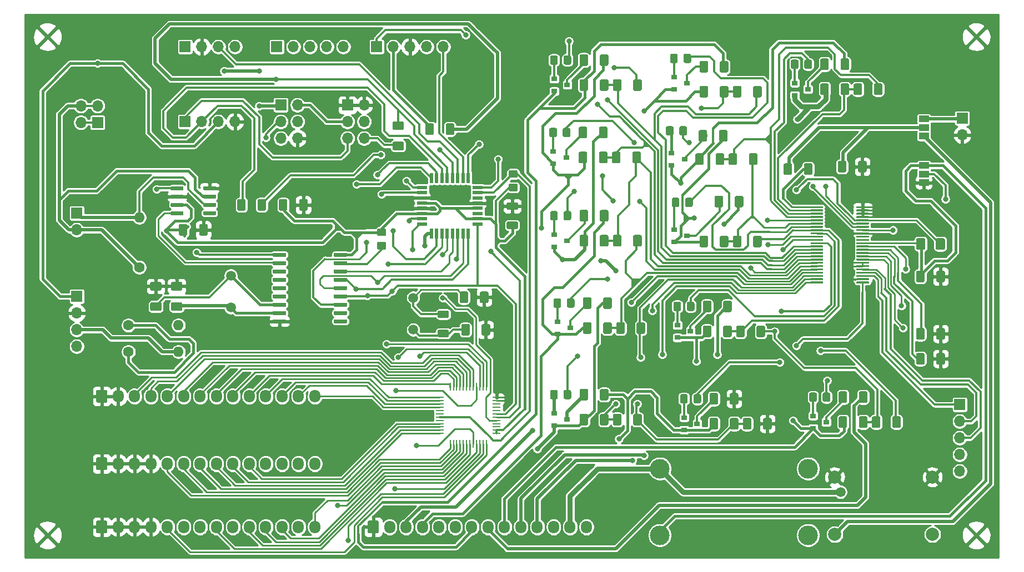
<source format=gbr>
G04 #@! TF.GenerationSoftware,KiCad,Pcbnew,(5.1.5)-3*
G04 #@! TF.CreationDate,2021-04-17T01:47:35+01:00*
G04 #@! TF.ProjectId,Nodo_BMS_1_1,4e6f646f-5f42-44d5-935f-315f312e6b69,rev?*
G04 #@! TF.SameCoordinates,Original*
G04 #@! TF.FileFunction,Copper,L1,Top*
G04 #@! TF.FilePolarity,Positive*
%FSLAX46Y46*%
G04 Gerber Fmt 4.6, Leading zero omitted, Abs format (unit mm)*
G04 Created by KiCad (PCBNEW (5.1.5)-3) date 2021-04-17 01:47:35*
%MOMM*%
%LPD*%
G04 APERTURE LIST*
%ADD10O,1.700000X1.700000*%
%ADD11R,1.700000X1.700000*%
%ADD12C,3.000000*%
%ADD13C,0.150000*%
%ADD14C,2.000000*%
%ADD15R,1.500000X1.000000*%
%ADD16O,1.700000X1.950000*%
%ADD17R,0.900000X0.800000*%
%ADD18R,0.550000X1.600000*%
%ADD19R,1.600000X0.550000*%
%ADD20R,1.300000X0.250000*%
%ADD21R,0.250000X1.300000*%
%ADD22C,1.500000*%
%ADD23O,1.600000X1.600000*%
%ADD24C,1.600000*%
%ADD25C,0.800000*%
%ADD26C,0.250000*%
%ADD27C,0.450000*%
%ADD28C,0.300000*%
%ADD29C,0.350000*%
%ADD30C,0.500000*%
%ADD31C,0.800000*%
%ADD32C,0.400000*%
%ADD33C,0.254000*%
G04 APERTURE END LIST*
D10*
X83185000Y-74422000D03*
X83185000Y-76962000D03*
X85725000Y-74422000D03*
D11*
X85725000Y-76962000D03*
D12*
X194050000Y-129794000D03*
X171450000Y-129794000D03*
X194050000Y-139954000D03*
X171450000Y-139954000D03*
G04 #@! TA.AperFunction,SMDPad,CuDef*
D13*
G36*
X196264351Y-89731361D02*
G01*
X196271632Y-89732441D01*
X196278771Y-89734229D01*
X196285701Y-89736709D01*
X196292355Y-89739856D01*
X196298668Y-89743640D01*
X196304579Y-89748024D01*
X196310033Y-89752967D01*
X196314976Y-89758421D01*
X196319360Y-89764332D01*
X196323144Y-89770645D01*
X196326291Y-89777299D01*
X196328771Y-89784229D01*
X196330559Y-89791368D01*
X196331639Y-89798649D01*
X196332000Y-89806000D01*
X196332000Y-89956000D01*
X196331639Y-89963351D01*
X196330559Y-89970632D01*
X196328771Y-89977771D01*
X196326291Y-89984701D01*
X196323144Y-89991355D01*
X196319360Y-89997668D01*
X196314976Y-90003579D01*
X196310033Y-90009033D01*
X196304579Y-90013976D01*
X196298668Y-90018360D01*
X196292355Y-90022144D01*
X196285701Y-90025291D01*
X196278771Y-90027771D01*
X196271632Y-90029559D01*
X196264351Y-90030639D01*
X196257000Y-90031000D01*
X194507000Y-90031000D01*
X194499649Y-90030639D01*
X194492368Y-90029559D01*
X194485229Y-90027771D01*
X194478299Y-90025291D01*
X194471645Y-90022144D01*
X194465332Y-90018360D01*
X194459421Y-90013976D01*
X194453967Y-90009033D01*
X194449024Y-90003579D01*
X194444640Y-89997668D01*
X194440856Y-89991355D01*
X194437709Y-89984701D01*
X194435229Y-89977771D01*
X194433441Y-89970632D01*
X194432361Y-89963351D01*
X194432000Y-89956000D01*
X194432000Y-89806000D01*
X194432361Y-89798649D01*
X194433441Y-89791368D01*
X194435229Y-89784229D01*
X194437709Y-89777299D01*
X194440856Y-89770645D01*
X194444640Y-89764332D01*
X194449024Y-89758421D01*
X194453967Y-89752967D01*
X194459421Y-89748024D01*
X194465332Y-89743640D01*
X194471645Y-89739856D01*
X194478299Y-89736709D01*
X194485229Y-89734229D01*
X194492368Y-89732441D01*
X194499649Y-89731361D01*
X194507000Y-89731000D01*
X196257000Y-89731000D01*
X196264351Y-89731361D01*
G37*
G04 #@! TD.AperFunction*
G04 #@! TA.AperFunction,SMDPad,CuDef*
G36*
X196264351Y-90231361D02*
G01*
X196271632Y-90232441D01*
X196278771Y-90234229D01*
X196285701Y-90236709D01*
X196292355Y-90239856D01*
X196298668Y-90243640D01*
X196304579Y-90248024D01*
X196310033Y-90252967D01*
X196314976Y-90258421D01*
X196319360Y-90264332D01*
X196323144Y-90270645D01*
X196326291Y-90277299D01*
X196328771Y-90284229D01*
X196330559Y-90291368D01*
X196331639Y-90298649D01*
X196332000Y-90306000D01*
X196332000Y-90456000D01*
X196331639Y-90463351D01*
X196330559Y-90470632D01*
X196328771Y-90477771D01*
X196326291Y-90484701D01*
X196323144Y-90491355D01*
X196319360Y-90497668D01*
X196314976Y-90503579D01*
X196310033Y-90509033D01*
X196304579Y-90513976D01*
X196298668Y-90518360D01*
X196292355Y-90522144D01*
X196285701Y-90525291D01*
X196278771Y-90527771D01*
X196271632Y-90529559D01*
X196264351Y-90530639D01*
X196257000Y-90531000D01*
X194507000Y-90531000D01*
X194499649Y-90530639D01*
X194492368Y-90529559D01*
X194485229Y-90527771D01*
X194478299Y-90525291D01*
X194471645Y-90522144D01*
X194465332Y-90518360D01*
X194459421Y-90513976D01*
X194453967Y-90509033D01*
X194449024Y-90503579D01*
X194444640Y-90497668D01*
X194440856Y-90491355D01*
X194437709Y-90484701D01*
X194435229Y-90477771D01*
X194433441Y-90470632D01*
X194432361Y-90463351D01*
X194432000Y-90456000D01*
X194432000Y-90306000D01*
X194432361Y-90298649D01*
X194433441Y-90291368D01*
X194435229Y-90284229D01*
X194437709Y-90277299D01*
X194440856Y-90270645D01*
X194444640Y-90264332D01*
X194449024Y-90258421D01*
X194453967Y-90252967D01*
X194459421Y-90248024D01*
X194465332Y-90243640D01*
X194471645Y-90239856D01*
X194478299Y-90236709D01*
X194485229Y-90234229D01*
X194492368Y-90232441D01*
X194499649Y-90231361D01*
X194507000Y-90231000D01*
X196257000Y-90231000D01*
X196264351Y-90231361D01*
G37*
G04 #@! TD.AperFunction*
G04 #@! TA.AperFunction,SMDPad,CuDef*
G36*
X196264351Y-90731361D02*
G01*
X196271632Y-90732441D01*
X196278771Y-90734229D01*
X196285701Y-90736709D01*
X196292355Y-90739856D01*
X196298668Y-90743640D01*
X196304579Y-90748024D01*
X196310033Y-90752967D01*
X196314976Y-90758421D01*
X196319360Y-90764332D01*
X196323144Y-90770645D01*
X196326291Y-90777299D01*
X196328771Y-90784229D01*
X196330559Y-90791368D01*
X196331639Y-90798649D01*
X196332000Y-90806000D01*
X196332000Y-90956000D01*
X196331639Y-90963351D01*
X196330559Y-90970632D01*
X196328771Y-90977771D01*
X196326291Y-90984701D01*
X196323144Y-90991355D01*
X196319360Y-90997668D01*
X196314976Y-91003579D01*
X196310033Y-91009033D01*
X196304579Y-91013976D01*
X196298668Y-91018360D01*
X196292355Y-91022144D01*
X196285701Y-91025291D01*
X196278771Y-91027771D01*
X196271632Y-91029559D01*
X196264351Y-91030639D01*
X196257000Y-91031000D01*
X194507000Y-91031000D01*
X194499649Y-91030639D01*
X194492368Y-91029559D01*
X194485229Y-91027771D01*
X194478299Y-91025291D01*
X194471645Y-91022144D01*
X194465332Y-91018360D01*
X194459421Y-91013976D01*
X194453967Y-91009033D01*
X194449024Y-91003579D01*
X194444640Y-90997668D01*
X194440856Y-90991355D01*
X194437709Y-90984701D01*
X194435229Y-90977771D01*
X194433441Y-90970632D01*
X194432361Y-90963351D01*
X194432000Y-90956000D01*
X194432000Y-90806000D01*
X194432361Y-90798649D01*
X194433441Y-90791368D01*
X194435229Y-90784229D01*
X194437709Y-90777299D01*
X194440856Y-90770645D01*
X194444640Y-90764332D01*
X194449024Y-90758421D01*
X194453967Y-90752967D01*
X194459421Y-90748024D01*
X194465332Y-90743640D01*
X194471645Y-90739856D01*
X194478299Y-90736709D01*
X194485229Y-90734229D01*
X194492368Y-90732441D01*
X194499649Y-90731361D01*
X194507000Y-90731000D01*
X196257000Y-90731000D01*
X196264351Y-90731361D01*
G37*
G04 #@! TD.AperFunction*
G04 #@! TA.AperFunction,SMDPad,CuDef*
G36*
X196264351Y-91231361D02*
G01*
X196271632Y-91232441D01*
X196278771Y-91234229D01*
X196285701Y-91236709D01*
X196292355Y-91239856D01*
X196298668Y-91243640D01*
X196304579Y-91248024D01*
X196310033Y-91252967D01*
X196314976Y-91258421D01*
X196319360Y-91264332D01*
X196323144Y-91270645D01*
X196326291Y-91277299D01*
X196328771Y-91284229D01*
X196330559Y-91291368D01*
X196331639Y-91298649D01*
X196332000Y-91306000D01*
X196332000Y-91456000D01*
X196331639Y-91463351D01*
X196330559Y-91470632D01*
X196328771Y-91477771D01*
X196326291Y-91484701D01*
X196323144Y-91491355D01*
X196319360Y-91497668D01*
X196314976Y-91503579D01*
X196310033Y-91509033D01*
X196304579Y-91513976D01*
X196298668Y-91518360D01*
X196292355Y-91522144D01*
X196285701Y-91525291D01*
X196278771Y-91527771D01*
X196271632Y-91529559D01*
X196264351Y-91530639D01*
X196257000Y-91531000D01*
X194507000Y-91531000D01*
X194499649Y-91530639D01*
X194492368Y-91529559D01*
X194485229Y-91527771D01*
X194478299Y-91525291D01*
X194471645Y-91522144D01*
X194465332Y-91518360D01*
X194459421Y-91513976D01*
X194453967Y-91509033D01*
X194449024Y-91503579D01*
X194444640Y-91497668D01*
X194440856Y-91491355D01*
X194437709Y-91484701D01*
X194435229Y-91477771D01*
X194433441Y-91470632D01*
X194432361Y-91463351D01*
X194432000Y-91456000D01*
X194432000Y-91306000D01*
X194432361Y-91298649D01*
X194433441Y-91291368D01*
X194435229Y-91284229D01*
X194437709Y-91277299D01*
X194440856Y-91270645D01*
X194444640Y-91264332D01*
X194449024Y-91258421D01*
X194453967Y-91252967D01*
X194459421Y-91248024D01*
X194465332Y-91243640D01*
X194471645Y-91239856D01*
X194478299Y-91236709D01*
X194485229Y-91234229D01*
X194492368Y-91232441D01*
X194499649Y-91231361D01*
X194507000Y-91231000D01*
X196257000Y-91231000D01*
X196264351Y-91231361D01*
G37*
G04 #@! TD.AperFunction*
G04 #@! TA.AperFunction,SMDPad,CuDef*
G36*
X196264351Y-91731361D02*
G01*
X196271632Y-91732441D01*
X196278771Y-91734229D01*
X196285701Y-91736709D01*
X196292355Y-91739856D01*
X196298668Y-91743640D01*
X196304579Y-91748024D01*
X196310033Y-91752967D01*
X196314976Y-91758421D01*
X196319360Y-91764332D01*
X196323144Y-91770645D01*
X196326291Y-91777299D01*
X196328771Y-91784229D01*
X196330559Y-91791368D01*
X196331639Y-91798649D01*
X196332000Y-91806000D01*
X196332000Y-91956000D01*
X196331639Y-91963351D01*
X196330559Y-91970632D01*
X196328771Y-91977771D01*
X196326291Y-91984701D01*
X196323144Y-91991355D01*
X196319360Y-91997668D01*
X196314976Y-92003579D01*
X196310033Y-92009033D01*
X196304579Y-92013976D01*
X196298668Y-92018360D01*
X196292355Y-92022144D01*
X196285701Y-92025291D01*
X196278771Y-92027771D01*
X196271632Y-92029559D01*
X196264351Y-92030639D01*
X196257000Y-92031000D01*
X194507000Y-92031000D01*
X194499649Y-92030639D01*
X194492368Y-92029559D01*
X194485229Y-92027771D01*
X194478299Y-92025291D01*
X194471645Y-92022144D01*
X194465332Y-92018360D01*
X194459421Y-92013976D01*
X194453967Y-92009033D01*
X194449024Y-92003579D01*
X194444640Y-91997668D01*
X194440856Y-91991355D01*
X194437709Y-91984701D01*
X194435229Y-91977771D01*
X194433441Y-91970632D01*
X194432361Y-91963351D01*
X194432000Y-91956000D01*
X194432000Y-91806000D01*
X194432361Y-91798649D01*
X194433441Y-91791368D01*
X194435229Y-91784229D01*
X194437709Y-91777299D01*
X194440856Y-91770645D01*
X194444640Y-91764332D01*
X194449024Y-91758421D01*
X194453967Y-91752967D01*
X194459421Y-91748024D01*
X194465332Y-91743640D01*
X194471645Y-91739856D01*
X194478299Y-91736709D01*
X194485229Y-91734229D01*
X194492368Y-91732441D01*
X194499649Y-91731361D01*
X194507000Y-91731000D01*
X196257000Y-91731000D01*
X196264351Y-91731361D01*
G37*
G04 #@! TD.AperFunction*
G04 #@! TA.AperFunction,SMDPad,CuDef*
G36*
X196264351Y-92231361D02*
G01*
X196271632Y-92232441D01*
X196278771Y-92234229D01*
X196285701Y-92236709D01*
X196292355Y-92239856D01*
X196298668Y-92243640D01*
X196304579Y-92248024D01*
X196310033Y-92252967D01*
X196314976Y-92258421D01*
X196319360Y-92264332D01*
X196323144Y-92270645D01*
X196326291Y-92277299D01*
X196328771Y-92284229D01*
X196330559Y-92291368D01*
X196331639Y-92298649D01*
X196332000Y-92306000D01*
X196332000Y-92456000D01*
X196331639Y-92463351D01*
X196330559Y-92470632D01*
X196328771Y-92477771D01*
X196326291Y-92484701D01*
X196323144Y-92491355D01*
X196319360Y-92497668D01*
X196314976Y-92503579D01*
X196310033Y-92509033D01*
X196304579Y-92513976D01*
X196298668Y-92518360D01*
X196292355Y-92522144D01*
X196285701Y-92525291D01*
X196278771Y-92527771D01*
X196271632Y-92529559D01*
X196264351Y-92530639D01*
X196257000Y-92531000D01*
X194507000Y-92531000D01*
X194499649Y-92530639D01*
X194492368Y-92529559D01*
X194485229Y-92527771D01*
X194478299Y-92525291D01*
X194471645Y-92522144D01*
X194465332Y-92518360D01*
X194459421Y-92513976D01*
X194453967Y-92509033D01*
X194449024Y-92503579D01*
X194444640Y-92497668D01*
X194440856Y-92491355D01*
X194437709Y-92484701D01*
X194435229Y-92477771D01*
X194433441Y-92470632D01*
X194432361Y-92463351D01*
X194432000Y-92456000D01*
X194432000Y-92306000D01*
X194432361Y-92298649D01*
X194433441Y-92291368D01*
X194435229Y-92284229D01*
X194437709Y-92277299D01*
X194440856Y-92270645D01*
X194444640Y-92264332D01*
X194449024Y-92258421D01*
X194453967Y-92252967D01*
X194459421Y-92248024D01*
X194465332Y-92243640D01*
X194471645Y-92239856D01*
X194478299Y-92236709D01*
X194485229Y-92234229D01*
X194492368Y-92232441D01*
X194499649Y-92231361D01*
X194507000Y-92231000D01*
X196257000Y-92231000D01*
X196264351Y-92231361D01*
G37*
G04 #@! TD.AperFunction*
G04 #@! TA.AperFunction,SMDPad,CuDef*
G36*
X196264351Y-92731361D02*
G01*
X196271632Y-92732441D01*
X196278771Y-92734229D01*
X196285701Y-92736709D01*
X196292355Y-92739856D01*
X196298668Y-92743640D01*
X196304579Y-92748024D01*
X196310033Y-92752967D01*
X196314976Y-92758421D01*
X196319360Y-92764332D01*
X196323144Y-92770645D01*
X196326291Y-92777299D01*
X196328771Y-92784229D01*
X196330559Y-92791368D01*
X196331639Y-92798649D01*
X196332000Y-92806000D01*
X196332000Y-92956000D01*
X196331639Y-92963351D01*
X196330559Y-92970632D01*
X196328771Y-92977771D01*
X196326291Y-92984701D01*
X196323144Y-92991355D01*
X196319360Y-92997668D01*
X196314976Y-93003579D01*
X196310033Y-93009033D01*
X196304579Y-93013976D01*
X196298668Y-93018360D01*
X196292355Y-93022144D01*
X196285701Y-93025291D01*
X196278771Y-93027771D01*
X196271632Y-93029559D01*
X196264351Y-93030639D01*
X196257000Y-93031000D01*
X194507000Y-93031000D01*
X194499649Y-93030639D01*
X194492368Y-93029559D01*
X194485229Y-93027771D01*
X194478299Y-93025291D01*
X194471645Y-93022144D01*
X194465332Y-93018360D01*
X194459421Y-93013976D01*
X194453967Y-93009033D01*
X194449024Y-93003579D01*
X194444640Y-92997668D01*
X194440856Y-92991355D01*
X194437709Y-92984701D01*
X194435229Y-92977771D01*
X194433441Y-92970632D01*
X194432361Y-92963351D01*
X194432000Y-92956000D01*
X194432000Y-92806000D01*
X194432361Y-92798649D01*
X194433441Y-92791368D01*
X194435229Y-92784229D01*
X194437709Y-92777299D01*
X194440856Y-92770645D01*
X194444640Y-92764332D01*
X194449024Y-92758421D01*
X194453967Y-92752967D01*
X194459421Y-92748024D01*
X194465332Y-92743640D01*
X194471645Y-92739856D01*
X194478299Y-92736709D01*
X194485229Y-92734229D01*
X194492368Y-92732441D01*
X194499649Y-92731361D01*
X194507000Y-92731000D01*
X196257000Y-92731000D01*
X196264351Y-92731361D01*
G37*
G04 #@! TD.AperFunction*
G04 #@! TA.AperFunction,SMDPad,CuDef*
G36*
X196264351Y-93231361D02*
G01*
X196271632Y-93232441D01*
X196278771Y-93234229D01*
X196285701Y-93236709D01*
X196292355Y-93239856D01*
X196298668Y-93243640D01*
X196304579Y-93248024D01*
X196310033Y-93252967D01*
X196314976Y-93258421D01*
X196319360Y-93264332D01*
X196323144Y-93270645D01*
X196326291Y-93277299D01*
X196328771Y-93284229D01*
X196330559Y-93291368D01*
X196331639Y-93298649D01*
X196332000Y-93306000D01*
X196332000Y-93456000D01*
X196331639Y-93463351D01*
X196330559Y-93470632D01*
X196328771Y-93477771D01*
X196326291Y-93484701D01*
X196323144Y-93491355D01*
X196319360Y-93497668D01*
X196314976Y-93503579D01*
X196310033Y-93509033D01*
X196304579Y-93513976D01*
X196298668Y-93518360D01*
X196292355Y-93522144D01*
X196285701Y-93525291D01*
X196278771Y-93527771D01*
X196271632Y-93529559D01*
X196264351Y-93530639D01*
X196257000Y-93531000D01*
X194507000Y-93531000D01*
X194499649Y-93530639D01*
X194492368Y-93529559D01*
X194485229Y-93527771D01*
X194478299Y-93525291D01*
X194471645Y-93522144D01*
X194465332Y-93518360D01*
X194459421Y-93513976D01*
X194453967Y-93509033D01*
X194449024Y-93503579D01*
X194444640Y-93497668D01*
X194440856Y-93491355D01*
X194437709Y-93484701D01*
X194435229Y-93477771D01*
X194433441Y-93470632D01*
X194432361Y-93463351D01*
X194432000Y-93456000D01*
X194432000Y-93306000D01*
X194432361Y-93298649D01*
X194433441Y-93291368D01*
X194435229Y-93284229D01*
X194437709Y-93277299D01*
X194440856Y-93270645D01*
X194444640Y-93264332D01*
X194449024Y-93258421D01*
X194453967Y-93252967D01*
X194459421Y-93248024D01*
X194465332Y-93243640D01*
X194471645Y-93239856D01*
X194478299Y-93236709D01*
X194485229Y-93234229D01*
X194492368Y-93232441D01*
X194499649Y-93231361D01*
X194507000Y-93231000D01*
X196257000Y-93231000D01*
X196264351Y-93231361D01*
G37*
G04 #@! TD.AperFunction*
G04 #@! TA.AperFunction,SMDPad,CuDef*
G36*
X196264351Y-93731361D02*
G01*
X196271632Y-93732441D01*
X196278771Y-93734229D01*
X196285701Y-93736709D01*
X196292355Y-93739856D01*
X196298668Y-93743640D01*
X196304579Y-93748024D01*
X196310033Y-93752967D01*
X196314976Y-93758421D01*
X196319360Y-93764332D01*
X196323144Y-93770645D01*
X196326291Y-93777299D01*
X196328771Y-93784229D01*
X196330559Y-93791368D01*
X196331639Y-93798649D01*
X196332000Y-93806000D01*
X196332000Y-93956000D01*
X196331639Y-93963351D01*
X196330559Y-93970632D01*
X196328771Y-93977771D01*
X196326291Y-93984701D01*
X196323144Y-93991355D01*
X196319360Y-93997668D01*
X196314976Y-94003579D01*
X196310033Y-94009033D01*
X196304579Y-94013976D01*
X196298668Y-94018360D01*
X196292355Y-94022144D01*
X196285701Y-94025291D01*
X196278771Y-94027771D01*
X196271632Y-94029559D01*
X196264351Y-94030639D01*
X196257000Y-94031000D01*
X194507000Y-94031000D01*
X194499649Y-94030639D01*
X194492368Y-94029559D01*
X194485229Y-94027771D01*
X194478299Y-94025291D01*
X194471645Y-94022144D01*
X194465332Y-94018360D01*
X194459421Y-94013976D01*
X194453967Y-94009033D01*
X194449024Y-94003579D01*
X194444640Y-93997668D01*
X194440856Y-93991355D01*
X194437709Y-93984701D01*
X194435229Y-93977771D01*
X194433441Y-93970632D01*
X194432361Y-93963351D01*
X194432000Y-93956000D01*
X194432000Y-93806000D01*
X194432361Y-93798649D01*
X194433441Y-93791368D01*
X194435229Y-93784229D01*
X194437709Y-93777299D01*
X194440856Y-93770645D01*
X194444640Y-93764332D01*
X194449024Y-93758421D01*
X194453967Y-93752967D01*
X194459421Y-93748024D01*
X194465332Y-93743640D01*
X194471645Y-93739856D01*
X194478299Y-93736709D01*
X194485229Y-93734229D01*
X194492368Y-93732441D01*
X194499649Y-93731361D01*
X194507000Y-93731000D01*
X196257000Y-93731000D01*
X196264351Y-93731361D01*
G37*
G04 #@! TD.AperFunction*
G04 #@! TA.AperFunction,SMDPad,CuDef*
G36*
X196264351Y-94231361D02*
G01*
X196271632Y-94232441D01*
X196278771Y-94234229D01*
X196285701Y-94236709D01*
X196292355Y-94239856D01*
X196298668Y-94243640D01*
X196304579Y-94248024D01*
X196310033Y-94252967D01*
X196314976Y-94258421D01*
X196319360Y-94264332D01*
X196323144Y-94270645D01*
X196326291Y-94277299D01*
X196328771Y-94284229D01*
X196330559Y-94291368D01*
X196331639Y-94298649D01*
X196332000Y-94306000D01*
X196332000Y-94456000D01*
X196331639Y-94463351D01*
X196330559Y-94470632D01*
X196328771Y-94477771D01*
X196326291Y-94484701D01*
X196323144Y-94491355D01*
X196319360Y-94497668D01*
X196314976Y-94503579D01*
X196310033Y-94509033D01*
X196304579Y-94513976D01*
X196298668Y-94518360D01*
X196292355Y-94522144D01*
X196285701Y-94525291D01*
X196278771Y-94527771D01*
X196271632Y-94529559D01*
X196264351Y-94530639D01*
X196257000Y-94531000D01*
X194507000Y-94531000D01*
X194499649Y-94530639D01*
X194492368Y-94529559D01*
X194485229Y-94527771D01*
X194478299Y-94525291D01*
X194471645Y-94522144D01*
X194465332Y-94518360D01*
X194459421Y-94513976D01*
X194453967Y-94509033D01*
X194449024Y-94503579D01*
X194444640Y-94497668D01*
X194440856Y-94491355D01*
X194437709Y-94484701D01*
X194435229Y-94477771D01*
X194433441Y-94470632D01*
X194432361Y-94463351D01*
X194432000Y-94456000D01*
X194432000Y-94306000D01*
X194432361Y-94298649D01*
X194433441Y-94291368D01*
X194435229Y-94284229D01*
X194437709Y-94277299D01*
X194440856Y-94270645D01*
X194444640Y-94264332D01*
X194449024Y-94258421D01*
X194453967Y-94252967D01*
X194459421Y-94248024D01*
X194465332Y-94243640D01*
X194471645Y-94239856D01*
X194478299Y-94236709D01*
X194485229Y-94234229D01*
X194492368Y-94232441D01*
X194499649Y-94231361D01*
X194507000Y-94231000D01*
X196257000Y-94231000D01*
X196264351Y-94231361D01*
G37*
G04 #@! TD.AperFunction*
G04 #@! TA.AperFunction,SMDPad,CuDef*
G36*
X196264351Y-94731361D02*
G01*
X196271632Y-94732441D01*
X196278771Y-94734229D01*
X196285701Y-94736709D01*
X196292355Y-94739856D01*
X196298668Y-94743640D01*
X196304579Y-94748024D01*
X196310033Y-94752967D01*
X196314976Y-94758421D01*
X196319360Y-94764332D01*
X196323144Y-94770645D01*
X196326291Y-94777299D01*
X196328771Y-94784229D01*
X196330559Y-94791368D01*
X196331639Y-94798649D01*
X196332000Y-94806000D01*
X196332000Y-94956000D01*
X196331639Y-94963351D01*
X196330559Y-94970632D01*
X196328771Y-94977771D01*
X196326291Y-94984701D01*
X196323144Y-94991355D01*
X196319360Y-94997668D01*
X196314976Y-95003579D01*
X196310033Y-95009033D01*
X196304579Y-95013976D01*
X196298668Y-95018360D01*
X196292355Y-95022144D01*
X196285701Y-95025291D01*
X196278771Y-95027771D01*
X196271632Y-95029559D01*
X196264351Y-95030639D01*
X196257000Y-95031000D01*
X194507000Y-95031000D01*
X194499649Y-95030639D01*
X194492368Y-95029559D01*
X194485229Y-95027771D01*
X194478299Y-95025291D01*
X194471645Y-95022144D01*
X194465332Y-95018360D01*
X194459421Y-95013976D01*
X194453967Y-95009033D01*
X194449024Y-95003579D01*
X194444640Y-94997668D01*
X194440856Y-94991355D01*
X194437709Y-94984701D01*
X194435229Y-94977771D01*
X194433441Y-94970632D01*
X194432361Y-94963351D01*
X194432000Y-94956000D01*
X194432000Y-94806000D01*
X194432361Y-94798649D01*
X194433441Y-94791368D01*
X194435229Y-94784229D01*
X194437709Y-94777299D01*
X194440856Y-94770645D01*
X194444640Y-94764332D01*
X194449024Y-94758421D01*
X194453967Y-94752967D01*
X194459421Y-94748024D01*
X194465332Y-94743640D01*
X194471645Y-94739856D01*
X194478299Y-94736709D01*
X194485229Y-94734229D01*
X194492368Y-94732441D01*
X194499649Y-94731361D01*
X194507000Y-94731000D01*
X196257000Y-94731000D01*
X196264351Y-94731361D01*
G37*
G04 #@! TD.AperFunction*
G04 #@! TA.AperFunction,SMDPad,CuDef*
G36*
X196264351Y-95231361D02*
G01*
X196271632Y-95232441D01*
X196278771Y-95234229D01*
X196285701Y-95236709D01*
X196292355Y-95239856D01*
X196298668Y-95243640D01*
X196304579Y-95248024D01*
X196310033Y-95252967D01*
X196314976Y-95258421D01*
X196319360Y-95264332D01*
X196323144Y-95270645D01*
X196326291Y-95277299D01*
X196328771Y-95284229D01*
X196330559Y-95291368D01*
X196331639Y-95298649D01*
X196332000Y-95306000D01*
X196332000Y-95456000D01*
X196331639Y-95463351D01*
X196330559Y-95470632D01*
X196328771Y-95477771D01*
X196326291Y-95484701D01*
X196323144Y-95491355D01*
X196319360Y-95497668D01*
X196314976Y-95503579D01*
X196310033Y-95509033D01*
X196304579Y-95513976D01*
X196298668Y-95518360D01*
X196292355Y-95522144D01*
X196285701Y-95525291D01*
X196278771Y-95527771D01*
X196271632Y-95529559D01*
X196264351Y-95530639D01*
X196257000Y-95531000D01*
X194507000Y-95531000D01*
X194499649Y-95530639D01*
X194492368Y-95529559D01*
X194485229Y-95527771D01*
X194478299Y-95525291D01*
X194471645Y-95522144D01*
X194465332Y-95518360D01*
X194459421Y-95513976D01*
X194453967Y-95509033D01*
X194449024Y-95503579D01*
X194444640Y-95497668D01*
X194440856Y-95491355D01*
X194437709Y-95484701D01*
X194435229Y-95477771D01*
X194433441Y-95470632D01*
X194432361Y-95463351D01*
X194432000Y-95456000D01*
X194432000Y-95306000D01*
X194432361Y-95298649D01*
X194433441Y-95291368D01*
X194435229Y-95284229D01*
X194437709Y-95277299D01*
X194440856Y-95270645D01*
X194444640Y-95264332D01*
X194449024Y-95258421D01*
X194453967Y-95252967D01*
X194459421Y-95248024D01*
X194465332Y-95243640D01*
X194471645Y-95239856D01*
X194478299Y-95236709D01*
X194485229Y-95234229D01*
X194492368Y-95232441D01*
X194499649Y-95231361D01*
X194507000Y-95231000D01*
X196257000Y-95231000D01*
X196264351Y-95231361D01*
G37*
G04 #@! TD.AperFunction*
G04 #@! TA.AperFunction,SMDPad,CuDef*
G36*
X196264351Y-95731361D02*
G01*
X196271632Y-95732441D01*
X196278771Y-95734229D01*
X196285701Y-95736709D01*
X196292355Y-95739856D01*
X196298668Y-95743640D01*
X196304579Y-95748024D01*
X196310033Y-95752967D01*
X196314976Y-95758421D01*
X196319360Y-95764332D01*
X196323144Y-95770645D01*
X196326291Y-95777299D01*
X196328771Y-95784229D01*
X196330559Y-95791368D01*
X196331639Y-95798649D01*
X196332000Y-95806000D01*
X196332000Y-95956000D01*
X196331639Y-95963351D01*
X196330559Y-95970632D01*
X196328771Y-95977771D01*
X196326291Y-95984701D01*
X196323144Y-95991355D01*
X196319360Y-95997668D01*
X196314976Y-96003579D01*
X196310033Y-96009033D01*
X196304579Y-96013976D01*
X196298668Y-96018360D01*
X196292355Y-96022144D01*
X196285701Y-96025291D01*
X196278771Y-96027771D01*
X196271632Y-96029559D01*
X196264351Y-96030639D01*
X196257000Y-96031000D01*
X194507000Y-96031000D01*
X194499649Y-96030639D01*
X194492368Y-96029559D01*
X194485229Y-96027771D01*
X194478299Y-96025291D01*
X194471645Y-96022144D01*
X194465332Y-96018360D01*
X194459421Y-96013976D01*
X194453967Y-96009033D01*
X194449024Y-96003579D01*
X194444640Y-95997668D01*
X194440856Y-95991355D01*
X194437709Y-95984701D01*
X194435229Y-95977771D01*
X194433441Y-95970632D01*
X194432361Y-95963351D01*
X194432000Y-95956000D01*
X194432000Y-95806000D01*
X194432361Y-95798649D01*
X194433441Y-95791368D01*
X194435229Y-95784229D01*
X194437709Y-95777299D01*
X194440856Y-95770645D01*
X194444640Y-95764332D01*
X194449024Y-95758421D01*
X194453967Y-95752967D01*
X194459421Y-95748024D01*
X194465332Y-95743640D01*
X194471645Y-95739856D01*
X194478299Y-95736709D01*
X194485229Y-95734229D01*
X194492368Y-95732441D01*
X194499649Y-95731361D01*
X194507000Y-95731000D01*
X196257000Y-95731000D01*
X196264351Y-95731361D01*
G37*
G04 #@! TD.AperFunction*
G04 #@! TA.AperFunction,SMDPad,CuDef*
G36*
X196264351Y-96231361D02*
G01*
X196271632Y-96232441D01*
X196278771Y-96234229D01*
X196285701Y-96236709D01*
X196292355Y-96239856D01*
X196298668Y-96243640D01*
X196304579Y-96248024D01*
X196310033Y-96252967D01*
X196314976Y-96258421D01*
X196319360Y-96264332D01*
X196323144Y-96270645D01*
X196326291Y-96277299D01*
X196328771Y-96284229D01*
X196330559Y-96291368D01*
X196331639Y-96298649D01*
X196332000Y-96306000D01*
X196332000Y-96456000D01*
X196331639Y-96463351D01*
X196330559Y-96470632D01*
X196328771Y-96477771D01*
X196326291Y-96484701D01*
X196323144Y-96491355D01*
X196319360Y-96497668D01*
X196314976Y-96503579D01*
X196310033Y-96509033D01*
X196304579Y-96513976D01*
X196298668Y-96518360D01*
X196292355Y-96522144D01*
X196285701Y-96525291D01*
X196278771Y-96527771D01*
X196271632Y-96529559D01*
X196264351Y-96530639D01*
X196257000Y-96531000D01*
X194507000Y-96531000D01*
X194499649Y-96530639D01*
X194492368Y-96529559D01*
X194485229Y-96527771D01*
X194478299Y-96525291D01*
X194471645Y-96522144D01*
X194465332Y-96518360D01*
X194459421Y-96513976D01*
X194453967Y-96509033D01*
X194449024Y-96503579D01*
X194444640Y-96497668D01*
X194440856Y-96491355D01*
X194437709Y-96484701D01*
X194435229Y-96477771D01*
X194433441Y-96470632D01*
X194432361Y-96463351D01*
X194432000Y-96456000D01*
X194432000Y-96306000D01*
X194432361Y-96298649D01*
X194433441Y-96291368D01*
X194435229Y-96284229D01*
X194437709Y-96277299D01*
X194440856Y-96270645D01*
X194444640Y-96264332D01*
X194449024Y-96258421D01*
X194453967Y-96252967D01*
X194459421Y-96248024D01*
X194465332Y-96243640D01*
X194471645Y-96239856D01*
X194478299Y-96236709D01*
X194485229Y-96234229D01*
X194492368Y-96232441D01*
X194499649Y-96231361D01*
X194507000Y-96231000D01*
X196257000Y-96231000D01*
X196264351Y-96231361D01*
G37*
G04 #@! TD.AperFunction*
G04 #@! TA.AperFunction,SMDPad,CuDef*
G36*
X196264351Y-96731361D02*
G01*
X196271632Y-96732441D01*
X196278771Y-96734229D01*
X196285701Y-96736709D01*
X196292355Y-96739856D01*
X196298668Y-96743640D01*
X196304579Y-96748024D01*
X196310033Y-96752967D01*
X196314976Y-96758421D01*
X196319360Y-96764332D01*
X196323144Y-96770645D01*
X196326291Y-96777299D01*
X196328771Y-96784229D01*
X196330559Y-96791368D01*
X196331639Y-96798649D01*
X196332000Y-96806000D01*
X196332000Y-96956000D01*
X196331639Y-96963351D01*
X196330559Y-96970632D01*
X196328771Y-96977771D01*
X196326291Y-96984701D01*
X196323144Y-96991355D01*
X196319360Y-96997668D01*
X196314976Y-97003579D01*
X196310033Y-97009033D01*
X196304579Y-97013976D01*
X196298668Y-97018360D01*
X196292355Y-97022144D01*
X196285701Y-97025291D01*
X196278771Y-97027771D01*
X196271632Y-97029559D01*
X196264351Y-97030639D01*
X196257000Y-97031000D01*
X194507000Y-97031000D01*
X194499649Y-97030639D01*
X194492368Y-97029559D01*
X194485229Y-97027771D01*
X194478299Y-97025291D01*
X194471645Y-97022144D01*
X194465332Y-97018360D01*
X194459421Y-97013976D01*
X194453967Y-97009033D01*
X194449024Y-97003579D01*
X194444640Y-96997668D01*
X194440856Y-96991355D01*
X194437709Y-96984701D01*
X194435229Y-96977771D01*
X194433441Y-96970632D01*
X194432361Y-96963351D01*
X194432000Y-96956000D01*
X194432000Y-96806000D01*
X194432361Y-96798649D01*
X194433441Y-96791368D01*
X194435229Y-96784229D01*
X194437709Y-96777299D01*
X194440856Y-96770645D01*
X194444640Y-96764332D01*
X194449024Y-96758421D01*
X194453967Y-96752967D01*
X194459421Y-96748024D01*
X194465332Y-96743640D01*
X194471645Y-96739856D01*
X194478299Y-96736709D01*
X194485229Y-96734229D01*
X194492368Y-96732441D01*
X194499649Y-96731361D01*
X194507000Y-96731000D01*
X196257000Y-96731000D01*
X196264351Y-96731361D01*
G37*
G04 #@! TD.AperFunction*
G04 #@! TA.AperFunction,SMDPad,CuDef*
G36*
X196264351Y-97231361D02*
G01*
X196271632Y-97232441D01*
X196278771Y-97234229D01*
X196285701Y-97236709D01*
X196292355Y-97239856D01*
X196298668Y-97243640D01*
X196304579Y-97248024D01*
X196310033Y-97252967D01*
X196314976Y-97258421D01*
X196319360Y-97264332D01*
X196323144Y-97270645D01*
X196326291Y-97277299D01*
X196328771Y-97284229D01*
X196330559Y-97291368D01*
X196331639Y-97298649D01*
X196332000Y-97306000D01*
X196332000Y-97456000D01*
X196331639Y-97463351D01*
X196330559Y-97470632D01*
X196328771Y-97477771D01*
X196326291Y-97484701D01*
X196323144Y-97491355D01*
X196319360Y-97497668D01*
X196314976Y-97503579D01*
X196310033Y-97509033D01*
X196304579Y-97513976D01*
X196298668Y-97518360D01*
X196292355Y-97522144D01*
X196285701Y-97525291D01*
X196278771Y-97527771D01*
X196271632Y-97529559D01*
X196264351Y-97530639D01*
X196257000Y-97531000D01*
X194507000Y-97531000D01*
X194499649Y-97530639D01*
X194492368Y-97529559D01*
X194485229Y-97527771D01*
X194478299Y-97525291D01*
X194471645Y-97522144D01*
X194465332Y-97518360D01*
X194459421Y-97513976D01*
X194453967Y-97509033D01*
X194449024Y-97503579D01*
X194444640Y-97497668D01*
X194440856Y-97491355D01*
X194437709Y-97484701D01*
X194435229Y-97477771D01*
X194433441Y-97470632D01*
X194432361Y-97463351D01*
X194432000Y-97456000D01*
X194432000Y-97306000D01*
X194432361Y-97298649D01*
X194433441Y-97291368D01*
X194435229Y-97284229D01*
X194437709Y-97277299D01*
X194440856Y-97270645D01*
X194444640Y-97264332D01*
X194449024Y-97258421D01*
X194453967Y-97252967D01*
X194459421Y-97248024D01*
X194465332Y-97243640D01*
X194471645Y-97239856D01*
X194478299Y-97236709D01*
X194485229Y-97234229D01*
X194492368Y-97232441D01*
X194499649Y-97231361D01*
X194507000Y-97231000D01*
X196257000Y-97231000D01*
X196264351Y-97231361D01*
G37*
G04 #@! TD.AperFunction*
G04 #@! TA.AperFunction,SMDPad,CuDef*
G36*
X196264351Y-97731361D02*
G01*
X196271632Y-97732441D01*
X196278771Y-97734229D01*
X196285701Y-97736709D01*
X196292355Y-97739856D01*
X196298668Y-97743640D01*
X196304579Y-97748024D01*
X196310033Y-97752967D01*
X196314976Y-97758421D01*
X196319360Y-97764332D01*
X196323144Y-97770645D01*
X196326291Y-97777299D01*
X196328771Y-97784229D01*
X196330559Y-97791368D01*
X196331639Y-97798649D01*
X196332000Y-97806000D01*
X196332000Y-97956000D01*
X196331639Y-97963351D01*
X196330559Y-97970632D01*
X196328771Y-97977771D01*
X196326291Y-97984701D01*
X196323144Y-97991355D01*
X196319360Y-97997668D01*
X196314976Y-98003579D01*
X196310033Y-98009033D01*
X196304579Y-98013976D01*
X196298668Y-98018360D01*
X196292355Y-98022144D01*
X196285701Y-98025291D01*
X196278771Y-98027771D01*
X196271632Y-98029559D01*
X196264351Y-98030639D01*
X196257000Y-98031000D01*
X194507000Y-98031000D01*
X194499649Y-98030639D01*
X194492368Y-98029559D01*
X194485229Y-98027771D01*
X194478299Y-98025291D01*
X194471645Y-98022144D01*
X194465332Y-98018360D01*
X194459421Y-98013976D01*
X194453967Y-98009033D01*
X194449024Y-98003579D01*
X194444640Y-97997668D01*
X194440856Y-97991355D01*
X194437709Y-97984701D01*
X194435229Y-97977771D01*
X194433441Y-97970632D01*
X194432361Y-97963351D01*
X194432000Y-97956000D01*
X194432000Y-97806000D01*
X194432361Y-97798649D01*
X194433441Y-97791368D01*
X194435229Y-97784229D01*
X194437709Y-97777299D01*
X194440856Y-97770645D01*
X194444640Y-97764332D01*
X194449024Y-97758421D01*
X194453967Y-97752967D01*
X194459421Y-97748024D01*
X194465332Y-97743640D01*
X194471645Y-97739856D01*
X194478299Y-97736709D01*
X194485229Y-97734229D01*
X194492368Y-97732441D01*
X194499649Y-97731361D01*
X194507000Y-97731000D01*
X196257000Y-97731000D01*
X196264351Y-97731361D01*
G37*
G04 #@! TD.AperFunction*
G04 #@! TA.AperFunction,SMDPad,CuDef*
G36*
X196264351Y-98231361D02*
G01*
X196271632Y-98232441D01*
X196278771Y-98234229D01*
X196285701Y-98236709D01*
X196292355Y-98239856D01*
X196298668Y-98243640D01*
X196304579Y-98248024D01*
X196310033Y-98252967D01*
X196314976Y-98258421D01*
X196319360Y-98264332D01*
X196323144Y-98270645D01*
X196326291Y-98277299D01*
X196328771Y-98284229D01*
X196330559Y-98291368D01*
X196331639Y-98298649D01*
X196332000Y-98306000D01*
X196332000Y-98456000D01*
X196331639Y-98463351D01*
X196330559Y-98470632D01*
X196328771Y-98477771D01*
X196326291Y-98484701D01*
X196323144Y-98491355D01*
X196319360Y-98497668D01*
X196314976Y-98503579D01*
X196310033Y-98509033D01*
X196304579Y-98513976D01*
X196298668Y-98518360D01*
X196292355Y-98522144D01*
X196285701Y-98525291D01*
X196278771Y-98527771D01*
X196271632Y-98529559D01*
X196264351Y-98530639D01*
X196257000Y-98531000D01*
X194507000Y-98531000D01*
X194499649Y-98530639D01*
X194492368Y-98529559D01*
X194485229Y-98527771D01*
X194478299Y-98525291D01*
X194471645Y-98522144D01*
X194465332Y-98518360D01*
X194459421Y-98513976D01*
X194453967Y-98509033D01*
X194449024Y-98503579D01*
X194444640Y-98497668D01*
X194440856Y-98491355D01*
X194437709Y-98484701D01*
X194435229Y-98477771D01*
X194433441Y-98470632D01*
X194432361Y-98463351D01*
X194432000Y-98456000D01*
X194432000Y-98306000D01*
X194432361Y-98298649D01*
X194433441Y-98291368D01*
X194435229Y-98284229D01*
X194437709Y-98277299D01*
X194440856Y-98270645D01*
X194444640Y-98264332D01*
X194449024Y-98258421D01*
X194453967Y-98252967D01*
X194459421Y-98248024D01*
X194465332Y-98243640D01*
X194471645Y-98239856D01*
X194478299Y-98236709D01*
X194485229Y-98234229D01*
X194492368Y-98232441D01*
X194499649Y-98231361D01*
X194507000Y-98231000D01*
X196257000Y-98231000D01*
X196264351Y-98231361D01*
G37*
G04 #@! TD.AperFunction*
G04 #@! TA.AperFunction,SMDPad,CuDef*
G36*
X196264351Y-98731361D02*
G01*
X196271632Y-98732441D01*
X196278771Y-98734229D01*
X196285701Y-98736709D01*
X196292355Y-98739856D01*
X196298668Y-98743640D01*
X196304579Y-98748024D01*
X196310033Y-98752967D01*
X196314976Y-98758421D01*
X196319360Y-98764332D01*
X196323144Y-98770645D01*
X196326291Y-98777299D01*
X196328771Y-98784229D01*
X196330559Y-98791368D01*
X196331639Y-98798649D01*
X196332000Y-98806000D01*
X196332000Y-98956000D01*
X196331639Y-98963351D01*
X196330559Y-98970632D01*
X196328771Y-98977771D01*
X196326291Y-98984701D01*
X196323144Y-98991355D01*
X196319360Y-98997668D01*
X196314976Y-99003579D01*
X196310033Y-99009033D01*
X196304579Y-99013976D01*
X196298668Y-99018360D01*
X196292355Y-99022144D01*
X196285701Y-99025291D01*
X196278771Y-99027771D01*
X196271632Y-99029559D01*
X196264351Y-99030639D01*
X196257000Y-99031000D01*
X194507000Y-99031000D01*
X194499649Y-99030639D01*
X194492368Y-99029559D01*
X194485229Y-99027771D01*
X194478299Y-99025291D01*
X194471645Y-99022144D01*
X194465332Y-99018360D01*
X194459421Y-99013976D01*
X194453967Y-99009033D01*
X194449024Y-99003579D01*
X194444640Y-98997668D01*
X194440856Y-98991355D01*
X194437709Y-98984701D01*
X194435229Y-98977771D01*
X194433441Y-98970632D01*
X194432361Y-98963351D01*
X194432000Y-98956000D01*
X194432000Y-98806000D01*
X194432361Y-98798649D01*
X194433441Y-98791368D01*
X194435229Y-98784229D01*
X194437709Y-98777299D01*
X194440856Y-98770645D01*
X194444640Y-98764332D01*
X194449024Y-98758421D01*
X194453967Y-98752967D01*
X194459421Y-98748024D01*
X194465332Y-98743640D01*
X194471645Y-98739856D01*
X194478299Y-98736709D01*
X194485229Y-98734229D01*
X194492368Y-98732441D01*
X194499649Y-98731361D01*
X194507000Y-98731000D01*
X196257000Y-98731000D01*
X196264351Y-98731361D01*
G37*
G04 #@! TD.AperFunction*
G04 #@! TA.AperFunction,SMDPad,CuDef*
G36*
X196264351Y-99231361D02*
G01*
X196271632Y-99232441D01*
X196278771Y-99234229D01*
X196285701Y-99236709D01*
X196292355Y-99239856D01*
X196298668Y-99243640D01*
X196304579Y-99248024D01*
X196310033Y-99252967D01*
X196314976Y-99258421D01*
X196319360Y-99264332D01*
X196323144Y-99270645D01*
X196326291Y-99277299D01*
X196328771Y-99284229D01*
X196330559Y-99291368D01*
X196331639Y-99298649D01*
X196332000Y-99306000D01*
X196332000Y-99456000D01*
X196331639Y-99463351D01*
X196330559Y-99470632D01*
X196328771Y-99477771D01*
X196326291Y-99484701D01*
X196323144Y-99491355D01*
X196319360Y-99497668D01*
X196314976Y-99503579D01*
X196310033Y-99509033D01*
X196304579Y-99513976D01*
X196298668Y-99518360D01*
X196292355Y-99522144D01*
X196285701Y-99525291D01*
X196278771Y-99527771D01*
X196271632Y-99529559D01*
X196264351Y-99530639D01*
X196257000Y-99531000D01*
X194507000Y-99531000D01*
X194499649Y-99530639D01*
X194492368Y-99529559D01*
X194485229Y-99527771D01*
X194478299Y-99525291D01*
X194471645Y-99522144D01*
X194465332Y-99518360D01*
X194459421Y-99513976D01*
X194453967Y-99509033D01*
X194449024Y-99503579D01*
X194444640Y-99497668D01*
X194440856Y-99491355D01*
X194437709Y-99484701D01*
X194435229Y-99477771D01*
X194433441Y-99470632D01*
X194432361Y-99463351D01*
X194432000Y-99456000D01*
X194432000Y-99306000D01*
X194432361Y-99298649D01*
X194433441Y-99291368D01*
X194435229Y-99284229D01*
X194437709Y-99277299D01*
X194440856Y-99270645D01*
X194444640Y-99264332D01*
X194449024Y-99258421D01*
X194453967Y-99252967D01*
X194459421Y-99248024D01*
X194465332Y-99243640D01*
X194471645Y-99239856D01*
X194478299Y-99236709D01*
X194485229Y-99234229D01*
X194492368Y-99232441D01*
X194499649Y-99231361D01*
X194507000Y-99231000D01*
X196257000Y-99231000D01*
X196264351Y-99231361D01*
G37*
G04 #@! TD.AperFunction*
G04 #@! TA.AperFunction,SMDPad,CuDef*
G36*
X196264351Y-99731361D02*
G01*
X196271632Y-99732441D01*
X196278771Y-99734229D01*
X196285701Y-99736709D01*
X196292355Y-99739856D01*
X196298668Y-99743640D01*
X196304579Y-99748024D01*
X196310033Y-99752967D01*
X196314976Y-99758421D01*
X196319360Y-99764332D01*
X196323144Y-99770645D01*
X196326291Y-99777299D01*
X196328771Y-99784229D01*
X196330559Y-99791368D01*
X196331639Y-99798649D01*
X196332000Y-99806000D01*
X196332000Y-99956000D01*
X196331639Y-99963351D01*
X196330559Y-99970632D01*
X196328771Y-99977771D01*
X196326291Y-99984701D01*
X196323144Y-99991355D01*
X196319360Y-99997668D01*
X196314976Y-100003579D01*
X196310033Y-100009033D01*
X196304579Y-100013976D01*
X196298668Y-100018360D01*
X196292355Y-100022144D01*
X196285701Y-100025291D01*
X196278771Y-100027771D01*
X196271632Y-100029559D01*
X196264351Y-100030639D01*
X196257000Y-100031000D01*
X194507000Y-100031000D01*
X194499649Y-100030639D01*
X194492368Y-100029559D01*
X194485229Y-100027771D01*
X194478299Y-100025291D01*
X194471645Y-100022144D01*
X194465332Y-100018360D01*
X194459421Y-100013976D01*
X194453967Y-100009033D01*
X194449024Y-100003579D01*
X194444640Y-99997668D01*
X194440856Y-99991355D01*
X194437709Y-99984701D01*
X194435229Y-99977771D01*
X194433441Y-99970632D01*
X194432361Y-99963351D01*
X194432000Y-99956000D01*
X194432000Y-99806000D01*
X194432361Y-99798649D01*
X194433441Y-99791368D01*
X194435229Y-99784229D01*
X194437709Y-99777299D01*
X194440856Y-99770645D01*
X194444640Y-99764332D01*
X194449024Y-99758421D01*
X194453967Y-99752967D01*
X194459421Y-99748024D01*
X194465332Y-99743640D01*
X194471645Y-99739856D01*
X194478299Y-99736709D01*
X194485229Y-99734229D01*
X194492368Y-99732441D01*
X194499649Y-99731361D01*
X194507000Y-99731000D01*
X196257000Y-99731000D01*
X196264351Y-99731361D01*
G37*
G04 #@! TD.AperFunction*
G04 #@! TA.AperFunction,SMDPad,CuDef*
G36*
X196264351Y-100231361D02*
G01*
X196271632Y-100232441D01*
X196278771Y-100234229D01*
X196285701Y-100236709D01*
X196292355Y-100239856D01*
X196298668Y-100243640D01*
X196304579Y-100248024D01*
X196310033Y-100252967D01*
X196314976Y-100258421D01*
X196319360Y-100264332D01*
X196323144Y-100270645D01*
X196326291Y-100277299D01*
X196328771Y-100284229D01*
X196330559Y-100291368D01*
X196331639Y-100298649D01*
X196332000Y-100306000D01*
X196332000Y-100456000D01*
X196331639Y-100463351D01*
X196330559Y-100470632D01*
X196328771Y-100477771D01*
X196326291Y-100484701D01*
X196323144Y-100491355D01*
X196319360Y-100497668D01*
X196314976Y-100503579D01*
X196310033Y-100509033D01*
X196304579Y-100513976D01*
X196298668Y-100518360D01*
X196292355Y-100522144D01*
X196285701Y-100525291D01*
X196278771Y-100527771D01*
X196271632Y-100529559D01*
X196264351Y-100530639D01*
X196257000Y-100531000D01*
X194507000Y-100531000D01*
X194499649Y-100530639D01*
X194492368Y-100529559D01*
X194485229Y-100527771D01*
X194478299Y-100525291D01*
X194471645Y-100522144D01*
X194465332Y-100518360D01*
X194459421Y-100513976D01*
X194453967Y-100509033D01*
X194449024Y-100503579D01*
X194444640Y-100497668D01*
X194440856Y-100491355D01*
X194437709Y-100484701D01*
X194435229Y-100477771D01*
X194433441Y-100470632D01*
X194432361Y-100463351D01*
X194432000Y-100456000D01*
X194432000Y-100306000D01*
X194432361Y-100298649D01*
X194433441Y-100291368D01*
X194435229Y-100284229D01*
X194437709Y-100277299D01*
X194440856Y-100270645D01*
X194444640Y-100264332D01*
X194449024Y-100258421D01*
X194453967Y-100252967D01*
X194459421Y-100248024D01*
X194465332Y-100243640D01*
X194471645Y-100239856D01*
X194478299Y-100236709D01*
X194485229Y-100234229D01*
X194492368Y-100232441D01*
X194499649Y-100231361D01*
X194507000Y-100231000D01*
X196257000Y-100231000D01*
X196264351Y-100231361D01*
G37*
G04 #@! TD.AperFunction*
G04 #@! TA.AperFunction,SMDPad,CuDef*
G36*
X196264351Y-100731361D02*
G01*
X196271632Y-100732441D01*
X196278771Y-100734229D01*
X196285701Y-100736709D01*
X196292355Y-100739856D01*
X196298668Y-100743640D01*
X196304579Y-100748024D01*
X196310033Y-100752967D01*
X196314976Y-100758421D01*
X196319360Y-100764332D01*
X196323144Y-100770645D01*
X196326291Y-100777299D01*
X196328771Y-100784229D01*
X196330559Y-100791368D01*
X196331639Y-100798649D01*
X196332000Y-100806000D01*
X196332000Y-100956000D01*
X196331639Y-100963351D01*
X196330559Y-100970632D01*
X196328771Y-100977771D01*
X196326291Y-100984701D01*
X196323144Y-100991355D01*
X196319360Y-100997668D01*
X196314976Y-101003579D01*
X196310033Y-101009033D01*
X196304579Y-101013976D01*
X196298668Y-101018360D01*
X196292355Y-101022144D01*
X196285701Y-101025291D01*
X196278771Y-101027771D01*
X196271632Y-101029559D01*
X196264351Y-101030639D01*
X196257000Y-101031000D01*
X194507000Y-101031000D01*
X194499649Y-101030639D01*
X194492368Y-101029559D01*
X194485229Y-101027771D01*
X194478299Y-101025291D01*
X194471645Y-101022144D01*
X194465332Y-101018360D01*
X194459421Y-101013976D01*
X194453967Y-101009033D01*
X194449024Y-101003579D01*
X194444640Y-100997668D01*
X194440856Y-100991355D01*
X194437709Y-100984701D01*
X194435229Y-100977771D01*
X194433441Y-100970632D01*
X194432361Y-100963351D01*
X194432000Y-100956000D01*
X194432000Y-100806000D01*
X194432361Y-100798649D01*
X194433441Y-100791368D01*
X194435229Y-100784229D01*
X194437709Y-100777299D01*
X194440856Y-100770645D01*
X194444640Y-100764332D01*
X194449024Y-100758421D01*
X194453967Y-100752967D01*
X194459421Y-100748024D01*
X194465332Y-100743640D01*
X194471645Y-100739856D01*
X194478299Y-100736709D01*
X194485229Y-100734229D01*
X194492368Y-100732441D01*
X194499649Y-100731361D01*
X194507000Y-100731000D01*
X196257000Y-100731000D01*
X196264351Y-100731361D01*
G37*
G04 #@! TD.AperFunction*
G04 #@! TA.AperFunction,SMDPad,CuDef*
G36*
X196264351Y-101231361D02*
G01*
X196271632Y-101232441D01*
X196278771Y-101234229D01*
X196285701Y-101236709D01*
X196292355Y-101239856D01*
X196298668Y-101243640D01*
X196304579Y-101248024D01*
X196310033Y-101252967D01*
X196314976Y-101258421D01*
X196319360Y-101264332D01*
X196323144Y-101270645D01*
X196326291Y-101277299D01*
X196328771Y-101284229D01*
X196330559Y-101291368D01*
X196331639Y-101298649D01*
X196332000Y-101306000D01*
X196332000Y-101456000D01*
X196331639Y-101463351D01*
X196330559Y-101470632D01*
X196328771Y-101477771D01*
X196326291Y-101484701D01*
X196323144Y-101491355D01*
X196319360Y-101497668D01*
X196314976Y-101503579D01*
X196310033Y-101509033D01*
X196304579Y-101513976D01*
X196298668Y-101518360D01*
X196292355Y-101522144D01*
X196285701Y-101525291D01*
X196278771Y-101527771D01*
X196271632Y-101529559D01*
X196264351Y-101530639D01*
X196257000Y-101531000D01*
X194507000Y-101531000D01*
X194499649Y-101530639D01*
X194492368Y-101529559D01*
X194485229Y-101527771D01*
X194478299Y-101525291D01*
X194471645Y-101522144D01*
X194465332Y-101518360D01*
X194459421Y-101513976D01*
X194453967Y-101509033D01*
X194449024Y-101503579D01*
X194444640Y-101497668D01*
X194440856Y-101491355D01*
X194437709Y-101484701D01*
X194435229Y-101477771D01*
X194433441Y-101470632D01*
X194432361Y-101463351D01*
X194432000Y-101456000D01*
X194432000Y-101306000D01*
X194432361Y-101298649D01*
X194433441Y-101291368D01*
X194435229Y-101284229D01*
X194437709Y-101277299D01*
X194440856Y-101270645D01*
X194444640Y-101264332D01*
X194449024Y-101258421D01*
X194453967Y-101252967D01*
X194459421Y-101248024D01*
X194465332Y-101243640D01*
X194471645Y-101239856D01*
X194478299Y-101236709D01*
X194485229Y-101234229D01*
X194492368Y-101232441D01*
X194499649Y-101231361D01*
X194507000Y-101231000D01*
X196257000Y-101231000D01*
X196264351Y-101231361D01*
G37*
G04 #@! TD.AperFunction*
G04 #@! TA.AperFunction,SMDPad,CuDef*
G36*
X203264351Y-101231361D02*
G01*
X203271632Y-101232441D01*
X203278771Y-101234229D01*
X203285701Y-101236709D01*
X203292355Y-101239856D01*
X203298668Y-101243640D01*
X203304579Y-101248024D01*
X203310033Y-101252967D01*
X203314976Y-101258421D01*
X203319360Y-101264332D01*
X203323144Y-101270645D01*
X203326291Y-101277299D01*
X203328771Y-101284229D01*
X203330559Y-101291368D01*
X203331639Y-101298649D01*
X203332000Y-101306000D01*
X203332000Y-101456000D01*
X203331639Y-101463351D01*
X203330559Y-101470632D01*
X203328771Y-101477771D01*
X203326291Y-101484701D01*
X203323144Y-101491355D01*
X203319360Y-101497668D01*
X203314976Y-101503579D01*
X203310033Y-101509033D01*
X203304579Y-101513976D01*
X203298668Y-101518360D01*
X203292355Y-101522144D01*
X203285701Y-101525291D01*
X203278771Y-101527771D01*
X203271632Y-101529559D01*
X203264351Y-101530639D01*
X203257000Y-101531000D01*
X201507000Y-101531000D01*
X201499649Y-101530639D01*
X201492368Y-101529559D01*
X201485229Y-101527771D01*
X201478299Y-101525291D01*
X201471645Y-101522144D01*
X201465332Y-101518360D01*
X201459421Y-101513976D01*
X201453967Y-101509033D01*
X201449024Y-101503579D01*
X201444640Y-101497668D01*
X201440856Y-101491355D01*
X201437709Y-101484701D01*
X201435229Y-101477771D01*
X201433441Y-101470632D01*
X201432361Y-101463351D01*
X201432000Y-101456000D01*
X201432000Y-101306000D01*
X201432361Y-101298649D01*
X201433441Y-101291368D01*
X201435229Y-101284229D01*
X201437709Y-101277299D01*
X201440856Y-101270645D01*
X201444640Y-101264332D01*
X201449024Y-101258421D01*
X201453967Y-101252967D01*
X201459421Y-101248024D01*
X201465332Y-101243640D01*
X201471645Y-101239856D01*
X201478299Y-101236709D01*
X201485229Y-101234229D01*
X201492368Y-101232441D01*
X201499649Y-101231361D01*
X201507000Y-101231000D01*
X203257000Y-101231000D01*
X203264351Y-101231361D01*
G37*
G04 #@! TD.AperFunction*
G04 #@! TA.AperFunction,SMDPad,CuDef*
G36*
X203264351Y-100731361D02*
G01*
X203271632Y-100732441D01*
X203278771Y-100734229D01*
X203285701Y-100736709D01*
X203292355Y-100739856D01*
X203298668Y-100743640D01*
X203304579Y-100748024D01*
X203310033Y-100752967D01*
X203314976Y-100758421D01*
X203319360Y-100764332D01*
X203323144Y-100770645D01*
X203326291Y-100777299D01*
X203328771Y-100784229D01*
X203330559Y-100791368D01*
X203331639Y-100798649D01*
X203332000Y-100806000D01*
X203332000Y-100956000D01*
X203331639Y-100963351D01*
X203330559Y-100970632D01*
X203328771Y-100977771D01*
X203326291Y-100984701D01*
X203323144Y-100991355D01*
X203319360Y-100997668D01*
X203314976Y-101003579D01*
X203310033Y-101009033D01*
X203304579Y-101013976D01*
X203298668Y-101018360D01*
X203292355Y-101022144D01*
X203285701Y-101025291D01*
X203278771Y-101027771D01*
X203271632Y-101029559D01*
X203264351Y-101030639D01*
X203257000Y-101031000D01*
X201507000Y-101031000D01*
X201499649Y-101030639D01*
X201492368Y-101029559D01*
X201485229Y-101027771D01*
X201478299Y-101025291D01*
X201471645Y-101022144D01*
X201465332Y-101018360D01*
X201459421Y-101013976D01*
X201453967Y-101009033D01*
X201449024Y-101003579D01*
X201444640Y-100997668D01*
X201440856Y-100991355D01*
X201437709Y-100984701D01*
X201435229Y-100977771D01*
X201433441Y-100970632D01*
X201432361Y-100963351D01*
X201432000Y-100956000D01*
X201432000Y-100806000D01*
X201432361Y-100798649D01*
X201433441Y-100791368D01*
X201435229Y-100784229D01*
X201437709Y-100777299D01*
X201440856Y-100770645D01*
X201444640Y-100764332D01*
X201449024Y-100758421D01*
X201453967Y-100752967D01*
X201459421Y-100748024D01*
X201465332Y-100743640D01*
X201471645Y-100739856D01*
X201478299Y-100736709D01*
X201485229Y-100734229D01*
X201492368Y-100732441D01*
X201499649Y-100731361D01*
X201507000Y-100731000D01*
X203257000Y-100731000D01*
X203264351Y-100731361D01*
G37*
G04 #@! TD.AperFunction*
G04 #@! TA.AperFunction,SMDPad,CuDef*
G36*
X203264351Y-100231361D02*
G01*
X203271632Y-100232441D01*
X203278771Y-100234229D01*
X203285701Y-100236709D01*
X203292355Y-100239856D01*
X203298668Y-100243640D01*
X203304579Y-100248024D01*
X203310033Y-100252967D01*
X203314976Y-100258421D01*
X203319360Y-100264332D01*
X203323144Y-100270645D01*
X203326291Y-100277299D01*
X203328771Y-100284229D01*
X203330559Y-100291368D01*
X203331639Y-100298649D01*
X203332000Y-100306000D01*
X203332000Y-100456000D01*
X203331639Y-100463351D01*
X203330559Y-100470632D01*
X203328771Y-100477771D01*
X203326291Y-100484701D01*
X203323144Y-100491355D01*
X203319360Y-100497668D01*
X203314976Y-100503579D01*
X203310033Y-100509033D01*
X203304579Y-100513976D01*
X203298668Y-100518360D01*
X203292355Y-100522144D01*
X203285701Y-100525291D01*
X203278771Y-100527771D01*
X203271632Y-100529559D01*
X203264351Y-100530639D01*
X203257000Y-100531000D01*
X201507000Y-100531000D01*
X201499649Y-100530639D01*
X201492368Y-100529559D01*
X201485229Y-100527771D01*
X201478299Y-100525291D01*
X201471645Y-100522144D01*
X201465332Y-100518360D01*
X201459421Y-100513976D01*
X201453967Y-100509033D01*
X201449024Y-100503579D01*
X201444640Y-100497668D01*
X201440856Y-100491355D01*
X201437709Y-100484701D01*
X201435229Y-100477771D01*
X201433441Y-100470632D01*
X201432361Y-100463351D01*
X201432000Y-100456000D01*
X201432000Y-100306000D01*
X201432361Y-100298649D01*
X201433441Y-100291368D01*
X201435229Y-100284229D01*
X201437709Y-100277299D01*
X201440856Y-100270645D01*
X201444640Y-100264332D01*
X201449024Y-100258421D01*
X201453967Y-100252967D01*
X201459421Y-100248024D01*
X201465332Y-100243640D01*
X201471645Y-100239856D01*
X201478299Y-100236709D01*
X201485229Y-100234229D01*
X201492368Y-100232441D01*
X201499649Y-100231361D01*
X201507000Y-100231000D01*
X203257000Y-100231000D01*
X203264351Y-100231361D01*
G37*
G04 #@! TD.AperFunction*
G04 #@! TA.AperFunction,SMDPad,CuDef*
G36*
X203264351Y-99731361D02*
G01*
X203271632Y-99732441D01*
X203278771Y-99734229D01*
X203285701Y-99736709D01*
X203292355Y-99739856D01*
X203298668Y-99743640D01*
X203304579Y-99748024D01*
X203310033Y-99752967D01*
X203314976Y-99758421D01*
X203319360Y-99764332D01*
X203323144Y-99770645D01*
X203326291Y-99777299D01*
X203328771Y-99784229D01*
X203330559Y-99791368D01*
X203331639Y-99798649D01*
X203332000Y-99806000D01*
X203332000Y-99956000D01*
X203331639Y-99963351D01*
X203330559Y-99970632D01*
X203328771Y-99977771D01*
X203326291Y-99984701D01*
X203323144Y-99991355D01*
X203319360Y-99997668D01*
X203314976Y-100003579D01*
X203310033Y-100009033D01*
X203304579Y-100013976D01*
X203298668Y-100018360D01*
X203292355Y-100022144D01*
X203285701Y-100025291D01*
X203278771Y-100027771D01*
X203271632Y-100029559D01*
X203264351Y-100030639D01*
X203257000Y-100031000D01*
X201507000Y-100031000D01*
X201499649Y-100030639D01*
X201492368Y-100029559D01*
X201485229Y-100027771D01*
X201478299Y-100025291D01*
X201471645Y-100022144D01*
X201465332Y-100018360D01*
X201459421Y-100013976D01*
X201453967Y-100009033D01*
X201449024Y-100003579D01*
X201444640Y-99997668D01*
X201440856Y-99991355D01*
X201437709Y-99984701D01*
X201435229Y-99977771D01*
X201433441Y-99970632D01*
X201432361Y-99963351D01*
X201432000Y-99956000D01*
X201432000Y-99806000D01*
X201432361Y-99798649D01*
X201433441Y-99791368D01*
X201435229Y-99784229D01*
X201437709Y-99777299D01*
X201440856Y-99770645D01*
X201444640Y-99764332D01*
X201449024Y-99758421D01*
X201453967Y-99752967D01*
X201459421Y-99748024D01*
X201465332Y-99743640D01*
X201471645Y-99739856D01*
X201478299Y-99736709D01*
X201485229Y-99734229D01*
X201492368Y-99732441D01*
X201499649Y-99731361D01*
X201507000Y-99731000D01*
X203257000Y-99731000D01*
X203264351Y-99731361D01*
G37*
G04 #@! TD.AperFunction*
G04 #@! TA.AperFunction,SMDPad,CuDef*
G36*
X203264351Y-99231361D02*
G01*
X203271632Y-99232441D01*
X203278771Y-99234229D01*
X203285701Y-99236709D01*
X203292355Y-99239856D01*
X203298668Y-99243640D01*
X203304579Y-99248024D01*
X203310033Y-99252967D01*
X203314976Y-99258421D01*
X203319360Y-99264332D01*
X203323144Y-99270645D01*
X203326291Y-99277299D01*
X203328771Y-99284229D01*
X203330559Y-99291368D01*
X203331639Y-99298649D01*
X203332000Y-99306000D01*
X203332000Y-99456000D01*
X203331639Y-99463351D01*
X203330559Y-99470632D01*
X203328771Y-99477771D01*
X203326291Y-99484701D01*
X203323144Y-99491355D01*
X203319360Y-99497668D01*
X203314976Y-99503579D01*
X203310033Y-99509033D01*
X203304579Y-99513976D01*
X203298668Y-99518360D01*
X203292355Y-99522144D01*
X203285701Y-99525291D01*
X203278771Y-99527771D01*
X203271632Y-99529559D01*
X203264351Y-99530639D01*
X203257000Y-99531000D01*
X201507000Y-99531000D01*
X201499649Y-99530639D01*
X201492368Y-99529559D01*
X201485229Y-99527771D01*
X201478299Y-99525291D01*
X201471645Y-99522144D01*
X201465332Y-99518360D01*
X201459421Y-99513976D01*
X201453967Y-99509033D01*
X201449024Y-99503579D01*
X201444640Y-99497668D01*
X201440856Y-99491355D01*
X201437709Y-99484701D01*
X201435229Y-99477771D01*
X201433441Y-99470632D01*
X201432361Y-99463351D01*
X201432000Y-99456000D01*
X201432000Y-99306000D01*
X201432361Y-99298649D01*
X201433441Y-99291368D01*
X201435229Y-99284229D01*
X201437709Y-99277299D01*
X201440856Y-99270645D01*
X201444640Y-99264332D01*
X201449024Y-99258421D01*
X201453967Y-99252967D01*
X201459421Y-99248024D01*
X201465332Y-99243640D01*
X201471645Y-99239856D01*
X201478299Y-99236709D01*
X201485229Y-99234229D01*
X201492368Y-99232441D01*
X201499649Y-99231361D01*
X201507000Y-99231000D01*
X203257000Y-99231000D01*
X203264351Y-99231361D01*
G37*
G04 #@! TD.AperFunction*
G04 #@! TA.AperFunction,SMDPad,CuDef*
G36*
X203264351Y-98731361D02*
G01*
X203271632Y-98732441D01*
X203278771Y-98734229D01*
X203285701Y-98736709D01*
X203292355Y-98739856D01*
X203298668Y-98743640D01*
X203304579Y-98748024D01*
X203310033Y-98752967D01*
X203314976Y-98758421D01*
X203319360Y-98764332D01*
X203323144Y-98770645D01*
X203326291Y-98777299D01*
X203328771Y-98784229D01*
X203330559Y-98791368D01*
X203331639Y-98798649D01*
X203332000Y-98806000D01*
X203332000Y-98956000D01*
X203331639Y-98963351D01*
X203330559Y-98970632D01*
X203328771Y-98977771D01*
X203326291Y-98984701D01*
X203323144Y-98991355D01*
X203319360Y-98997668D01*
X203314976Y-99003579D01*
X203310033Y-99009033D01*
X203304579Y-99013976D01*
X203298668Y-99018360D01*
X203292355Y-99022144D01*
X203285701Y-99025291D01*
X203278771Y-99027771D01*
X203271632Y-99029559D01*
X203264351Y-99030639D01*
X203257000Y-99031000D01*
X201507000Y-99031000D01*
X201499649Y-99030639D01*
X201492368Y-99029559D01*
X201485229Y-99027771D01*
X201478299Y-99025291D01*
X201471645Y-99022144D01*
X201465332Y-99018360D01*
X201459421Y-99013976D01*
X201453967Y-99009033D01*
X201449024Y-99003579D01*
X201444640Y-98997668D01*
X201440856Y-98991355D01*
X201437709Y-98984701D01*
X201435229Y-98977771D01*
X201433441Y-98970632D01*
X201432361Y-98963351D01*
X201432000Y-98956000D01*
X201432000Y-98806000D01*
X201432361Y-98798649D01*
X201433441Y-98791368D01*
X201435229Y-98784229D01*
X201437709Y-98777299D01*
X201440856Y-98770645D01*
X201444640Y-98764332D01*
X201449024Y-98758421D01*
X201453967Y-98752967D01*
X201459421Y-98748024D01*
X201465332Y-98743640D01*
X201471645Y-98739856D01*
X201478299Y-98736709D01*
X201485229Y-98734229D01*
X201492368Y-98732441D01*
X201499649Y-98731361D01*
X201507000Y-98731000D01*
X203257000Y-98731000D01*
X203264351Y-98731361D01*
G37*
G04 #@! TD.AperFunction*
G04 #@! TA.AperFunction,SMDPad,CuDef*
G36*
X203264351Y-98231361D02*
G01*
X203271632Y-98232441D01*
X203278771Y-98234229D01*
X203285701Y-98236709D01*
X203292355Y-98239856D01*
X203298668Y-98243640D01*
X203304579Y-98248024D01*
X203310033Y-98252967D01*
X203314976Y-98258421D01*
X203319360Y-98264332D01*
X203323144Y-98270645D01*
X203326291Y-98277299D01*
X203328771Y-98284229D01*
X203330559Y-98291368D01*
X203331639Y-98298649D01*
X203332000Y-98306000D01*
X203332000Y-98456000D01*
X203331639Y-98463351D01*
X203330559Y-98470632D01*
X203328771Y-98477771D01*
X203326291Y-98484701D01*
X203323144Y-98491355D01*
X203319360Y-98497668D01*
X203314976Y-98503579D01*
X203310033Y-98509033D01*
X203304579Y-98513976D01*
X203298668Y-98518360D01*
X203292355Y-98522144D01*
X203285701Y-98525291D01*
X203278771Y-98527771D01*
X203271632Y-98529559D01*
X203264351Y-98530639D01*
X203257000Y-98531000D01*
X201507000Y-98531000D01*
X201499649Y-98530639D01*
X201492368Y-98529559D01*
X201485229Y-98527771D01*
X201478299Y-98525291D01*
X201471645Y-98522144D01*
X201465332Y-98518360D01*
X201459421Y-98513976D01*
X201453967Y-98509033D01*
X201449024Y-98503579D01*
X201444640Y-98497668D01*
X201440856Y-98491355D01*
X201437709Y-98484701D01*
X201435229Y-98477771D01*
X201433441Y-98470632D01*
X201432361Y-98463351D01*
X201432000Y-98456000D01*
X201432000Y-98306000D01*
X201432361Y-98298649D01*
X201433441Y-98291368D01*
X201435229Y-98284229D01*
X201437709Y-98277299D01*
X201440856Y-98270645D01*
X201444640Y-98264332D01*
X201449024Y-98258421D01*
X201453967Y-98252967D01*
X201459421Y-98248024D01*
X201465332Y-98243640D01*
X201471645Y-98239856D01*
X201478299Y-98236709D01*
X201485229Y-98234229D01*
X201492368Y-98232441D01*
X201499649Y-98231361D01*
X201507000Y-98231000D01*
X203257000Y-98231000D01*
X203264351Y-98231361D01*
G37*
G04 #@! TD.AperFunction*
G04 #@! TA.AperFunction,SMDPad,CuDef*
G36*
X203264351Y-97731361D02*
G01*
X203271632Y-97732441D01*
X203278771Y-97734229D01*
X203285701Y-97736709D01*
X203292355Y-97739856D01*
X203298668Y-97743640D01*
X203304579Y-97748024D01*
X203310033Y-97752967D01*
X203314976Y-97758421D01*
X203319360Y-97764332D01*
X203323144Y-97770645D01*
X203326291Y-97777299D01*
X203328771Y-97784229D01*
X203330559Y-97791368D01*
X203331639Y-97798649D01*
X203332000Y-97806000D01*
X203332000Y-97956000D01*
X203331639Y-97963351D01*
X203330559Y-97970632D01*
X203328771Y-97977771D01*
X203326291Y-97984701D01*
X203323144Y-97991355D01*
X203319360Y-97997668D01*
X203314976Y-98003579D01*
X203310033Y-98009033D01*
X203304579Y-98013976D01*
X203298668Y-98018360D01*
X203292355Y-98022144D01*
X203285701Y-98025291D01*
X203278771Y-98027771D01*
X203271632Y-98029559D01*
X203264351Y-98030639D01*
X203257000Y-98031000D01*
X201507000Y-98031000D01*
X201499649Y-98030639D01*
X201492368Y-98029559D01*
X201485229Y-98027771D01*
X201478299Y-98025291D01*
X201471645Y-98022144D01*
X201465332Y-98018360D01*
X201459421Y-98013976D01*
X201453967Y-98009033D01*
X201449024Y-98003579D01*
X201444640Y-97997668D01*
X201440856Y-97991355D01*
X201437709Y-97984701D01*
X201435229Y-97977771D01*
X201433441Y-97970632D01*
X201432361Y-97963351D01*
X201432000Y-97956000D01*
X201432000Y-97806000D01*
X201432361Y-97798649D01*
X201433441Y-97791368D01*
X201435229Y-97784229D01*
X201437709Y-97777299D01*
X201440856Y-97770645D01*
X201444640Y-97764332D01*
X201449024Y-97758421D01*
X201453967Y-97752967D01*
X201459421Y-97748024D01*
X201465332Y-97743640D01*
X201471645Y-97739856D01*
X201478299Y-97736709D01*
X201485229Y-97734229D01*
X201492368Y-97732441D01*
X201499649Y-97731361D01*
X201507000Y-97731000D01*
X203257000Y-97731000D01*
X203264351Y-97731361D01*
G37*
G04 #@! TD.AperFunction*
G04 #@! TA.AperFunction,SMDPad,CuDef*
G36*
X203264351Y-97231361D02*
G01*
X203271632Y-97232441D01*
X203278771Y-97234229D01*
X203285701Y-97236709D01*
X203292355Y-97239856D01*
X203298668Y-97243640D01*
X203304579Y-97248024D01*
X203310033Y-97252967D01*
X203314976Y-97258421D01*
X203319360Y-97264332D01*
X203323144Y-97270645D01*
X203326291Y-97277299D01*
X203328771Y-97284229D01*
X203330559Y-97291368D01*
X203331639Y-97298649D01*
X203332000Y-97306000D01*
X203332000Y-97456000D01*
X203331639Y-97463351D01*
X203330559Y-97470632D01*
X203328771Y-97477771D01*
X203326291Y-97484701D01*
X203323144Y-97491355D01*
X203319360Y-97497668D01*
X203314976Y-97503579D01*
X203310033Y-97509033D01*
X203304579Y-97513976D01*
X203298668Y-97518360D01*
X203292355Y-97522144D01*
X203285701Y-97525291D01*
X203278771Y-97527771D01*
X203271632Y-97529559D01*
X203264351Y-97530639D01*
X203257000Y-97531000D01*
X201507000Y-97531000D01*
X201499649Y-97530639D01*
X201492368Y-97529559D01*
X201485229Y-97527771D01*
X201478299Y-97525291D01*
X201471645Y-97522144D01*
X201465332Y-97518360D01*
X201459421Y-97513976D01*
X201453967Y-97509033D01*
X201449024Y-97503579D01*
X201444640Y-97497668D01*
X201440856Y-97491355D01*
X201437709Y-97484701D01*
X201435229Y-97477771D01*
X201433441Y-97470632D01*
X201432361Y-97463351D01*
X201432000Y-97456000D01*
X201432000Y-97306000D01*
X201432361Y-97298649D01*
X201433441Y-97291368D01*
X201435229Y-97284229D01*
X201437709Y-97277299D01*
X201440856Y-97270645D01*
X201444640Y-97264332D01*
X201449024Y-97258421D01*
X201453967Y-97252967D01*
X201459421Y-97248024D01*
X201465332Y-97243640D01*
X201471645Y-97239856D01*
X201478299Y-97236709D01*
X201485229Y-97234229D01*
X201492368Y-97232441D01*
X201499649Y-97231361D01*
X201507000Y-97231000D01*
X203257000Y-97231000D01*
X203264351Y-97231361D01*
G37*
G04 #@! TD.AperFunction*
G04 #@! TA.AperFunction,SMDPad,CuDef*
G36*
X203264351Y-96731361D02*
G01*
X203271632Y-96732441D01*
X203278771Y-96734229D01*
X203285701Y-96736709D01*
X203292355Y-96739856D01*
X203298668Y-96743640D01*
X203304579Y-96748024D01*
X203310033Y-96752967D01*
X203314976Y-96758421D01*
X203319360Y-96764332D01*
X203323144Y-96770645D01*
X203326291Y-96777299D01*
X203328771Y-96784229D01*
X203330559Y-96791368D01*
X203331639Y-96798649D01*
X203332000Y-96806000D01*
X203332000Y-96956000D01*
X203331639Y-96963351D01*
X203330559Y-96970632D01*
X203328771Y-96977771D01*
X203326291Y-96984701D01*
X203323144Y-96991355D01*
X203319360Y-96997668D01*
X203314976Y-97003579D01*
X203310033Y-97009033D01*
X203304579Y-97013976D01*
X203298668Y-97018360D01*
X203292355Y-97022144D01*
X203285701Y-97025291D01*
X203278771Y-97027771D01*
X203271632Y-97029559D01*
X203264351Y-97030639D01*
X203257000Y-97031000D01*
X201507000Y-97031000D01*
X201499649Y-97030639D01*
X201492368Y-97029559D01*
X201485229Y-97027771D01*
X201478299Y-97025291D01*
X201471645Y-97022144D01*
X201465332Y-97018360D01*
X201459421Y-97013976D01*
X201453967Y-97009033D01*
X201449024Y-97003579D01*
X201444640Y-96997668D01*
X201440856Y-96991355D01*
X201437709Y-96984701D01*
X201435229Y-96977771D01*
X201433441Y-96970632D01*
X201432361Y-96963351D01*
X201432000Y-96956000D01*
X201432000Y-96806000D01*
X201432361Y-96798649D01*
X201433441Y-96791368D01*
X201435229Y-96784229D01*
X201437709Y-96777299D01*
X201440856Y-96770645D01*
X201444640Y-96764332D01*
X201449024Y-96758421D01*
X201453967Y-96752967D01*
X201459421Y-96748024D01*
X201465332Y-96743640D01*
X201471645Y-96739856D01*
X201478299Y-96736709D01*
X201485229Y-96734229D01*
X201492368Y-96732441D01*
X201499649Y-96731361D01*
X201507000Y-96731000D01*
X203257000Y-96731000D01*
X203264351Y-96731361D01*
G37*
G04 #@! TD.AperFunction*
G04 #@! TA.AperFunction,SMDPad,CuDef*
G36*
X203264351Y-96231361D02*
G01*
X203271632Y-96232441D01*
X203278771Y-96234229D01*
X203285701Y-96236709D01*
X203292355Y-96239856D01*
X203298668Y-96243640D01*
X203304579Y-96248024D01*
X203310033Y-96252967D01*
X203314976Y-96258421D01*
X203319360Y-96264332D01*
X203323144Y-96270645D01*
X203326291Y-96277299D01*
X203328771Y-96284229D01*
X203330559Y-96291368D01*
X203331639Y-96298649D01*
X203332000Y-96306000D01*
X203332000Y-96456000D01*
X203331639Y-96463351D01*
X203330559Y-96470632D01*
X203328771Y-96477771D01*
X203326291Y-96484701D01*
X203323144Y-96491355D01*
X203319360Y-96497668D01*
X203314976Y-96503579D01*
X203310033Y-96509033D01*
X203304579Y-96513976D01*
X203298668Y-96518360D01*
X203292355Y-96522144D01*
X203285701Y-96525291D01*
X203278771Y-96527771D01*
X203271632Y-96529559D01*
X203264351Y-96530639D01*
X203257000Y-96531000D01*
X201507000Y-96531000D01*
X201499649Y-96530639D01*
X201492368Y-96529559D01*
X201485229Y-96527771D01*
X201478299Y-96525291D01*
X201471645Y-96522144D01*
X201465332Y-96518360D01*
X201459421Y-96513976D01*
X201453967Y-96509033D01*
X201449024Y-96503579D01*
X201444640Y-96497668D01*
X201440856Y-96491355D01*
X201437709Y-96484701D01*
X201435229Y-96477771D01*
X201433441Y-96470632D01*
X201432361Y-96463351D01*
X201432000Y-96456000D01*
X201432000Y-96306000D01*
X201432361Y-96298649D01*
X201433441Y-96291368D01*
X201435229Y-96284229D01*
X201437709Y-96277299D01*
X201440856Y-96270645D01*
X201444640Y-96264332D01*
X201449024Y-96258421D01*
X201453967Y-96252967D01*
X201459421Y-96248024D01*
X201465332Y-96243640D01*
X201471645Y-96239856D01*
X201478299Y-96236709D01*
X201485229Y-96234229D01*
X201492368Y-96232441D01*
X201499649Y-96231361D01*
X201507000Y-96231000D01*
X203257000Y-96231000D01*
X203264351Y-96231361D01*
G37*
G04 #@! TD.AperFunction*
G04 #@! TA.AperFunction,SMDPad,CuDef*
G36*
X203264351Y-95731361D02*
G01*
X203271632Y-95732441D01*
X203278771Y-95734229D01*
X203285701Y-95736709D01*
X203292355Y-95739856D01*
X203298668Y-95743640D01*
X203304579Y-95748024D01*
X203310033Y-95752967D01*
X203314976Y-95758421D01*
X203319360Y-95764332D01*
X203323144Y-95770645D01*
X203326291Y-95777299D01*
X203328771Y-95784229D01*
X203330559Y-95791368D01*
X203331639Y-95798649D01*
X203332000Y-95806000D01*
X203332000Y-95956000D01*
X203331639Y-95963351D01*
X203330559Y-95970632D01*
X203328771Y-95977771D01*
X203326291Y-95984701D01*
X203323144Y-95991355D01*
X203319360Y-95997668D01*
X203314976Y-96003579D01*
X203310033Y-96009033D01*
X203304579Y-96013976D01*
X203298668Y-96018360D01*
X203292355Y-96022144D01*
X203285701Y-96025291D01*
X203278771Y-96027771D01*
X203271632Y-96029559D01*
X203264351Y-96030639D01*
X203257000Y-96031000D01*
X201507000Y-96031000D01*
X201499649Y-96030639D01*
X201492368Y-96029559D01*
X201485229Y-96027771D01*
X201478299Y-96025291D01*
X201471645Y-96022144D01*
X201465332Y-96018360D01*
X201459421Y-96013976D01*
X201453967Y-96009033D01*
X201449024Y-96003579D01*
X201444640Y-95997668D01*
X201440856Y-95991355D01*
X201437709Y-95984701D01*
X201435229Y-95977771D01*
X201433441Y-95970632D01*
X201432361Y-95963351D01*
X201432000Y-95956000D01*
X201432000Y-95806000D01*
X201432361Y-95798649D01*
X201433441Y-95791368D01*
X201435229Y-95784229D01*
X201437709Y-95777299D01*
X201440856Y-95770645D01*
X201444640Y-95764332D01*
X201449024Y-95758421D01*
X201453967Y-95752967D01*
X201459421Y-95748024D01*
X201465332Y-95743640D01*
X201471645Y-95739856D01*
X201478299Y-95736709D01*
X201485229Y-95734229D01*
X201492368Y-95732441D01*
X201499649Y-95731361D01*
X201507000Y-95731000D01*
X203257000Y-95731000D01*
X203264351Y-95731361D01*
G37*
G04 #@! TD.AperFunction*
G04 #@! TA.AperFunction,SMDPad,CuDef*
G36*
X203264351Y-95231361D02*
G01*
X203271632Y-95232441D01*
X203278771Y-95234229D01*
X203285701Y-95236709D01*
X203292355Y-95239856D01*
X203298668Y-95243640D01*
X203304579Y-95248024D01*
X203310033Y-95252967D01*
X203314976Y-95258421D01*
X203319360Y-95264332D01*
X203323144Y-95270645D01*
X203326291Y-95277299D01*
X203328771Y-95284229D01*
X203330559Y-95291368D01*
X203331639Y-95298649D01*
X203332000Y-95306000D01*
X203332000Y-95456000D01*
X203331639Y-95463351D01*
X203330559Y-95470632D01*
X203328771Y-95477771D01*
X203326291Y-95484701D01*
X203323144Y-95491355D01*
X203319360Y-95497668D01*
X203314976Y-95503579D01*
X203310033Y-95509033D01*
X203304579Y-95513976D01*
X203298668Y-95518360D01*
X203292355Y-95522144D01*
X203285701Y-95525291D01*
X203278771Y-95527771D01*
X203271632Y-95529559D01*
X203264351Y-95530639D01*
X203257000Y-95531000D01*
X201507000Y-95531000D01*
X201499649Y-95530639D01*
X201492368Y-95529559D01*
X201485229Y-95527771D01*
X201478299Y-95525291D01*
X201471645Y-95522144D01*
X201465332Y-95518360D01*
X201459421Y-95513976D01*
X201453967Y-95509033D01*
X201449024Y-95503579D01*
X201444640Y-95497668D01*
X201440856Y-95491355D01*
X201437709Y-95484701D01*
X201435229Y-95477771D01*
X201433441Y-95470632D01*
X201432361Y-95463351D01*
X201432000Y-95456000D01*
X201432000Y-95306000D01*
X201432361Y-95298649D01*
X201433441Y-95291368D01*
X201435229Y-95284229D01*
X201437709Y-95277299D01*
X201440856Y-95270645D01*
X201444640Y-95264332D01*
X201449024Y-95258421D01*
X201453967Y-95252967D01*
X201459421Y-95248024D01*
X201465332Y-95243640D01*
X201471645Y-95239856D01*
X201478299Y-95236709D01*
X201485229Y-95234229D01*
X201492368Y-95232441D01*
X201499649Y-95231361D01*
X201507000Y-95231000D01*
X203257000Y-95231000D01*
X203264351Y-95231361D01*
G37*
G04 #@! TD.AperFunction*
G04 #@! TA.AperFunction,SMDPad,CuDef*
G36*
X203264351Y-94731361D02*
G01*
X203271632Y-94732441D01*
X203278771Y-94734229D01*
X203285701Y-94736709D01*
X203292355Y-94739856D01*
X203298668Y-94743640D01*
X203304579Y-94748024D01*
X203310033Y-94752967D01*
X203314976Y-94758421D01*
X203319360Y-94764332D01*
X203323144Y-94770645D01*
X203326291Y-94777299D01*
X203328771Y-94784229D01*
X203330559Y-94791368D01*
X203331639Y-94798649D01*
X203332000Y-94806000D01*
X203332000Y-94956000D01*
X203331639Y-94963351D01*
X203330559Y-94970632D01*
X203328771Y-94977771D01*
X203326291Y-94984701D01*
X203323144Y-94991355D01*
X203319360Y-94997668D01*
X203314976Y-95003579D01*
X203310033Y-95009033D01*
X203304579Y-95013976D01*
X203298668Y-95018360D01*
X203292355Y-95022144D01*
X203285701Y-95025291D01*
X203278771Y-95027771D01*
X203271632Y-95029559D01*
X203264351Y-95030639D01*
X203257000Y-95031000D01*
X201507000Y-95031000D01*
X201499649Y-95030639D01*
X201492368Y-95029559D01*
X201485229Y-95027771D01*
X201478299Y-95025291D01*
X201471645Y-95022144D01*
X201465332Y-95018360D01*
X201459421Y-95013976D01*
X201453967Y-95009033D01*
X201449024Y-95003579D01*
X201444640Y-94997668D01*
X201440856Y-94991355D01*
X201437709Y-94984701D01*
X201435229Y-94977771D01*
X201433441Y-94970632D01*
X201432361Y-94963351D01*
X201432000Y-94956000D01*
X201432000Y-94806000D01*
X201432361Y-94798649D01*
X201433441Y-94791368D01*
X201435229Y-94784229D01*
X201437709Y-94777299D01*
X201440856Y-94770645D01*
X201444640Y-94764332D01*
X201449024Y-94758421D01*
X201453967Y-94752967D01*
X201459421Y-94748024D01*
X201465332Y-94743640D01*
X201471645Y-94739856D01*
X201478299Y-94736709D01*
X201485229Y-94734229D01*
X201492368Y-94732441D01*
X201499649Y-94731361D01*
X201507000Y-94731000D01*
X203257000Y-94731000D01*
X203264351Y-94731361D01*
G37*
G04 #@! TD.AperFunction*
G04 #@! TA.AperFunction,SMDPad,CuDef*
G36*
X203264351Y-94231361D02*
G01*
X203271632Y-94232441D01*
X203278771Y-94234229D01*
X203285701Y-94236709D01*
X203292355Y-94239856D01*
X203298668Y-94243640D01*
X203304579Y-94248024D01*
X203310033Y-94252967D01*
X203314976Y-94258421D01*
X203319360Y-94264332D01*
X203323144Y-94270645D01*
X203326291Y-94277299D01*
X203328771Y-94284229D01*
X203330559Y-94291368D01*
X203331639Y-94298649D01*
X203332000Y-94306000D01*
X203332000Y-94456000D01*
X203331639Y-94463351D01*
X203330559Y-94470632D01*
X203328771Y-94477771D01*
X203326291Y-94484701D01*
X203323144Y-94491355D01*
X203319360Y-94497668D01*
X203314976Y-94503579D01*
X203310033Y-94509033D01*
X203304579Y-94513976D01*
X203298668Y-94518360D01*
X203292355Y-94522144D01*
X203285701Y-94525291D01*
X203278771Y-94527771D01*
X203271632Y-94529559D01*
X203264351Y-94530639D01*
X203257000Y-94531000D01*
X201507000Y-94531000D01*
X201499649Y-94530639D01*
X201492368Y-94529559D01*
X201485229Y-94527771D01*
X201478299Y-94525291D01*
X201471645Y-94522144D01*
X201465332Y-94518360D01*
X201459421Y-94513976D01*
X201453967Y-94509033D01*
X201449024Y-94503579D01*
X201444640Y-94497668D01*
X201440856Y-94491355D01*
X201437709Y-94484701D01*
X201435229Y-94477771D01*
X201433441Y-94470632D01*
X201432361Y-94463351D01*
X201432000Y-94456000D01*
X201432000Y-94306000D01*
X201432361Y-94298649D01*
X201433441Y-94291368D01*
X201435229Y-94284229D01*
X201437709Y-94277299D01*
X201440856Y-94270645D01*
X201444640Y-94264332D01*
X201449024Y-94258421D01*
X201453967Y-94252967D01*
X201459421Y-94248024D01*
X201465332Y-94243640D01*
X201471645Y-94239856D01*
X201478299Y-94236709D01*
X201485229Y-94234229D01*
X201492368Y-94232441D01*
X201499649Y-94231361D01*
X201507000Y-94231000D01*
X203257000Y-94231000D01*
X203264351Y-94231361D01*
G37*
G04 #@! TD.AperFunction*
G04 #@! TA.AperFunction,SMDPad,CuDef*
G36*
X203264351Y-93731361D02*
G01*
X203271632Y-93732441D01*
X203278771Y-93734229D01*
X203285701Y-93736709D01*
X203292355Y-93739856D01*
X203298668Y-93743640D01*
X203304579Y-93748024D01*
X203310033Y-93752967D01*
X203314976Y-93758421D01*
X203319360Y-93764332D01*
X203323144Y-93770645D01*
X203326291Y-93777299D01*
X203328771Y-93784229D01*
X203330559Y-93791368D01*
X203331639Y-93798649D01*
X203332000Y-93806000D01*
X203332000Y-93956000D01*
X203331639Y-93963351D01*
X203330559Y-93970632D01*
X203328771Y-93977771D01*
X203326291Y-93984701D01*
X203323144Y-93991355D01*
X203319360Y-93997668D01*
X203314976Y-94003579D01*
X203310033Y-94009033D01*
X203304579Y-94013976D01*
X203298668Y-94018360D01*
X203292355Y-94022144D01*
X203285701Y-94025291D01*
X203278771Y-94027771D01*
X203271632Y-94029559D01*
X203264351Y-94030639D01*
X203257000Y-94031000D01*
X201507000Y-94031000D01*
X201499649Y-94030639D01*
X201492368Y-94029559D01*
X201485229Y-94027771D01*
X201478299Y-94025291D01*
X201471645Y-94022144D01*
X201465332Y-94018360D01*
X201459421Y-94013976D01*
X201453967Y-94009033D01*
X201449024Y-94003579D01*
X201444640Y-93997668D01*
X201440856Y-93991355D01*
X201437709Y-93984701D01*
X201435229Y-93977771D01*
X201433441Y-93970632D01*
X201432361Y-93963351D01*
X201432000Y-93956000D01*
X201432000Y-93806000D01*
X201432361Y-93798649D01*
X201433441Y-93791368D01*
X201435229Y-93784229D01*
X201437709Y-93777299D01*
X201440856Y-93770645D01*
X201444640Y-93764332D01*
X201449024Y-93758421D01*
X201453967Y-93752967D01*
X201459421Y-93748024D01*
X201465332Y-93743640D01*
X201471645Y-93739856D01*
X201478299Y-93736709D01*
X201485229Y-93734229D01*
X201492368Y-93732441D01*
X201499649Y-93731361D01*
X201507000Y-93731000D01*
X203257000Y-93731000D01*
X203264351Y-93731361D01*
G37*
G04 #@! TD.AperFunction*
G04 #@! TA.AperFunction,SMDPad,CuDef*
G36*
X203264351Y-93231361D02*
G01*
X203271632Y-93232441D01*
X203278771Y-93234229D01*
X203285701Y-93236709D01*
X203292355Y-93239856D01*
X203298668Y-93243640D01*
X203304579Y-93248024D01*
X203310033Y-93252967D01*
X203314976Y-93258421D01*
X203319360Y-93264332D01*
X203323144Y-93270645D01*
X203326291Y-93277299D01*
X203328771Y-93284229D01*
X203330559Y-93291368D01*
X203331639Y-93298649D01*
X203332000Y-93306000D01*
X203332000Y-93456000D01*
X203331639Y-93463351D01*
X203330559Y-93470632D01*
X203328771Y-93477771D01*
X203326291Y-93484701D01*
X203323144Y-93491355D01*
X203319360Y-93497668D01*
X203314976Y-93503579D01*
X203310033Y-93509033D01*
X203304579Y-93513976D01*
X203298668Y-93518360D01*
X203292355Y-93522144D01*
X203285701Y-93525291D01*
X203278771Y-93527771D01*
X203271632Y-93529559D01*
X203264351Y-93530639D01*
X203257000Y-93531000D01*
X201507000Y-93531000D01*
X201499649Y-93530639D01*
X201492368Y-93529559D01*
X201485229Y-93527771D01*
X201478299Y-93525291D01*
X201471645Y-93522144D01*
X201465332Y-93518360D01*
X201459421Y-93513976D01*
X201453967Y-93509033D01*
X201449024Y-93503579D01*
X201444640Y-93497668D01*
X201440856Y-93491355D01*
X201437709Y-93484701D01*
X201435229Y-93477771D01*
X201433441Y-93470632D01*
X201432361Y-93463351D01*
X201432000Y-93456000D01*
X201432000Y-93306000D01*
X201432361Y-93298649D01*
X201433441Y-93291368D01*
X201435229Y-93284229D01*
X201437709Y-93277299D01*
X201440856Y-93270645D01*
X201444640Y-93264332D01*
X201449024Y-93258421D01*
X201453967Y-93252967D01*
X201459421Y-93248024D01*
X201465332Y-93243640D01*
X201471645Y-93239856D01*
X201478299Y-93236709D01*
X201485229Y-93234229D01*
X201492368Y-93232441D01*
X201499649Y-93231361D01*
X201507000Y-93231000D01*
X203257000Y-93231000D01*
X203264351Y-93231361D01*
G37*
G04 #@! TD.AperFunction*
G04 #@! TA.AperFunction,SMDPad,CuDef*
G36*
X203264351Y-92731361D02*
G01*
X203271632Y-92732441D01*
X203278771Y-92734229D01*
X203285701Y-92736709D01*
X203292355Y-92739856D01*
X203298668Y-92743640D01*
X203304579Y-92748024D01*
X203310033Y-92752967D01*
X203314976Y-92758421D01*
X203319360Y-92764332D01*
X203323144Y-92770645D01*
X203326291Y-92777299D01*
X203328771Y-92784229D01*
X203330559Y-92791368D01*
X203331639Y-92798649D01*
X203332000Y-92806000D01*
X203332000Y-92956000D01*
X203331639Y-92963351D01*
X203330559Y-92970632D01*
X203328771Y-92977771D01*
X203326291Y-92984701D01*
X203323144Y-92991355D01*
X203319360Y-92997668D01*
X203314976Y-93003579D01*
X203310033Y-93009033D01*
X203304579Y-93013976D01*
X203298668Y-93018360D01*
X203292355Y-93022144D01*
X203285701Y-93025291D01*
X203278771Y-93027771D01*
X203271632Y-93029559D01*
X203264351Y-93030639D01*
X203257000Y-93031000D01*
X201507000Y-93031000D01*
X201499649Y-93030639D01*
X201492368Y-93029559D01*
X201485229Y-93027771D01*
X201478299Y-93025291D01*
X201471645Y-93022144D01*
X201465332Y-93018360D01*
X201459421Y-93013976D01*
X201453967Y-93009033D01*
X201449024Y-93003579D01*
X201444640Y-92997668D01*
X201440856Y-92991355D01*
X201437709Y-92984701D01*
X201435229Y-92977771D01*
X201433441Y-92970632D01*
X201432361Y-92963351D01*
X201432000Y-92956000D01*
X201432000Y-92806000D01*
X201432361Y-92798649D01*
X201433441Y-92791368D01*
X201435229Y-92784229D01*
X201437709Y-92777299D01*
X201440856Y-92770645D01*
X201444640Y-92764332D01*
X201449024Y-92758421D01*
X201453967Y-92752967D01*
X201459421Y-92748024D01*
X201465332Y-92743640D01*
X201471645Y-92739856D01*
X201478299Y-92736709D01*
X201485229Y-92734229D01*
X201492368Y-92732441D01*
X201499649Y-92731361D01*
X201507000Y-92731000D01*
X203257000Y-92731000D01*
X203264351Y-92731361D01*
G37*
G04 #@! TD.AperFunction*
G04 #@! TA.AperFunction,SMDPad,CuDef*
G36*
X203264351Y-92231361D02*
G01*
X203271632Y-92232441D01*
X203278771Y-92234229D01*
X203285701Y-92236709D01*
X203292355Y-92239856D01*
X203298668Y-92243640D01*
X203304579Y-92248024D01*
X203310033Y-92252967D01*
X203314976Y-92258421D01*
X203319360Y-92264332D01*
X203323144Y-92270645D01*
X203326291Y-92277299D01*
X203328771Y-92284229D01*
X203330559Y-92291368D01*
X203331639Y-92298649D01*
X203332000Y-92306000D01*
X203332000Y-92456000D01*
X203331639Y-92463351D01*
X203330559Y-92470632D01*
X203328771Y-92477771D01*
X203326291Y-92484701D01*
X203323144Y-92491355D01*
X203319360Y-92497668D01*
X203314976Y-92503579D01*
X203310033Y-92509033D01*
X203304579Y-92513976D01*
X203298668Y-92518360D01*
X203292355Y-92522144D01*
X203285701Y-92525291D01*
X203278771Y-92527771D01*
X203271632Y-92529559D01*
X203264351Y-92530639D01*
X203257000Y-92531000D01*
X201507000Y-92531000D01*
X201499649Y-92530639D01*
X201492368Y-92529559D01*
X201485229Y-92527771D01*
X201478299Y-92525291D01*
X201471645Y-92522144D01*
X201465332Y-92518360D01*
X201459421Y-92513976D01*
X201453967Y-92509033D01*
X201449024Y-92503579D01*
X201444640Y-92497668D01*
X201440856Y-92491355D01*
X201437709Y-92484701D01*
X201435229Y-92477771D01*
X201433441Y-92470632D01*
X201432361Y-92463351D01*
X201432000Y-92456000D01*
X201432000Y-92306000D01*
X201432361Y-92298649D01*
X201433441Y-92291368D01*
X201435229Y-92284229D01*
X201437709Y-92277299D01*
X201440856Y-92270645D01*
X201444640Y-92264332D01*
X201449024Y-92258421D01*
X201453967Y-92252967D01*
X201459421Y-92248024D01*
X201465332Y-92243640D01*
X201471645Y-92239856D01*
X201478299Y-92236709D01*
X201485229Y-92234229D01*
X201492368Y-92232441D01*
X201499649Y-92231361D01*
X201507000Y-92231000D01*
X203257000Y-92231000D01*
X203264351Y-92231361D01*
G37*
G04 #@! TD.AperFunction*
G04 #@! TA.AperFunction,SMDPad,CuDef*
G36*
X203264351Y-91731361D02*
G01*
X203271632Y-91732441D01*
X203278771Y-91734229D01*
X203285701Y-91736709D01*
X203292355Y-91739856D01*
X203298668Y-91743640D01*
X203304579Y-91748024D01*
X203310033Y-91752967D01*
X203314976Y-91758421D01*
X203319360Y-91764332D01*
X203323144Y-91770645D01*
X203326291Y-91777299D01*
X203328771Y-91784229D01*
X203330559Y-91791368D01*
X203331639Y-91798649D01*
X203332000Y-91806000D01*
X203332000Y-91956000D01*
X203331639Y-91963351D01*
X203330559Y-91970632D01*
X203328771Y-91977771D01*
X203326291Y-91984701D01*
X203323144Y-91991355D01*
X203319360Y-91997668D01*
X203314976Y-92003579D01*
X203310033Y-92009033D01*
X203304579Y-92013976D01*
X203298668Y-92018360D01*
X203292355Y-92022144D01*
X203285701Y-92025291D01*
X203278771Y-92027771D01*
X203271632Y-92029559D01*
X203264351Y-92030639D01*
X203257000Y-92031000D01*
X201507000Y-92031000D01*
X201499649Y-92030639D01*
X201492368Y-92029559D01*
X201485229Y-92027771D01*
X201478299Y-92025291D01*
X201471645Y-92022144D01*
X201465332Y-92018360D01*
X201459421Y-92013976D01*
X201453967Y-92009033D01*
X201449024Y-92003579D01*
X201444640Y-91997668D01*
X201440856Y-91991355D01*
X201437709Y-91984701D01*
X201435229Y-91977771D01*
X201433441Y-91970632D01*
X201432361Y-91963351D01*
X201432000Y-91956000D01*
X201432000Y-91806000D01*
X201432361Y-91798649D01*
X201433441Y-91791368D01*
X201435229Y-91784229D01*
X201437709Y-91777299D01*
X201440856Y-91770645D01*
X201444640Y-91764332D01*
X201449024Y-91758421D01*
X201453967Y-91752967D01*
X201459421Y-91748024D01*
X201465332Y-91743640D01*
X201471645Y-91739856D01*
X201478299Y-91736709D01*
X201485229Y-91734229D01*
X201492368Y-91732441D01*
X201499649Y-91731361D01*
X201507000Y-91731000D01*
X203257000Y-91731000D01*
X203264351Y-91731361D01*
G37*
G04 #@! TD.AperFunction*
G04 #@! TA.AperFunction,SMDPad,CuDef*
G36*
X203264351Y-91231361D02*
G01*
X203271632Y-91232441D01*
X203278771Y-91234229D01*
X203285701Y-91236709D01*
X203292355Y-91239856D01*
X203298668Y-91243640D01*
X203304579Y-91248024D01*
X203310033Y-91252967D01*
X203314976Y-91258421D01*
X203319360Y-91264332D01*
X203323144Y-91270645D01*
X203326291Y-91277299D01*
X203328771Y-91284229D01*
X203330559Y-91291368D01*
X203331639Y-91298649D01*
X203332000Y-91306000D01*
X203332000Y-91456000D01*
X203331639Y-91463351D01*
X203330559Y-91470632D01*
X203328771Y-91477771D01*
X203326291Y-91484701D01*
X203323144Y-91491355D01*
X203319360Y-91497668D01*
X203314976Y-91503579D01*
X203310033Y-91509033D01*
X203304579Y-91513976D01*
X203298668Y-91518360D01*
X203292355Y-91522144D01*
X203285701Y-91525291D01*
X203278771Y-91527771D01*
X203271632Y-91529559D01*
X203264351Y-91530639D01*
X203257000Y-91531000D01*
X201507000Y-91531000D01*
X201499649Y-91530639D01*
X201492368Y-91529559D01*
X201485229Y-91527771D01*
X201478299Y-91525291D01*
X201471645Y-91522144D01*
X201465332Y-91518360D01*
X201459421Y-91513976D01*
X201453967Y-91509033D01*
X201449024Y-91503579D01*
X201444640Y-91497668D01*
X201440856Y-91491355D01*
X201437709Y-91484701D01*
X201435229Y-91477771D01*
X201433441Y-91470632D01*
X201432361Y-91463351D01*
X201432000Y-91456000D01*
X201432000Y-91306000D01*
X201432361Y-91298649D01*
X201433441Y-91291368D01*
X201435229Y-91284229D01*
X201437709Y-91277299D01*
X201440856Y-91270645D01*
X201444640Y-91264332D01*
X201449024Y-91258421D01*
X201453967Y-91252967D01*
X201459421Y-91248024D01*
X201465332Y-91243640D01*
X201471645Y-91239856D01*
X201478299Y-91236709D01*
X201485229Y-91234229D01*
X201492368Y-91232441D01*
X201499649Y-91231361D01*
X201507000Y-91231000D01*
X203257000Y-91231000D01*
X203264351Y-91231361D01*
G37*
G04 #@! TD.AperFunction*
G04 #@! TA.AperFunction,SMDPad,CuDef*
G36*
X203264351Y-90731361D02*
G01*
X203271632Y-90732441D01*
X203278771Y-90734229D01*
X203285701Y-90736709D01*
X203292355Y-90739856D01*
X203298668Y-90743640D01*
X203304579Y-90748024D01*
X203310033Y-90752967D01*
X203314976Y-90758421D01*
X203319360Y-90764332D01*
X203323144Y-90770645D01*
X203326291Y-90777299D01*
X203328771Y-90784229D01*
X203330559Y-90791368D01*
X203331639Y-90798649D01*
X203332000Y-90806000D01*
X203332000Y-90956000D01*
X203331639Y-90963351D01*
X203330559Y-90970632D01*
X203328771Y-90977771D01*
X203326291Y-90984701D01*
X203323144Y-90991355D01*
X203319360Y-90997668D01*
X203314976Y-91003579D01*
X203310033Y-91009033D01*
X203304579Y-91013976D01*
X203298668Y-91018360D01*
X203292355Y-91022144D01*
X203285701Y-91025291D01*
X203278771Y-91027771D01*
X203271632Y-91029559D01*
X203264351Y-91030639D01*
X203257000Y-91031000D01*
X201507000Y-91031000D01*
X201499649Y-91030639D01*
X201492368Y-91029559D01*
X201485229Y-91027771D01*
X201478299Y-91025291D01*
X201471645Y-91022144D01*
X201465332Y-91018360D01*
X201459421Y-91013976D01*
X201453967Y-91009033D01*
X201449024Y-91003579D01*
X201444640Y-90997668D01*
X201440856Y-90991355D01*
X201437709Y-90984701D01*
X201435229Y-90977771D01*
X201433441Y-90970632D01*
X201432361Y-90963351D01*
X201432000Y-90956000D01*
X201432000Y-90806000D01*
X201432361Y-90798649D01*
X201433441Y-90791368D01*
X201435229Y-90784229D01*
X201437709Y-90777299D01*
X201440856Y-90770645D01*
X201444640Y-90764332D01*
X201449024Y-90758421D01*
X201453967Y-90752967D01*
X201459421Y-90748024D01*
X201465332Y-90743640D01*
X201471645Y-90739856D01*
X201478299Y-90736709D01*
X201485229Y-90734229D01*
X201492368Y-90732441D01*
X201499649Y-90731361D01*
X201507000Y-90731000D01*
X203257000Y-90731000D01*
X203264351Y-90731361D01*
G37*
G04 #@! TD.AperFunction*
G04 #@! TA.AperFunction,SMDPad,CuDef*
G36*
X203264351Y-90231361D02*
G01*
X203271632Y-90232441D01*
X203278771Y-90234229D01*
X203285701Y-90236709D01*
X203292355Y-90239856D01*
X203298668Y-90243640D01*
X203304579Y-90248024D01*
X203310033Y-90252967D01*
X203314976Y-90258421D01*
X203319360Y-90264332D01*
X203323144Y-90270645D01*
X203326291Y-90277299D01*
X203328771Y-90284229D01*
X203330559Y-90291368D01*
X203331639Y-90298649D01*
X203332000Y-90306000D01*
X203332000Y-90456000D01*
X203331639Y-90463351D01*
X203330559Y-90470632D01*
X203328771Y-90477771D01*
X203326291Y-90484701D01*
X203323144Y-90491355D01*
X203319360Y-90497668D01*
X203314976Y-90503579D01*
X203310033Y-90509033D01*
X203304579Y-90513976D01*
X203298668Y-90518360D01*
X203292355Y-90522144D01*
X203285701Y-90525291D01*
X203278771Y-90527771D01*
X203271632Y-90529559D01*
X203264351Y-90530639D01*
X203257000Y-90531000D01*
X201507000Y-90531000D01*
X201499649Y-90530639D01*
X201492368Y-90529559D01*
X201485229Y-90527771D01*
X201478299Y-90525291D01*
X201471645Y-90522144D01*
X201465332Y-90518360D01*
X201459421Y-90513976D01*
X201453967Y-90509033D01*
X201449024Y-90503579D01*
X201444640Y-90497668D01*
X201440856Y-90491355D01*
X201437709Y-90484701D01*
X201435229Y-90477771D01*
X201433441Y-90470632D01*
X201432361Y-90463351D01*
X201432000Y-90456000D01*
X201432000Y-90306000D01*
X201432361Y-90298649D01*
X201433441Y-90291368D01*
X201435229Y-90284229D01*
X201437709Y-90277299D01*
X201440856Y-90270645D01*
X201444640Y-90264332D01*
X201449024Y-90258421D01*
X201453967Y-90252967D01*
X201459421Y-90248024D01*
X201465332Y-90243640D01*
X201471645Y-90239856D01*
X201478299Y-90236709D01*
X201485229Y-90234229D01*
X201492368Y-90232441D01*
X201499649Y-90231361D01*
X201507000Y-90231000D01*
X203257000Y-90231000D01*
X203264351Y-90231361D01*
G37*
G04 #@! TD.AperFunction*
G04 #@! TA.AperFunction,SMDPad,CuDef*
G36*
X203264351Y-89731361D02*
G01*
X203271632Y-89732441D01*
X203278771Y-89734229D01*
X203285701Y-89736709D01*
X203292355Y-89739856D01*
X203298668Y-89743640D01*
X203304579Y-89748024D01*
X203310033Y-89752967D01*
X203314976Y-89758421D01*
X203319360Y-89764332D01*
X203323144Y-89770645D01*
X203326291Y-89777299D01*
X203328771Y-89784229D01*
X203330559Y-89791368D01*
X203331639Y-89798649D01*
X203332000Y-89806000D01*
X203332000Y-89956000D01*
X203331639Y-89963351D01*
X203330559Y-89970632D01*
X203328771Y-89977771D01*
X203326291Y-89984701D01*
X203323144Y-89991355D01*
X203319360Y-89997668D01*
X203314976Y-90003579D01*
X203310033Y-90009033D01*
X203304579Y-90013976D01*
X203298668Y-90018360D01*
X203292355Y-90022144D01*
X203285701Y-90025291D01*
X203278771Y-90027771D01*
X203271632Y-90029559D01*
X203264351Y-90030639D01*
X203257000Y-90031000D01*
X201507000Y-90031000D01*
X201499649Y-90030639D01*
X201492368Y-90029559D01*
X201485229Y-90027771D01*
X201478299Y-90025291D01*
X201471645Y-90022144D01*
X201465332Y-90018360D01*
X201459421Y-90013976D01*
X201453967Y-90009033D01*
X201449024Y-90003579D01*
X201444640Y-89997668D01*
X201440856Y-89991355D01*
X201437709Y-89984701D01*
X201435229Y-89977771D01*
X201433441Y-89970632D01*
X201432361Y-89963351D01*
X201432000Y-89956000D01*
X201432000Y-89806000D01*
X201432361Y-89798649D01*
X201433441Y-89791368D01*
X201435229Y-89784229D01*
X201437709Y-89777299D01*
X201440856Y-89770645D01*
X201444640Y-89764332D01*
X201449024Y-89758421D01*
X201453967Y-89752967D01*
X201459421Y-89748024D01*
X201465332Y-89743640D01*
X201471645Y-89739856D01*
X201478299Y-89736709D01*
X201485229Y-89734229D01*
X201492368Y-89732441D01*
X201499649Y-89731361D01*
X201507000Y-89731000D01*
X203257000Y-89731000D01*
X203264351Y-89731361D01*
G37*
G04 #@! TD.AperFunction*
G04 #@! TA.AperFunction,SMDPad,CuDef*
G36*
X183203504Y-118252204D02*
G01*
X183227773Y-118255804D01*
X183251571Y-118261765D01*
X183274671Y-118270030D01*
X183296849Y-118280520D01*
X183317893Y-118293133D01*
X183337598Y-118307747D01*
X183355777Y-118324223D01*
X183372253Y-118342402D01*
X183386867Y-118362107D01*
X183399480Y-118383151D01*
X183409970Y-118405329D01*
X183418235Y-118428429D01*
X183424196Y-118452227D01*
X183427796Y-118476496D01*
X183429000Y-118501000D01*
X183429000Y-119751000D01*
X183427796Y-119775504D01*
X183424196Y-119799773D01*
X183418235Y-119823571D01*
X183409970Y-119846671D01*
X183399480Y-119868849D01*
X183386867Y-119889893D01*
X183372253Y-119909598D01*
X183355777Y-119927777D01*
X183337598Y-119944253D01*
X183317893Y-119958867D01*
X183296849Y-119971480D01*
X183274671Y-119981970D01*
X183251571Y-119990235D01*
X183227773Y-119996196D01*
X183203504Y-119999796D01*
X183179000Y-120001000D01*
X182379000Y-120001000D01*
X182354496Y-119999796D01*
X182330227Y-119996196D01*
X182306429Y-119990235D01*
X182283329Y-119981970D01*
X182261151Y-119971480D01*
X182240107Y-119958867D01*
X182220402Y-119944253D01*
X182202223Y-119927777D01*
X182185747Y-119909598D01*
X182171133Y-119889893D01*
X182158520Y-119868849D01*
X182148030Y-119846671D01*
X182139765Y-119823571D01*
X182133804Y-119799773D01*
X182130204Y-119775504D01*
X182129000Y-119751000D01*
X182129000Y-118501000D01*
X182130204Y-118476496D01*
X182133804Y-118452227D01*
X182139765Y-118428429D01*
X182148030Y-118405329D01*
X182158520Y-118383151D01*
X182171133Y-118362107D01*
X182185747Y-118342402D01*
X182202223Y-118324223D01*
X182220402Y-118307747D01*
X182240107Y-118293133D01*
X182261151Y-118280520D01*
X182283329Y-118270030D01*
X182306429Y-118261765D01*
X182330227Y-118255804D01*
X182354496Y-118252204D01*
X182379000Y-118251000D01*
X183179000Y-118251000D01*
X183203504Y-118252204D01*
G37*
G04 #@! TD.AperFunction*
G04 #@! TA.AperFunction,SMDPad,CuDef*
G36*
X180103504Y-118252204D02*
G01*
X180127773Y-118255804D01*
X180151571Y-118261765D01*
X180174671Y-118270030D01*
X180196849Y-118280520D01*
X180217893Y-118293133D01*
X180237598Y-118307747D01*
X180255777Y-118324223D01*
X180272253Y-118342402D01*
X180286867Y-118362107D01*
X180299480Y-118383151D01*
X180309970Y-118405329D01*
X180318235Y-118428429D01*
X180324196Y-118452227D01*
X180327796Y-118476496D01*
X180329000Y-118501000D01*
X180329000Y-119751000D01*
X180327796Y-119775504D01*
X180324196Y-119799773D01*
X180318235Y-119823571D01*
X180309970Y-119846671D01*
X180299480Y-119868849D01*
X180286867Y-119889893D01*
X180272253Y-119909598D01*
X180255777Y-119927777D01*
X180237598Y-119944253D01*
X180217893Y-119958867D01*
X180196849Y-119971480D01*
X180174671Y-119981970D01*
X180151571Y-119990235D01*
X180127773Y-119996196D01*
X180103504Y-119999796D01*
X180079000Y-120001000D01*
X179279000Y-120001000D01*
X179254496Y-119999796D01*
X179230227Y-119996196D01*
X179206429Y-119990235D01*
X179183329Y-119981970D01*
X179161151Y-119971480D01*
X179140107Y-119958867D01*
X179120402Y-119944253D01*
X179102223Y-119927777D01*
X179085747Y-119909598D01*
X179071133Y-119889893D01*
X179058520Y-119868849D01*
X179048030Y-119846671D01*
X179039765Y-119823571D01*
X179033804Y-119799773D01*
X179030204Y-119775504D01*
X179029000Y-119751000D01*
X179029000Y-118501000D01*
X179030204Y-118476496D01*
X179033804Y-118452227D01*
X179039765Y-118428429D01*
X179048030Y-118405329D01*
X179058520Y-118383151D01*
X179071133Y-118362107D01*
X179085747Y-118342402D01*
X179102223Y-118324223D01*
X179120402Y-118307747D01*
X179140107Y-118293133D01*
X179161151Y-118280520D01*
X179183329Y-118270030D01*
X179206429Y-118261765D01*
X179230227Y-118255804D01*
X179254496Y-118252204D01*
X179279000Y-118251000D01*
X180079000Y-118251000D01*
X180103504Y-118252204D01*
G37*
G04 #@! TD.AperFunction*
G04 #@! TA.AperFunction,SMDPad,CuDef*
G36*
X163899504Y-103647204D02*
G01*
X163923773Y-103650804D01*
X163947571Y-103656765D01*
X163970671Y-103665030D01*
X163992849Y-103675520D01*
X164013893Y-103688133D01*
X164033598Y-103702747D01*
X164051777Y-103719223D01*
X164068253Y-103737402D01*
X164082867Y-103757107D01*
X164095480Y-103778151D01*
X164105970Y-103800329D01*
X164114235Y-103823429D01*
X164120196Y-103847227D01*
X164123796Y-103871496D01*
X164125000Y-103896000D01*
X164125000Y-105146000D01*
X164123796Y-105170504D01*
X164120196Y-105194773D01*
X164114235Y-105218571D01*
X164105970Y-105241671D01*
X164095480Y-105263849D01*
X164082867Y-105284893D01*
X164068253Y-105304598D01*
X164051777Y-105322777D01*
X164033598Y-105339253D01*
X164013893Y-105353867D01*
X163992849Y-105366480D01*
X163970671Y-105376970D01*
X163947571Y-105385235D01*
X163923773Y-105391196D01*
X163899504Y-105394796D01*
X163875000Y-105396000D01*
X163075000Y-105396000D01*
X163050496Y-105394796D01*
X163026227Y-105391196D01*
X163002429Y-105385235D01*
X162979329Y-105376970D01*
X162957151Y-105366480D01*
X162936107Y-105353867D01*
X162916402Y-105339253D01*
X162898223Y-105322777D01*
X162881747Y-105304598D01*
X162867133Y-105284893D01*
X162854520Y-105263849D01*
X162844030Y-105241671D01*
X162835765Y-105218571D01*
X162829804Y-105194773D01*
X162826204Y-105170504D01*
X162825000Y-105146000D01*
X162825000Y-103896000D01*
X162826204Y-103871496D01*
X162829804Y-103847227D01*
X162835765Y-103823429D01*
X162844030Y-103800329D01*
X162854520Y-103778151D01*
X162867133Y-103757107D01*
X162881747Y-103737402D01*
X162898223Y-103719223D01*
X162916402Y-103702747D01*
X162936107Y-103688133D01*
X162957151Y-103675520D01*
X162979329Y-103665030D01*
X163002429Y-103656765D01*
X163026227Y-103650804D01*
X163050496Y-103647204D01*
X163075000Y-103646000D01*
X163875000Y-103646000D01*
X163899504Y-103647204D01*
G37*
G04 #@! TD.AperFunction*
G04 #@! TA.AperFunction,SMDPad,CuDef*
G36*
X160799504Y-103647204D02*
G01*
X160823773Y-103650804D01*
X160847571Y-103656765D01*
X160870671Y-103665030D01*
X160892849Y-103675520D01*
X160913893Y-103688133D01*
X160933598Y-103702747D01*
X160951777Y-103719223D01*
X160968253Y-103737402D01*
X160982867Y-103757107D01*
X160995480Y-103778151D01*
X161005970Y-103800329D01*
X161014235Y-103823429D01*
X161020196Y-103847227D01*
X161023796Y-103871496D01*
X161025000Y-103896000D01*
X161025000Y-105146000D01*
X161023796Y-105170504D01*
X161020196Y-105194773D01*
X161014235Y-105218571D01*
X161005970Y-105241671D01*
X160995480Y-105263849D01*
X160982867Y-105284893D01*
X160968253Y-105304598D01*
X160951777Y-105322777D01*
X160933598Y-105339253D01*
X160913893Y-105353867D01*
X160892849Y-105366480D01*
X160870671Y-105376970D01*
X160847571Y-105385235D01*
X160823773Y-105391196D01*
X160799504Y-105394796D01*
X160775000Y-105396000D01*
X159975000Y-105396000D01*
X159950496Y-105394796D01*
X159926227Y-105391196D01*
X159902429Y-105385235D01*
X159879329Y-105376970D01*
X159857151Y-105366480D01*
X159836107Y-105353867D01*
X159816402Y-105339253D01*
X159798223Y-105322777D01*
X159781747Y-105304598D01*
X159767133Y-105284893D01*
X159754520Y-105263849D01*
X159744030Y-105241671D01*
X159735765Y-105218571D01*
X159729804Y-105194773D01*
X159726204Y-105170504D01*
X159725000Y-105146000D01*
X159725000Y-103896000D01*
X159726204Y-103871496D01*
X159729804Y-103847227D01*
X159735765Y-103823429D01*
X159744030Y-103800329D01*
X159754520Y-103778151D01*
X159767133Y-103757107D01*
X159781747Y-103737402D01*
X159798223Y-103719223D01*
X159816402Y-103702747D01*
X159836107Y-103688133D01*
X159857151Y-103675520D01*
X159879329Y-103665030D01*
X159902429Y-103656765D01*
X159926227Y-103650804D01*
X159950496Y-103647204D01*
X159975000Y-103646000D01*
X160775000Y-103646000D01*
X160799504Y-103647204D01*
G37*
G04 #@! TD.AperFunction*
G04 #@! TA.AperFunction,SMDPad,CuDef*
G36*
X163391504Y-117617204D02*
G01*
X163415773Y-117620804D01*
X163439571Y-117626765D01*
X163462671Y-117635030D01*
X163484849Y-117645520D01*
X163505893Y-117658133D01*
X163525598Y-117672747D01*
X163543777Y-117689223D01*
X163560253Y-117707402D01*
X163574867Y-117727107D01*
X163587480Y-117748151D01*
X163597970Y-117770329D01*
X163606235Y-117793429D01*
X163612196Y-117817227D01*
X163615796Y-117841496D01*
X163617000Y-117866000D01*
X163617000Y-119116000D01*
X163615796Y-119140504D01*
X163612196Y-119164773D01*
X163606235Y-119188571D01*
X163597970Y-119211671D01*
X163587480Y-119233849D01*
X163574867Y-119254893D01*
X163560253Y-119274598D01*
X163543777Y-119292777D01*
X163525598Y-119309253D01*
X163505893Y-119323867D01*
X163484849Y-119336480D01*
X163462671Y-119346970D01*
X163439571Y-119355235D01*
X163415773Y-119361196D01*
X163391504Y-119364796D01*
X163367000Y-119366000D01*
X162567000Y-119366000D01*
X162542496Y-119364796D01*
X162518227Y-119361196D01*
X162494429Y-119355235D01*
X162471329Y-119346970D01*
X162449151Y-119336480D01*
X162428107Y-119323867D01*
X162408402Y-119309253D01*
X162390223Y-119292777D01*
X162373747Y-119274598D01*
X162359133Y-119254893D01*
X162346520Y-119233849D01*
X162336030Y-119211671D01*
X162327765Y-119188571D01*
X162321804Y-119164773D01*
X162318204Y-119140504D01*
X162317000Y-119116000D01*
X162317000Y-117866000D01*
X162318204Y-117841496D01*
X162321804Y-117817227D01*
X162327765Y-117793429D01*
X162336030Y-117770329D01*
X162346520Y-117748151D01*
X162359133Y-117727107D01*
X162373747Y-117707402D01*
X162390223Y-117689223D01*
X162408402Y-117672747D01*
X162428107Y-117658133D01*
X162449151Y-117645520D01*
X162471329Y-117635030D01*
X162494429Y-117626765D01*
X162518227Y-117620804D01*
X162542496Y-117617204D01*
X162567000Y-117616000D01*
X163367000Y-117616000D01*
X163391504Y-117617204D01*
G37*
G04 #@! TD.AperFunction*
G04 #@! TA.AperFunction,SMDPad,CuDef*
G36*
X160291504Y-117617204D02*
G01*
X160315773Y-117620804D01*
X160339571Y-117626765D01*
X160362671Y-117635030D01*
X160384849Y-117645520D01*
X160405893Y-117658133D01*
X160425598Y-117672747D01*
X160443777Y-117689223D01*
X160460253Y-117707402D01*
X160474867Y-117727107D01*
X160487480Y-117748151D01*
X160497970Y-117770329D01*
X160506235Y-117793429D01*
X160512196Y-117817227D01*
X160515796Y-117841496D01*
X160517000Y-117866000D01*
X160517000Y-119116000D01*
X160515796Y-119140504D01*
X160512196Y-119164773D01*
X160506235Y-119188571D01*
X160497970Y-119211671D01*
X160487480Y-119233849D01*
X160474867Y-119254893D01*
X160460253Y-119274598D01*
X160443777Y-119292777D01*
X160425598Y-119309253D01*
X160405893Y-119323867D01*
X160384849Y-119336480D01*
X160362671Y-119346970D01*
X160339571Y-119355235D01*
X160315773Y-119361196D01*
X160291504Y-119364796D01*
X160267000Y-119366000D01*
X159467000Y-119366000D01*
X159442496Y-119364796D01*
X159418227Y-119361196D01*
X159394429Y-119355235D01*
X159371329Y-119346970D01*
X159349151Y-119336480D01*
X159328107Y-119323867D01*
X159308402Y-119309253D01*
X159290223Y-119292777D01*
X159273747Y-119274598D01*
X159259133Y-119254893D01*
X159246520Y-119233849D01*
X159236030Y-119211671D01*
X159227765Y-119188571D01*
X159221804Y-119164773D01*
X159218204Y-119140504D01*
X159217000Y-119116000D01*
X159217000Y-117866000D01*
X159218204Y-117841496D01*
X159221804Y-117817227D01*
X159227765Y-117793429D01*
X159236030Y-117770329D01*
X159246520Y-117748151D01*
X159259133Y-117727107D01*
X159273747Y-117707402D01*
X159290223Y-117689223D01*
X159308402Y-117672747D01*
X159328107Y-117658133D01*
X159349151Y-117645520D01*
X159371329Y-117635030D01*
X159394429Y-117626765D01*
X159418227Y-117620804D01*
X159442496Y-117617204D01*
X159467000Y-117616000D01*
X160267000Y-117616000D01*
X160291504Y-117617204D01*
G37*
G04 #@! TD.AperFunction*
G04 #@! TA.AperFunction,SMDPad,CuDef*
G36*
X163264504Y-77612204D02*
G01*
X163288773Y-77615804D01*
X163312571Y-77621765D01*
X163335671Y-77630030D01*
X163357849Y-77640520D01*
X163378893Y-77653133D01*
X163398598Y-77667747D01*
X163416777Y-77684223D01*
X163433253Y-77702402D01*
X163447867Y-77722107D01*
X163460480Y-77743151D01*
X163470970Y-77765329D01*
X163479235Y-77788429D01*
X163485196Y-77812227D01*
X163488796Y-77836496D01*
X163490000Y-77861000D01*
X163490000Y-79111000D01*
X163488796Y-79135504D01*
X163485196Y-79159773D01*
X163479235Y-79183571D01*
X163470970Y-79206671D01*
X163460480Y-79228849D01*
X163447867Y-79249893D01*
X163433253Y-79269598D01*
X163416777Y-79287777D01*
X163398598Y-79304253D01*
X163378893Y-79318867D01*
X163357849Y-79331480D01*
X163335671Y-79341970D01*
X163312571Y-79350235D01*
X163288773Y-79356196D01*
X163264504Y-79359796D01*
X163240000Y-79361000D01*
X162440000Y-79361000D01*
X162415496Y-79359796D01*
X162391227Y-79356196D01*
X162367429Y-79350235D01*
X162344329Y-79341970D01*
X162322151Y-79331480D01*
X162301107Y-79318867D01*
X162281402Y-79304253D01*
X162263223Y-79287777D01*
X162246747Y-79269598D01*
X162232133Y-79249893D01*
X162219520Y-79228849D01*
X162209030Y-79206671D01*
X162200765Y-79183571D01*
X162194804Y-79159773D01*
X162191204Y-79135504D01*
X162190000Y-79111000D01*
X162190000Y-77861000D01*
X162191204Y-77836496D01*
X162194804Y-77812227D01*
X162200765Y-77788429D01*
X162209030Y-77765329D01*
X162219520Y-77743151D01*
X162232133Y-77722107D01*
X162246747Y-77702402D01*
X162263223Y-77684223D01*
X162281402Y-77667747D01*
X162301107Y-77653133D01*
X162322151Y-77640520D01*
X162344329Y-77630030D01*
X162367429Y-77621765D01*
X162391227Y-77615804D01*
X162415496Y-77612204D01*
X162440000Y-77611000D01*
X163240000Y-77611000D01*
X163264504Y-77612204D01*
G37*
G04 #@! TD.AperFunction*
G04 #@! TA.AperFunction,SMDPad,CuDef*
G36*
X160164504Y-77612204D02*
G01*
X160188773Y-77615804D01*
X160212571Y-77621765D01*
X160235671Y-77630030D01*
X160257849Y-77640520D01*
X160278893Y-77653133D01*
X160298598Y-77667747D01*
X160316777Y-77684223D01*
X160333253Y-77702402D01*
X160347867Y-77722107D01*
X160360480Y-77743151D01*
X160370970Y-77765329D01*
X160379235Y-77788429D01*
X160385196Y-77812227D01*
X160388796Y-77836496D01*
X160390000Y-77861000D01*
X160390000Y-79111000D01*
X160388796Y-79135504D01*
X160385196Y-79159773D01*
X160379235Y-79183571D01*
X160370970Y-79206671D01*
X160360480Y-79228849D01*
X160347867Y-79249893D01*
X160333253Y-79269598D01*
X160316777Y-79287777D01*
X160298598Y-79304253D01*
X160278893Y-79318867D01*
X160257849Y-79331480D01*
X160235671Y-79341970D01*
X160212571Y-79350235D01*
X160188773Y-79356196D01*
X160164504Y-79359796D01*
X160140000Y-79361000D01*
X159340000Y-79361000D01*
X159315496Y-79359796D01*
X159291227Y-79356196D01*
X159267429Y-79350235D01*
X159244329Y-79341970D01*
X159222151Y-79331480D01*
X159201107Y-79318867D01*
X159181402Y-79304253D01*
X159163223Y-79287777D01*
X159146747Y-79269598D01*
X159132133Y-79249893D01*
X159119520Y-79228849D01*
X159109030Y-79206671D01*
X159100765Y-79183571D01*
X159094804Y-79159773D01*
X159091204Y-79135504D01*
X159090000Y-79111000D01*
X159090000Y-77861000D01*
X159091204Y-77836496D01*
X159094804Y-77812227D01*
X159100765Y-77788429D01*
X159109030Y-77765329D01*
X159119520Y-77743151D01*
X159132133Y-77722107D01*
X159146747Y-77702402D01*
X159163223Y-77684223D01*
X159181402Y-77667747D01*
X159201107Y-77653133D01*
X159222151Y-77640520D01*
X159244329Y-77630030D01*
X159267429Y-77621765D01*
X159291227Y-77615804D01*
X159315496Y-77612204D01*
X159340000Y-77611000D01*
X160140000Y-77611000D01*
X160164504Y-77612204D01*
G37*
G04 #@! TD.AperFunction*
G04 #@! TA.AperFunction,SMDPad,CuDef*
G36*
X163391504Y-66563204D02*
G01*
X163415773Y-66566804D01*
X163439571Y-66572765D01*
X163462671Y-66581030D01*
X163484849Y-66591520D01*
X163505893Y-66604133D01*
X163525598Y-66618747D01*
X163543777Y-66635223D01*
X163560253Y-66653402D01*
X163574867Y-66673107D01*
X163587480Y-66694151D01*
X163597970Y-66716329D01*
X163606235Y-66739429D01*
X163612196Y-66763227D01*
X163615796Y-66787496D01*
X163617000Y-66812000D01*
X163617000Y-68062000D01*
X163615796Y-68086504D01*
X163612196Y-68110773D01*
X163606235Y-68134571D01*
X163597970Y-68157671D01*
X163587480Y-68179849D01*
X163574867Y-68200893D01*
X163560253Y-68220598D01*
X163543777Y-68238777D01*
X163525598Y-68255253D01*
X163505893Y-68269867D01*
X163484849Y-68282480D01*
X163462671Y-68292970D01*
X163439571Y-68301235D01*
X163415773Y-68307196D01*
X163391504Y-68310796D01*
X163367000Y-68312000D01*
X162567000Y-68312000D01*
X162542496Y-68310796D01*
X162518227Y-68307196D01*
X162494429Y-68301235D01*
X162471329Y-68292970D01*
X162449151Y-68282480D01*
X162428107Y-68269867D01*
X162408402Y-68255253D01*
X162390223Y-68238777D01*
X162373747Y-68220598D01*
X162359133Y-68200893D01*
X162346520Y-68179849D01*
X162336030Y-68157671D01*
X162327765Y-68134571D01*
X162321804Y-68110773D01*
X162318204Y-68086504D01*
X162317000Y-68062000D01*
X162317000Y-66812000D01*
X162318204Y-66787496D01*
X162321804Y-66763227D01*
X162327765Y-66739429D01*
X162336030Y-66716329D01*
X162346520Y-66694151D01*
X162359133Y-66673107D01*
X162373747Y-66653402D01*
X162390223Y-66635223D01*
X162408402Y-66618747D01*
X162428107Y-66604133D01*
X162449151Y-66591520D01*
X162471329Y-66581030D01*
X162494429Y-66572765D01*
X162518227Y-66566804D01*
X162542496Y-66563204D01*
X162567000Y-66562000D01*
X163367000Y-66562000D01*
X163391504Y-66563204D01*
G37*
G04 #@! TD.AperFunction*
G04 #@! TA.AperFunction,SMDPad,CuDef*
G36*
X160291504Y-66563204D02*
G01*
X160315773Y-66566804D01*
X160339571Y-66572765D01*
X160362671Y-66581030D01*
X160384849Y-66591520D01*
X160405893Y-66604133D01*
X160425598Y-66618747D01*
X160443777Y-66635223D01*
X160460253Y-66653402D01*
X160474867Y-66673107D01*
X160487480Y-66694151D01*
X160497970Y-66716329D01*
X160506235Y-66739429D01*
X160512196Y-66763227D01*
X160515796Y-66787496D01*
X160517000Y-66812000D01*
X160517000Y-68062000D01*
X160515796Y-68086504D01*
X160512196Y-68110773D01*
X160506235Y-68134571D01*
X160497970Y-68157671D01*
X160487480Y-68179849D01*
X160474867Y-68200893D01*
X160460253Y-68220598D01*
X160443777Y-68238777D01*
X160425598Y-68255253D01*
X160405893Y-68269867D01*
X160384849Y-68282480D01*
X160362671Y-68292970D01*
X160339571Y-68301235D01*
X160315773Y-68307196D01*
X160291504Y-68310796D01*
X160267000Y-68312000D01*
X159467000Y-68312000D01*
X159442496Y-68310796D01*
X159418227Y-68307196D01*
X159394429Y-68301235D01*
X159371329Y-68292970D01*
X159349151Y-68282480D01*
X159328107Y-68269867D01*
X159308402Y-68255253D01*
X159290223Y-68238777D01*
X159273747Y-68220598D01*
X159259133Y-68200893D01*
X159246520Y-68179849D01*
X159236030Y-68157671D01*
X159227765Y-68134571D01*
X159221804Y-68110773D01*
X159218204Y-68086504D01*
X159217000Y-68062000D01*
X159217000Y-66812000D01*
X159218204Y-66787496D01*
X159221804Y-66763227D01*
X159227765Y-66739429D01*
X159236030Y-66716329D01*
X159246520Y-66694151D01*
X159259133Y-66673107D01*
X159273747Y-66653402D01*
X159290223Y-66635223D01*
X159308402Y-66618747D01*
X159328107Y-66604133D01*
X159349151Y-66591520D01*
X159371329Y-66581030D01*
X159394429Y-66572765D01*
X159418227Y-66566804D01*
X159442496Y-66563204D01*
X159467000Y-66562000D01*
X160267000Y-66562000D01*
X160291504Y-66563204D01*
G37*
G04 #@! TD.AperFunction*
G04 #@! TA.AperFunction,SMDPad,CuDef*
G36*
X181679504Y-67579204D02*
G01*
X181703773Y-67582804D01*
X181727571Y-67588765D01*
X181750671Y-67597030D01*
X181772849Y-67607520D01*
X181793893Y-67620133D01*
X181813598Y-67634747D01*
X181831777Y-67651223D01*
X181848253Y-67669402D01*
X181862867Y-67689107D01*
X181875480Y-67710151D01*
X181885970Y-67732329D01*
X181894235Y-67755429D01*
X181900196Y-67779227D01*
X181903796Y-67803496D01*
X181905000Y-67828000D01*
X181905000Y-69078000D01*
X181903796Y-69102504D01*
X181900196Y-69126773D01*
X181894235Y-69150571D01*
X181885970Y-69173671D01*
X181875480Y-69195849D01*
X181862867Y-69216893D01*
X181848253Y-69236598D01*
X181831777Y-69254777D01*
X181813598Y-69271253D01*
X181793893Y-69285867D01*
X181772849Y-69298480D01*
X181750671Y-69308970D01*
X181727571Y-69317235D01*
X181703773Y-69323196D01*
X181679504Y-69326796D01*
X181655000Y-69328000D01*
X180855000Y-69328000D01*
X180830496Y-69326796D01*
X180806227Y-69323196D01*
X180782429Y-69317235D01*
X180759329Y-69308970D01*
X180737151Y-69298480D01*
X180716107Y-69285867D01*
X180696402Y-69271253D01*
X180678223Y-69254777D01*
X180661747Y-69236598D01*
X180647133Y-69216893D01*
X180634520Y-69195849D01*
X180624030Y-69173671D01*
X180615765Y-69150571D01*
X180609804Y-69126773D01*
X180606204Y-69102504D01*
X180605000Y-69078000D01*
X180605000Y-67828000D01*
X180606204Y-67803496D01*
X180609804Y-67779227D01*
X180615765Y-67755429D01*
X180624030Y-67732329D01*
X180634520Y-67710151D01*
X180647133Y-67689107D01*
X180661747Y-67669402D01*
X180678223Y-67651223D01*
X180696402Y-67634747D01*
X180716107Y-67620133D01*
X180737151Y-67607520D01*
X180759329Y-67597030D01*
X180782429Y-67588765D01*
X180806227Y-67582804D01*
X180830496Y-67579204D01*
X180855000Y-67578000D01*
X181655000Y-67578000D01*
X181679504Y-67579204D01*
G37*
G04 #@! TD.AperFunction*
G04 #@! TA.AperFunction,SMDPad,CuDef*
G36*
X178579504Y-67579204D02*
G01*
X178603773Y-67582804D01*
X178627571Y-67588765D01*
X178650671Y-67597030D01*
X178672849Y-67607520D01*
X178693893Y-67620133D01*
X178713598Y-67634747D01*
X178731777Y-67651223D01*
X178748253Y-67669402D01*
X178762867Y-67689107D01*
X178775480Y-67710151D01*
X178785970Y-67732329D01*
X178794235Y-67755429D01*
X178800196Y-67779227D01*
X178803796Y-67803496D01*
X178805000Y-67828000D01*
X178805000Y-69078000D01*
X178803796Y-69102504D01*
X178800196Y-69126773D01*
X178794235Y-69150571D01*
X178785970Y-69173671D01*
X178775480Y-69195849D01*
X178762867Y-69216893D01*
X178748253Y-69236598D01*
X178731777Y-69254777D01*
X178713598Y-69271253D01*
X178693893Y-69285867D01*
X178672849Y-69298480D01*
X178650671Y-69308970D01*
X178627571Y-69317235D01*
X178603773Y-69323196D01*
X178579504Y-69326796D01*
X178555000Y-69328000D01*
X177755000Y-69328000D01*
X177730496Y-69326796D01*
X177706227Y-69323196D01*
X177682429Y-69317235D01*
X177659329Y-69308970D01*
X177637151Y-69298480D01*
X177616107Y-69285867D01*
X177596402Y-69271253D01*
X177578223Y-69254777D01*
X177561747Y-69236598D01*
X177547133Y-69216893D01*
X177534520Y-69195849D01*
X177524030Y-69173671D01*
X177515765Y-69150571D01*
X177509804Y-69126773D01*
X177506204Y-69102504D01*
X177505000Y-69078000D01*
X177505000Y-67828000D01*
X177506204Y-67803496D01*
X177509804Y-67779227D01*
X177515765Y-67755429D01*
X177524030Y-67732329D01*
X177534520Y-67710151D01*
X177547133Y-67689107D01*
X177561747Y-67669402D01*
X177578223Y-67651223D01*
X177596402Y-67634747D01*
X177616107Y-67620133D01*
X177637151Y-67607520D01*
X177659329Y-67597030D01*
X177682429Y-67588765D01*
X177706227Y-67582804D01*
X177730496Y-67579204D01*
X177755000Y-67578000D01*
X178555000Y-67578000D01*
X178579504Y-67579204D01*
G37*
G04 #@! TD.AperFunction*
G04 #@! TA.AperFunction,SMDPad,CuDef*
G36*
X202888504Y-117998204D02*
G01*
X202912773Y-118001804D01*
X202936571Y-118007765D01*
X202959671Y-118016030D01*
X202981849Y-118026520D01*
X203002893Y-118039133D01*
X203022598Y-118053747D01*
X203040777Y-118070223D01*
X203057253Y-118088402D01*
X203071867Y-118108107D01*
X203084480Y-118129151D01*
X203094970Y-118151329D01*
X203103235Y-118174429D01*
X203109196Y-118198227D01*
X203112796Y-118222496D01*
X203114000Y-118247000D01*
X203114000Y-119497000D01*
X203112796Y-119521504D01*
X203109196Y-119545773D01*
X203103235Y-119569571D01*
X203094970Y-119592671D01*
X203084480Y-119614849D01*
X203071867Y-119635893D01*
X203057253Y-119655598D01*
X203040777Y-119673777D01*
X203022598Y-119690253D01*
X203002893Y-119704867D01*
X202981849Y-119717480D01*
X202959671Y-119727970D01*
X202936571Y-119736235D01*
X202912773Y-119742196D01*
X202888504Y-119745796D01*
X202864000Y-119747000D01*
X202064000Y-119747000D01*
X202039496Y-119745796D01*
X202015227Y-119742196D01*
X201991429Y-119736235D01*
X201968329Y-119727970D01*
X201946151Y-119717480D01*
X201925107Y-119704867D01*
X201905402Y-119690253D01*
X201887223Y-119673777D01*
X201870747Y-119655598D01*
X201856133Y-119635893D01*
X201843520Y-119614849D01*
X201833030Y-119592671D01*
X201824765Y-119569571D01*
X201818804Y-119545773D01*
X201815204Y-119521504D01*
X201814000Y-119497000D01*
X201814000Y-118247000D01*
X201815204Y-118222496D01*
X201818804Y-118198227D01*
X201824765Y-118174429D01*
X201833030Y-118151329D01*
X201843520Y-118129151D01*
X201856133Y-118108107D01*
X201870747Y-118088402D01*
X201887223Y-118070223D01*
X201905402Y-118053747D01*
X201925107Y-118039133D01*
X201946151Y-118026520D01*
X201968329Y-118016030D01*
X201991429Y-118007765D01*
X202015227Y-118001804D01*
X202039496Y-117998204D01*
X202064000Y-117997000D01*
X202864000Y-117997000D01*
X202888504Y-117998204D01*
G37*
G04 #@! TD.AperFunction*
G04 #@! TA.AperFunction,SMDPad,CuDef*
G36*
X199788504Y-117998204D02*
G01*
X199812773Y-118001804D01*
X199836571Y-118007765D01*
X199859671Y-118016030D01*
X199881849Y-118026520D01*
X199902893Y-118039133D01*
X199922598Y-118053747D01*
X199940777Y-118070223D01*
X199957253Y-118088402D01*
X199971867Y-118108107D01*
X199984480Y-118129151D01*
X199994970Y-118151329D01*
X200003235Y-118174429D01*
X200009196Y-118198227D01*
X200012796Y-118222496D01*
X200014000Y-118247000D01*
X200014000Y-119497000D01*
X200012796Y-119521504D01*
X200009196Y-119545773D01*
X200003235Y-119569571D01*
X199994970Y-119592671D01*
X199984480Y-119614849D01*
X199971867Y-119635893D01*
X199957253Y-119655598D01*
X199940777Y-119673777D01*
X199922598Y-119690253D01*
X199902893Y-119704867D01*
X199881849Y-119717480D01*
X199859671Y-119727970D01*
X199836571Y-119736235D01*
X199812773Y-119742196D01*
X199788504Y-119745796D01*
X199764000Y-119747000D01*
X198964000Y-119747000D01*
X198939496Y-119745796D01*
X198915227Y-119742196D01*
X198891429Y-119736235D01*
X198868329Y-119727970D01*
X198846151Y-119717480D01*
X198825107Y-119704867D01*
X198805402Y-119690253D01*
X198787223Y-119673777D01*
X198770747Y-119655598D01*
X198756133Y-119635893D01*
X198743520Y-119614849D01*
X198733030Y-119592671D01*
X198724765Y-119569571D01*
X198718804Y-119545773D01*
X198715204Y-119521504D01*
X198714000Y-119497000D01*
X198714000Y-118247000D01*
X198715204Y-118222496D01*
X198718804Y-118198227D01*
X198724765Y-118174429D01*
X198733030Y-118151329D01*
X198743520Y-118129151D01*
X198756133Y-118108107D01*
X198770747Y-118088402D01*
X198787223Y-118070223D01*
X198805402Y-118053747D01*
X198825107Y-118039133D01*
X198846151Y-118026520D01*
X198868329Y-118016030D01*
X198891429Y-118007765D01*
X198915227Y-118001804D01*
X198939496Y-117998204D01*
X198964000Y-117997000D01*
X199764000Y-117997000D01*
X199788504Y-117998204D01*
G37*
G04 #@! TD.AperFunction*
G04 #@! TA.AperFunction,SMDPad,CuDef*
G36*
X182187504Y-104155204D02*
G01*
X182211773Y-104158804D01*
X182235571Y-104164765D01*
X182258671Y-104173030D01*
X182280849Y-104183520D01*
X182301893Y-104196133D01*
X182321598Y-104210747D01*
X182339777Y-104227223D01*
X182356253Y-104245402D01*
X182370867Y-104265107D01*
X182383480Y-104286151D01*
X182393970Y-104308329D01*
X182402235Y-104331429D01*
X182408196Y-104355227D01*
X182411796Y-104379496D01*
X182413000Y-104404000D01*
X182413000Y-105654000D01*
X182411796Y-105678504D01*
X182408196Y-105702773D01*
X182402235Y-105726571D01*
X182393970Y-105749671D01*
X182383480Y-105771849D01*
X182370867Y-105792893D01*
X182356253Y-105812598D01*
X182339777Y-105830777D01*
X182321598Y-105847253D01*
X182301893Y-105861867D01*
X182280849Y-105874480D01*
X182258671Y-105884970D01*
X182235571Y-105893235D01*
X182211773Y-105899196D01*
X182187504Y-105902796D01*
X182163000Y-105904000D01*
X181363000Y-105904000D01*
X181338496Y-105902796D01*
X181314227Y-105899196D01*
X181290429Y-105893235D01*
X181267329Y-105884970D01*
X181245151Y-105874480D01*
X181224107Y-105861867D01*
X181204402Y-105847253D01*
X181186223Y-105830777D01*
X181169747Y-105812598D01*
X181155133Y-105792893D01*
X181142520Y-105771849D01*
X181132030Y-105749671D01*
X181123765Y-105726571D01*
X181117804Y-105702773D01*
X181114204Y-105678504D01*
X181113000Y-105654000D01*
X181113000Y-104404000D01*
X181114204Y-104379496D01*
X181117804Y-104355227D01*
X181123765Y-104331429D01*
X181132030Y-104308329D01*
X181142520Y-104286151D01*
X181155133Y-104265107D01*
X181169747Y-104245402D01*
X181186223Y-104227223D01*
X181204402Y-104210747D01*
X181224107Y-104196133D01*
X181245151Y-104183520D01*
X181267329Y-104173030D01*
X181290429Y-104164765D01*
X181314227Y-104158804D01*
X181338496Y-104155204D01*
X181363000Y-104154000D01*
X182163000Y-104154000D01*
X182187504Y-104155204D01*
G37*
G04 #@! TD.AperFunction*
G04 #@! TA.AperFunction,SMDPad,CuDef*
G36*
X179087504Y-104155204D02*
G01*
X179111773Y-104158804D01*
X179135571Y-104164765D01*
X179158671Y-104173030D01*
X179180849Y-104183520D01*
X179201893Y-104196133D01*
X179221598Y-104210747D01*
X179239777Y-104227223D01*
X179256253Y-104245402D01*
X179270867Y-104265107D01*
X179283480Y-104286151D01*
X179293970Y-104308329D01*
X179302235Y-104331429D01*
X179308196Y-104355227D01*
X179311796Y-104379496D01*
X179313000Y-104404000D01*
X179313000Y-105654000D01*
X179311796Y-105678504D01*
X179308196Y-105702773D01*
X179302235Y-105726571D01*
X179293970Y-105749671D01*
X179283480Y-105771849D01*
X179270867Y-105792893D01*
X179256253Y-105812598D01*
X179239777Y-105830777D01*
X179221598Y-105847253D01*
X179201893Y-105861867D01*
X179180849Y-105874480D01*
X179158671Y-105884970D01*
X179135571Y-105893235D01*
X179111773Y-105899196D01*
X179087504Y-105902796D01*
X179063000Y-105904000D01*
X178263000Y-105904000D01*
X178238496Y-105902796D01*
X178214227Y-105899196D01*
X178190429Y-105893235D01*
X178167329Y-105884970D01*
X178145151Y-105874480D01*
X178124107Y-105861867D01*
X178104402Y-105847253D01*
X178086223Y-105830777D01*
X178069747Y-105812598D01*
X178055133Y-105792893D01*
X178042520Y-105771849D01*
X178032030Y-105749671D01*
X178023765Y-105726571D01*
X178017804Y-105702773D01*
X178014204Y-105678504D01*
X178013000Y-105654000D01*
X178013000Y-104404000D01*
X178014204Y-104379496D01*
X178017804Y-104355227D01*
X178023765Y-104331429D01*
X178032030Y-104308329D01*
X178042520Y-104286151D01*
X178055133Y-104265107D01*
X178069747Y-104245402D01*
X178086223Y-104227223D01*
X178104402Y-104210747D01*
X178124107Y-104196133D01*
X178145151Y-104183520D01*
X178167329Y-104173030D01*
X178190429Y-104164765D01*
X178214227Y-104158804D01*
X178238496Y-104155204D01*
X178263000Y-104154000D01*
X179063000Y-104154000D01*
X179087504Y-104155204D01*
G37*
G04 #@! TD.AperFunction*
G04 #@! TA.AperFunction,SMDPad,CuDef*
G36*
X183965504Y-88153204D02*
G01*
X183989773Y-88156804D01*
X184013571Y-88162765D01*
X184036671Y-88171030D01*
X184058849Y-88181520D01*
X184079893Y-88194133D01*
X184099598Y-88208747D01*
X184117777Y-88225223D01*
X184134253Y-88243402D01*
X184148867Y-88263107D01*
X184161480Y-88284151D01*
X184171970Y-88306329D01*
X184180235Y-88329429D01*
X184186196Y-88353227D01*
X184189796Y-88377496D01*
X184191000Y-88402000D01*
X184191000Y-89652000D01*
X184189796Y-89676504D01*
X184186196Y-89700773D01*
X184180235Y-89724571D01*
X184171970Y-89747671D01*
X184161480Y-89769849D01*
X184148867Y-89790893D01*
X184134253Y-89810598D01*
X184117777Y-89828777D01*
X184099598Y-89845253D01*
X184079893Y-89859867D01*
X184058849Y-89872480D01*
X184036671Y-89882970D01*
X184013571Y-89891235D01*
X183989773Y-89897196D01*
X183965504Y-89900796D01*
X183941000Y-89902000D01*
X183141000Y-89902000D01*
X183116496Y-89900796D01*
X183092227Y-89897196D01*
X183068429Y-89891235D01*
X183045329Y-89882970D01*
X183023151Y-89872480D01*
X183002107Y-89859867D01*
X182982402Y-89845253D01*
X182964223Y-89828777D01*
X182947747Y-89810598D01*
X182933133Y-89790893D01*
X182920520Y-89769849D01*
X182910030Y-89747671D01*
X182901765Y-89724571D01*
X182895804Y-89700773D01*
X182892204Y-89676504D01*
X182891000Y-89652000D01*
X182891000Y-88402000D01*
X182892204Y-88377496D01*
X182895804Y-88353227D01*
X182901765Y-88329429D01*
X182910030Y-88306329D01*
X182920520Y-88284151D01*
X182933133Y-88263107D01*
X182947747Y-88243402D01*
X182964223Y-88225223D01*
X182982402Y-88208747D01*
X183002107Y-88194133D01*
X183023151Y-88181520D01*
X183045329Y-88171030D01*
X183068429Y-88162765D01*
X183092227Y-88156804D01*
X183116496Y-88153204D01*
X183141000Y-88152000D01*
X183941000Y-88152000D01*
X183965504Y-88153204D01*
G37*
G04 #@! TD.AperFunction*
G04 #@! TA.AperFunction,SMDPad,CuDef*
G36*
X180865504Y-88153204D02*
G01*
X180889773Y-88156804D01*
X180913571Y-88162765D01*
X180936671Y-88171030D01*
X180958849Y-88181520D01*
X180979893Y-88194133D01*
X180999598Y-88208747D01*
X181017777Y-88225223D01*
X181034253Y-88243402D01*
X181048867Y-88263107D01*
X181061480Y-88284151D01*
X181071970Y-88306329D01*
X181080235Y-88329429D01*
X181086196Y-88353227D01*
X181089796Y-88377496D01*
X181091000Y-88402000D01*
X181091000Y-89652000D01*
X181089796Y-89676504D01*
X181086196Y-89700773D01*
X181080235Y-89724571D01*
X181071970Y-89747671D01*
X181061480Y-89769849D01*
X181048867Y-89790893D01*
X181034253Y-89810598D01*
X181017777Y-89828777D01*
X180999598Y-89845253D01*
X180979893Y-89859867D01*
X180958849Y-89872480D01*
X180936671Y-89882970D01*
X180913571Y-89891235D01*
X180889773Y-89897196D01*
X180865504Y-89900796D01*
X180841000Y-89902000D01*
X180041000Y-89902000D01*
X180016496Y-89900796D01*
X179992227Y-89897196D01*
X179968429Y-89891235D01*
X179945329Y-89882970D01*
X179923151Y-89872480D01*
X179902107Y-89859867D01*
X179882402Y-89845253D01*
X179864223Y-89828777D01*
X179847747Y-89810598D01*
X179833133Y-89790893D01*
X179820520Y-89769849D01*
X179810030Y-89747671D01*
X179801765Y-89724571D01*
X179795804Y-89700773D01*
X179792204Y-89676504D01*
X179791000Y-89652000D01*
X179791000Y-88402000D01*
X179792204Y-88377496D01*
X179795804Y-88353227D01*
X179801765Y-88329429D01*
X179810030Y-88306329D01*
X179820520Y-88284151D01*
X179833133Y-88263107D01*
X179847747Y-88243402D01*
X179864223Y-88225223D01*
X179882402Y-88208747D01*
X179902107Y-88194133D01*
X179923151Y-88181520D01*
X179945329Y-88171030D01*
X179968429Y-88162765D01*
X179992227Y-88156804D01*
X180016496Y-88153204D01*
X180041000Y-88152000D01*
X180841000Y-88152000D01*
X180865504Y-88153204D01*
G37*
G04 #@! TD.AperFunction*
G04 #@! TA.AperFunction,SMDPad,CuDef*
G36*
X181552504Y-78120204D02*
G01*
X181576773Y-78123804D01*
X181600571Y-78129765D01*
X181623671Y-78138030D01*
X181645849Y-78148520D01*
X181666893Y-78161133D01*
X181686598Y-78175747D01*
X181704777Y-78192223D01*
X181721253Y-78210402D01*
X181735867Y-78230107D01*
X181748480Y-78251151D01*
X181758970Y-78273329D01*
X181767235Y-78296429D01*
X181773196Y-78320227D01*
X181776796Y-78344496D01*
X181778000Y-78369000D01*
X181778000Y-79619000D01*
X181776796Y-79643504D01*
X181773196Y-79667773D01*
X181767235Y-79691571D01*
X181758970Y-79714671D01*
X181748480Y-79736849D01*
X181735867Y-79757893D01*
X181721253Y-79777598D01*
X181704777Y-79795777D01*
X181686598Y-79812253D01*
X181666893Y-79826867D01*
X181645849Y-79839480D01*
X181623671Y-79849970D01*
X181600571Y-79858235D01*
X181576773Y-79864196D01*
X181552504Y-79867796D01*
X181528000Y-79869000D01*
X180728000Y-79869000D01*
X180703496Y-79867796D01*
X180679227Y-79864196D01*
X180655429Y-79858235D01*
X180632329Y-79849970D01*
X180610151Y-79839480D01*
X180589107Y-79826867D01*
X180569402Y-79812253D01*
X180551223Y-79795777D01*
X180534747Y-79777598D01*
X180520133Y-79757893D01*
X180507520Y-79736849D01*
X180497030Y-79714671D01*
X180488765Y-79691571D01*
X180482804Y-79667773D01*
X180479204Y-79643504D01*
X180478000Y-79619000D01*
X180478000Y-78369000D01*
X180479204Y-78344496D01*
X180482804Y-78320227D01*
X180488765Y-78296429D01*
X180497030Y-78273329D01*
X180507520Y-78251151D01*
X180520133Y-78230107D01*
X180534747Y-78210402D01*
X180551223Y-78192223D01*
X180569402Y-78175747D01*
X180589107Y-78161133D01*
X180610151Y-78148520D01*
X180632329Y-78138030D01*
X180655429Y-78129765D01*
X180679227Y-78123804D01*
X180703496Y-78120204D01*
X180728000Y-78119000D01*
X181528000Y-78119000D01*
X181552504Y-78120204D01*
G37*
G04 #@! TD.AperFunction*
G04 #@! TA.AperFunction,SMDPad,CuDef*
G36*
X178452504Y-78120204D02*
G01*
X178476773Y-78123804D01*
X178500571Y-78129765D01*
X178523671Y-78138030D01*
X178545849Y-78148520D01*
X178566893Y-78161133D01*
X178586598Y-78175747D01*
X178604777Y-78192223D01*
X178621253Y-78210402D01*
X178635867Y-78230107D01*
X178648480Y-78251151D01*
X178658970Y-78273329D01*
X178667235Y-78296429D01*
X178673196Y-78320227D01*
X178676796Y-78344496D01*
X178678000Y-78369000D01*
X178678000Y-79619000D01*
X178676796Y-79643504D01*
X178673196Y-79667773D01*
X178667235Y-79691571D01*
X178658970Y-79714671D01*
X178648480Y-79736849D01*
X178635867Y-79757893D01*
X178621253Y-79777598D01*
X178604777Y-79795777D01*
X178586598Y-79812253D01*
X178566893Y-79826867D01*
X178545849Y-79839480D01*
X178523671Y-79849970D01*
X178500571Y-79858235D01*
X178476773Y-79864196D01*
X178452504Y-79867796D01*
X178428000Y-79869000D01*
X177628000Y-79869000D01*
X177603496Y-79867796D01*
X177579227Y-79864196D01*
X177555429Y-79858235D01*
X177532329Y-79849970D01*
X177510151Y-79839480D01*
X177489107Y-79826867D01*
X177469402Y-79812253D01*
X177451223Y-79795777D01*
X177434747Y-79777598D01*
X177420133Y-79757893D01*
X177407520Y-79736849D01*
X177397030Y-79714671D01*
X177388765Y-79691571D01*
X177382804Y-79667773D01*
X177379204Y-79643504D01*
X177378000Y-79619000D01*
X177378000Y-78369000D01*
X177379204Y-78344496D01*
X177382804Y-78320227D01*
X177388765Y-78296429D01*
X177397030Y-78273329D01*
X177407520Y-78251151D01*
X177420133Y-78230107D01*
X177434747Y-78210402D01*
X177451223Y-78192223D01*
X177469402Y-78175747D01*
X177489107Y-78161133D01*
X177510151Y-78148520D01*
X177532329Y-78138030D01*
X177555429Y-78129765D01*
X177579227Y-78123804D01*
X177603496Y-78120204D01*
X177628000Y-78119000D01*
X178428000Y-78119000D01*
X178452504Y-78120204D01*
G37*
G04 #@! TD.AperFunction*
G04 #@! TA.AperFunction,SMDPad,CuDef*
G36*
X200094504Y-67198204D02*
G01*
X200118773Y-67201804D01*
X200142571Y-67207765D01*
X200165671Y-67216030D01*
X200187849Y-67226520D01*
X200208893Y-67239133D01*
X200228598Y-67253747D01*
X200246777Y-67270223D01*
X200263253Y-67288402D01*
X200277867Y-67308107D01*
X200290480Y-67329151D01*
X200300970Y-67351329D01*
X200309235Y-67374429D01*
X200315196Y-67398227D01*
X200318796Y-67422496D01*
X200320000Y-67447000D01*
X200320000Y-68697000D01*
X200318796Y-68721504D01*
X200315196Y-68745773D01*
X200309235Y-68769571D01*
X200300970Y-68792671D01*
X200290480Y-68814849D01*
X200277867Y-68835893D01*
X200263253Y-68855598D01*
X200246777Y-68873777D01*
X200228598Y-68890253D01*
X200208893Y-68904867D01*
X200187849Y-68917480D01*
X200165671Y-68927970D01*
X200142571Y-68936235D01*
X200118773Y-68942196D01*
X200094504Y-68945796D01*
X200070000Y-68947000D01*
X199270000Y-68947000D01*
X199245496Y-68945796D01*
X199221227Y-68942196D01*
X199197429Y-68936235D01*
X199174329Y-68927970D01*
X199152151Y-68917480D01*
X199131107Y-68904867D01*
X199111402Y-68890253D01*
X199093223Y-68873777D01*
X199076747Y-68855598D01*
X199062133Y-68835893D01*
X199049520Y-68814849D01*
X199039030Y-68792671D01*
X199030765Y-68769571D01*
X199024804Y-68745773D01*
X199021204Y-68721504D01*
X199020000Y-68697000D01*
X199020000Y-67447000D01*
X199021204Y-67422496D01*
X199024804Y-67398227D01*
X199030765Y-67374429D01*
X199039030Y-67351329D01*
X199049520Y-67329151D01*
X199062133Y-67308107D01*
X199076747Y-67288402D01*
X199093223Y-67270223D01*
X199111402Y-67253747D01*
X199131107Y-67239133D01*
X199152151Y-67226520D01*
X199174329Y-67216030D01*
X199197429Y-67207765D01*
X199221227Y-67201804D01*
X199245496Y-67198204D01*
X199270000Y-67197000D01*
X200070000Y-67197000D01*
X200094504Y-67198204D01*
G37*
G04 #@! TD.AperFunction*
G04 #@! TA.AperFunction,SMDPad,CuDef*
G36*
X196994504Y-67198204D02*
G01*
X197018773Y-67201804D01*
X197042571Y-67207765D01*
X197065671Y-67216030D01*
X197087849Y-67226520D01*
X197108893Y-67239133D01*
X197128598Y-67253747D01*
X197146777Y-67270223D01*
X197163253Y-67288402D01*
X197177867Y-67308107D01*
X197190480Y-67329151D01*
X197200970Y-67351329D01*
X197209235Y-67374429D01*
X197215196Y-67398227D01*
X197218796Y-67422496D01*
X197220000Y-67447000D01*
X197220000Y-68697000D01*
X197218796Y-68721504D01*
X197215196Y-68745773D01*
X197209235Y-68769571D01*
X197200970Y-68792671D01*
X197190480Y-68814849D01*
X197177867Y-68835893D01*
X197163253Y-68855598D01*
X197146777Y-68873777D01*
X197128598Y-68890253D01*
X197108893Y-68904867D01*
X197087849Y-68917480D01*
X197065671Y-68927970D01*
X197042571Y-68936235D01*
X197018773Y-68942196D01*
X196994504Y-68945796D01*
X196970000Y-68947000D01*
X196170000Y-68947000D01*
X196145496Y-68945796D01*
X196121227Y-68942196D01*
X196097429Y-68936235D01*
X196074329Y-68927970D01*
X196052151Y-68917480D01*
X196031107Y-68904867D01*
X196011402Y-68890253D01*
X195993223Y-68873777D01*
X195976747Y-68855598D01*
X195962133Y-68835893D01*
X195949520Y-68814849D01*
X195939030Y-68792671D01*
X195930765Y-68769571D01*
X195924804Y-68745773D01*
X195921204Y-68721504D01*
X195920000Y-68697000D01*
X195920000Y-67447000D01*
X195921204Y-67422496D01*
X195924804Y-67398227D01*
X195930765Y-67374429D01*
X195939030Y-67351329D01*
X195949520Y-67329151D01*
X195962133Y-67308107D01*
X195976747Y-67288402D01*
X195993223Y-67270223D01*
X196011402Y-67253747D01*
X196031107Y-67239133D01*
X196052151Y-67226520D01*
X196074329Y-67216030D01*
X196097429Y-67207765D01*
X196121227Y-67201804D01*
X196145496Y-67198204D01*
X196170000Y-67197000D01*
X196970000Y-67197000D01*
X196994504Y-67198204D01*
G37*
G04 #@! TD.AperFunction*
G04 #@! TA.AperFunction,SMDPad,CuDef*
G36*
X163899504Y-107457204D02*
G01*
X163923773Y-107460804D01*
X163947571Y-107466765D01*
X163970671Y-107475030D01*
X163992849Y-107485520D01*
X164013893Y-107498133D01*
X164033598Y-107512747D01*
X164051777Y-107529223D01*
X164068253Y-107547402D01*
X164082867Y-107567107D01*
X164095480Y-107588151D01*
X164105970Y-107610329D01*
X164114235Y-107633429D01*
X164120196Y-107657227D01*
X164123796Y-107681496D01*
X164125000Y-107706000D01*
X164125000Y-108956000D01*
X164123796Y-108980504D01*
X164120196Y-109004773D01*
X164114235Y-109028571D01*
X164105970Y-109051671D01*
X164095480Y-109073849D01*
X164082867Y-109094893D01*
X164068253Y-109114598D01*
X164051777Y-109132777D01*
X164033598Y-109149253D01*
X164013893Y-109163867D01*
X163992849Y-109176480D01*
X163970671Y-109186970D01*
X163947571Y-109195235D01*
X163923773Y-109201196D01*
X163899504Y-109204796D01*
X163875000Y-109206000D01*
X163075000Y-109206000D01*
X163050496Y-109204796D01*
X163026227Y-109201196D01*
X163002429Y-109195235D01*
X162979329Y-109186970D01*
X162957151Y-109176480D01*
X162936107Y-109163867D01*
X162916402Y-109149253D01*
X162898223Y-109132777D01*
X162881747Y-109114598D01*
X162867133Y-109094893D01*
X162854520Y-109073849D01*
X162844030Y-109051671D01*
X162835765Y-109028571D01*
X162829804Y-109004773D01*
X162826204Y-108980504D01*
X162825000Y-108956000D01*
X162825000Y-107706000D01*
X162826204Y-107681496D01*
X162829804Y-107657227D01*
X162835765Y-107633429D01*
X162844030Y-107610329D01*
X162854520Y-107588151D01*
X162867133Y-107567107D01*
X162881747Y-107547402D01*
X162898223Y-107529223D01*
X162916402Y-107512747D01*
X162936107Y-107498133D01*
X162957151Y-107485520D01*
X162979329Y-107475030D01*
X163002429Y-107466765D01*
X163026227Y-107460804D01*
X163050496Y-107457204D01*
X163075000Y-107456000D01*
X163875000Y-107456000D01*
X163899504Y-107457204D01*
G37*
G04 #@! TD.AperFunction*
G04 #@! TA.AperFunction,SMDPad,CuDef*
G36*
X160799504Y-107457204D02*
G01*
X160823773Y-107460804D01*
X160847571Y-107466765D01*
X160870671Y-107475030D01*
X160892849Y-107485520D01*
X160913893Y-107498133D01*
X160933598Y-107512747D01*
X160951777Y-107529223D01*
X160968253Y-107547402D01*
X160982867Y-107567107D01*
X160995480Y-107588151D01*
X161005970Y-107610329D01*
X161014235Y-107633429D01*
X161020196Y-107657227D01*
X161023796Y-107681496D01*
X161025000Y-107706000D01*
X161025000Y-108956000D01*
X161023796Y-108980504D01*
X161020196Y-109004773D01*
X161014235Y-109028571D01*
X161005970Y-109051671D01*
X160995480Y-109073849D01*
X160982867Y-109094893D01*
X160968253Y-109114598D01*
X160951777Y-109132777D01*
X160933598Y-109149253D01*
X160913893Y-109163867D01*
X160892849Y-109176480D01*
X160870671Y-109186970D01*
X160847571Y-109195235D01*
X160823773Y-109201196D01*
X160799504Y-109204796D01*
X160775000Y-109206000D01*
X159975000Y-109206000D01*
X159950496Y-109204796D01*
X159926227Y-109201196D01*
X159902429Y-109195235D01*
X159879329Y-109186970D01*
X159857151Y-109176480D01*
X159836107Y-109163867D01*
X159816402Y-109149253D01*
X159798223Y-109132777D01*
X159781747Y-109114598D01*
X159767133Y-109094893D01*
X159754520Y-109073849D01*
X159744030Y-109051671D01*
X159735765Y-109028571D01*
X159729804Y-109004773D01*
X159726204Y-108980504D01*
X159725000Y-108956000D01*
X159725000Y-107706000D01*
X159726204Y-107681496D01*
X159729804Y-107657227D01*
X159735765Y-107633429D01*
X159744030Y-107610329D01*
X159754520Y-107588151D01*
X159767133Y-107567107D01*
X159781747Y-107547402D01*
X159798223Y-107529223D01*
X159816402Y-107512747D01*
X159836107Y-107498133D01*
X159857151Y-107485520D01*
X159879329Y-107475030D01*
X159902429Y-107466765D01*
X159926227Y-107460804D01*
X159950496Y-107457204D01*
X159975000Y-107456000D01*
X160775000Y-107456000D01*
X160799504Y-107457204D01*
G37*
G04 #@! TD.AperFunction*
G04 #@! TA.AperFunction,SMDPad,CuDef*
G36*
X163391504Y-94122204D02*
G01*
X163415773Y-94125804D01*
X163439571Y-94131765D01*
X163462671Y-94140030D01*
X163484849Y-94150520D01*
X163505893Y-94163133D01*
X163525598Y-94177747D01*
X163543777Y-94194223D01*
X163560253Y-94212402D01*
X163574867Y-94232107D01*
X163587480Y-94253151D01*
X163597970Y-94275329D01*
X163606235Y-94298429D01*
X163612196Y-94322227D01*
X163615796Y-94346496D01*
X163617000Y-94371000D01*
X163617000Y-95621000D01*
X163615796Y-95645504D01*
X163612196Y-95669773D01*
X163606235Y-95693571D01*
X163597970Y-95716671D01*
X163587480Y-95738849D01*
X163574867Y-95759893D01*
X163560253Y-95779598D01*
X163543777Y-95797777D01*
X163525598Y-95814253D01*
X163505893Y-95828867D01*
X163484849Y-95841480D01*
X163462671Y-95851970D01*
X163439571Y-95860235D01*
X163415773Y-95866196D01*
X163391504Y-95869796D01*
X163367000Y-95871000D01*
X162567000Y-95871000D01*
X162542496Y-95869796D01*
X162518227Y-95866196D01*
X162494429Y-95860235D01*
X162471329Y-95851970D01*
X162449151Y-95841480D01*
X162428107Y-95828867D01*
X162408402Y-95814253D01*
X162390223Y-95797777D01*
X162373747Y-95779598D01*
X162359133Y-95759893D01*
X162346520Y-95738849D01*
X162336030Y-95716671D01*
X162327765Y-95693571D01*
X162321804Y-95669773D01*
X162318204Y-95645504D01*
X162317000Y-95621000D01*
X162317000Y-94371000D01*
X162318204Y-94346496D01*
X162321804Y-94322227D01*
X162327765Y-94298429D01*
X162336030Y-94275329D01*
X162346520Y-94253151D01*
X162359133Y-94232107D01*
X162373747Y-94212402D01*
X162390223Y-94194223D01*
X162408402Y-94177747D01*
X162428107Y-94163133D01*
X162449151Y-94150520D01*
X162471329Y-94140030D01*
X162494429Y-94131765D01*
X162518227Y-94125804D01*
X162542496Y-94122204D01*
X162567000Y-94121000D01*
X163367000Y-94121000D01*
X163391504Y-94122204D01*
G37*
G04 #@! TD.AperFunction*
G04 #@! TA.AperFunction,SMDPad,CuDef*
G36*
X160291504Y-94122204D02*
G01*
X160315773Y-94125804D01*
X160339571Y-94131765D01*
X160362671Y-94140030D01*
X160384849Y-94150520D01*
X160405893Y-94163133D01*
X160425598Y-94177747D01*
X160443777Y-94194223D01*
X160460253Y-94212402D01*
X160474867Y-94232107D01*
X160487480Y-94253151D01*
X160497970Y-94275329D01*
X160506235Y-94298429D01*
X160512196Y-94322227D01*
X160515796Y-94346496D01*
X160517000Y-94371000D01*
X160517000Y-95621000D01*
X160515796Y-95645504D01*
X160512196Y-95669773D01*
X160506235Y-95693571D01*
X160497970Y-95716671D01*
X160487480Y-95738849D01*
X160474867Y-95759893D01*
X160460253Y-95779598D01*
X160443777Y-95797777D01*
X160425598Y-95814253D01*
X160405893Y-95828867D01*
X160384849Y-95841480D01*
X160362671Y-95851970D01*
X160339571Y-95860235D01*
X160315773Y-95866196D01*
X160291504Y-95869796D01*
X160267000Y-95871000D01*
X159467000Y-95871000D01*
X159442496Y-95869796D01*
X159418227Y-95866196D01*
X159394429Y-95860235D01*
X159371329Y-95851970D01*
X159349151Y-95841480D01*
X159328107Y-95828867D01*
X159308402Y-95814253D01*
X159290223Y-95797777D01*
X159273747Y-95779598D01*
X159259133Y-95759893D01*
X159246520Y-95738849D01*
X159236030Y-95716671D01*
X159227765Y-95693571D01*
X159221804Y-95669773D01*
X159218204Y-95645504D01*
X159217000Y-95621000D01*
X159217000Y-94371000D01*
X159218204Y-94346496D01*
X159221804Y-94322227D01*
X159227765Y-94298429D01*
X159236030Y-94275329D01*
X159246520Y-94253151D01*
X159259133Y-94232107D01*
X159273747Y-94212402D01*
X159290223Y-94194223D01*
X159308402Y-94177747D01*
X159328107Y-94163133D01*
X159349151Y-94150520D01*
X159371329Y-94140030D01*
X159394429Y-94131765D01*
X159418227Y-94125804D01*
X159442496Y-94122204D01*
X159467000Y-94121000D01*
X160267000Y-94121000D01*
X160291504Y-94122204D01*
G37*
G04 #@! TD.AperFunction*
G04 #@! TA.AperFunction,SMDPad,CuDef*
G36*
X163264504Y-81422204D02*
G01*
X163288773Y-81425804D01*
X163312571Y-81431765D01*
X163335671Y-81440030D01*
X163357849Y-81450520D01*
X163378893Y-81463133D01*
X163398598Y-81477747D01*
X163416777Y-81494223D01*
X163433253Y-81512402D01*
X163447867Y-81532107D01*
X163460480Y-81553151D01*
X163470970Y-81575329D01*
X163479235Y-81598429D01*
X163485196Y-81622227D01*
X163488796Y-81646496D01*
X163490000Y-81671000D01*
X163490000Y-82921000D01*
X163488796Y-82945504D01*
X163485196Y-82969773D01*
X163479235Y-82993571D01*
X163470970Y-83016671D01*
X163460480Y-83038849D01*
X163447867Y-83059893D01*
X163433253Y-83079598D01*
X163416777Y-83097777D01*
X163398598Y-83114253D01*
X163378893Y-83128867D01*
X163357849Y-83141480D01*
X163335671Y-83151970D01*
X163312571Y-83160235D01*
X163288773Y-83166196D01*
X163264504Y-83169796D01*
X163240000Y-83171000D01*
X162440000Y-83171000D01*
X162415496Y-83169796D01*
X162391227Y-83166196D01*
X162367429Y-83160235D01*
X162344329Y-83151970D01*
X162322151Y-83141480D01*
X162301107Y-83128867D01*
X162281402Y-83114253D01*
X162263223Y-83097777D01*
X162246747Y-83079598D01*
X162232133Y-83059893D01*
X162219520Y-83038849D01*
X162209030Y-83016671D01*
X162200765Y-82993571D01*
X162194804Y-82969773D01*
X162191204Y-82945504D01*
X162190000Y-82921000D01*
X162190000Y-81671000D01*
X162191204Y-81646496D01*
X162194804Y-81622227D01*
X162200765Y-81598429D01*
X162209030Y-81575329D01*
X162219520Y-81553151D01*
X162232133Y-81532107D01*
X162246747Y-81512402D01*
X162263223Y-81494223D01*
X162281402Y-81477747D01*
X162301107Y-81463133D01*
X162322151Y-81450520D01*
X162344329Y-81440030D01*
X162367429Y-81431765D01*
X162391227Y-81425804D01*
X162415496Y-81422204D01*
X162440000Y-81421000D01*
X163240000Y-81421000D01*
X163264504Y-81422204D01*
G37*
G04 #@! TD.AperFunction*
G04 #@! TA.AperFunction,SMDPad,CuDef*
G36*
X160164504Y-81422204D02*
G01*
X160188773Y-81425804D01*
X160212571Y-81431765D01*
X160235671Y-81440030D01*
X160257849Y-81450520D01*
X160278893Y-81463133D01*
X160298598Y-81477747D01*
X160316777Y-81494223D01*
X160333253Y-81512402D01*
X160347867Y-81532107D01*
X160360480Y-81553151D01*
X160370970Y-81575329D01*
X160379235Y-81598429D01*
X160385196Y-81622227D01*
X160388796Y-81646496D01*
X160390000Y-81671000D01*
X160390000Y-82921000D01*
X160388796Y-82945504D01*
X160385196Y-82969773D01*
X160379235Y-82993571D01*
X160370970Y-83016671D01*
X160360480Y-83038849D01*
X160347867Y-83059893D01*
X160333253Y-83079598D01*
X160316777Y-83097777D01*
X160298598Y-83114253D01*
X160278893Y-83128867D01*
X160257849Y-83141480D01*
X160235671Y-83151970D01*
X160212571Y-83160235D01*
X160188773Y-83166196D01*
X160164504Y-83169796D01*
X160140000Y-83171000D01*
X159340000Y-83171000D01*
X159315496Y-83169796D01*
X159291227Y-83166196D01*
X159267429Y-83160235D01*
X159244329Y-83151970D01*
X159222151Y-83141480D01*
X159201107Y-83128867D01*
X159181402Y-83114253D01*
X159163223Y-83097777D01*
X159146747Y-83079598D01*
X159132133Y-83059893D01*
X159119520Y-83038849D01*
X159109030Y-83016671D01*
X159100765Y-82993571D01*
X159094804Y-82969773D01*
X159091204Y-82945504D01*
X159090000Y-82921000D01*
X159090000Y-81671000D01*
X159091204Y-81646496D01*
X159094804Y-81622227D01*
X159100765Y-81598429D01*
X159109030Y-81575329D01*
X159119520Y-81553151D01*
X159132133Y-81532107D01*
X159146747Y-81512402D01*
X159163223Y-81494223D01*
X159181402Y-81477747D01*
X159201107Y-81463133D01*
X159222151Y-81450520D01*
X159244329Y-81440030D01*
X159267429Y-81431765D01*
X159291227Y-81425804D01*
X159315496Y-81422204D01*
X159340000Y-81421000D01*
X160140000Y-81421000D01*
X160164504Y-81422204D01*
G37*
G04 #@! TD.AperFunction*
G04 #@! TA.AperFunction,SMDPad,CuDef*
G36*
X183203504Y-122062204D02*
G01*
X183227773Y-122065804D01*
X183251571Y-122071765D01*
X183274671Y-122080030D01*
X183296849Y-122090520D01*
X183317893Y-122103133D01*
X183337598Y-122117747D01*
X183355777Y-122134223D01*
X183372253Y-122152402D01*
X183386867Y-122172107D01*
X183399480Y-122193151D01*
X183409970Y-122215329D01*
X183418235Y-122238429D01*
X183424196Y-122262227D01*
X183427796Y-122286496D01*
X183429000Y-122311000D01*
X183429000Y-123561000D01*
X183427796Y-123585504D01*
X183424196Y-123609773D01*
X183418235Y-123633571D01*
X183409970Y-123656671D01*
X183399480Y-123678849D01*
X183386867Y-123699893D01*
X183372253Y-123719598D01*
X183355777Y-123737777D01*
X183337598Y-123754253D01*
X183317893Y-123768867D01*
X183296849Y-123781480D01*
X183274671Y-123791970D01*
X183251571Y-123800235D01*
X183227773Y-123806196D01*
X183203504Y-123809796D01*
X183179000Y-123811000D01*
X182379000Y-123811000D01*
X182354496Y-123809796D01*
X182330227Y-123806196D01*
X182306429Y-123800235D01*
X182283329Y-123791970D01*
X182261151Y-123781480D01*
X182240107Y-123768867D01*
X182220402Y-123754253D01*
X182202223Y-123737777D01*
X182185747Y-123719598D01*
X182171133Y-123699893D01*
X182158520Y-123678849D01*
X182148030Y-123656671D01*
X182139765Y-123633571D01*
X182133804Y-123609773D01*
X182130204Y-123585504D01*
X182129000Y-123561000D01*
X182129000Y-122311000D01*
X182130204Y-122286496D01*
X182133804Y-122262227D01*
X182139765Y-122238429D01*
X182148030Y-122215329D01*
X182158520Y-122193151D01*
X182171133Y-122172107D01*
X182185747Y-122152402D01*
X182202223Y-122134223D01*
X182220402Y-122117747D01*
X182240107Y-122103133D01*
X182261151Y-122090520D01*
X182283329Y-122080030D01*
X182306429Y-122071765D01*
X182330227Y-122065804D01*
X182354496Y-122062204D01*
X182379000Y-122061000D01*
X183179000Y-122061000D01*
X183203504Y-122062204D01*
G37*
G04 #@! TD.AperFunction*
G04 #@! TA.AperFunction,SMDPad,CuDef*
G36*
X180103504Y-122062204D02*
G01*
X180127773Y-122065804D01*
X180151571Y-122071765D01*
X180174671Y-122080030D01*
X180196849Y-122090520D01*
X180217893Y-122103133D01*
X180237598Y-122117747D01*
X180255777Y-122134223D01*
X180272253Y-122152402D01*
X180286867Y-122172107D01*
X180299480Y-122193151D01*
X180309970Y-122215329D01*
X180318235Y-122238429D01*
X180324196Y-122262227D01*
X180327796Y-122286496D01*
X180329000Y-122311000D01*
X180329000Y-123561000D01*
X180327796Y-123585504D01*
X180324196Y-123609773D01*
X180318235Y-123633571D01*
X180309970Y-123656671D01*
X180299480Y-123678849D01*
X180286867Y-123699893D01*
X180272253Y-123719598D01*
X180255777Y-123737777D01*
X180237598Y-123754253D01*
X180217893Y-123768867D01*
X180196849Y-123781480D01*
X180174671Y-123791970D01*
X180151571Y-123800235D01*
X180127773Y-123806196D01*
X180103504Y-123809796D01*
X180079000Y-123811000D01*
X179279000Y-123811000D01*
X179254496Y-123809796D01*
X179230227Y-123806196D01*
X179206429Y-123800235D01*
X179183329Y-123791970D01*
X179161151Y-123781480D01*
X179140107Y-123768867D01*
X179120402Y-123754253D01*
X179102223Y-123737777D01*
X179085747Y-123719598D01*
X179071133Y-123699893D01*
X179058520Y-123678849D01*
X179048030Y-123656671D01*
X179039765Y-123633571D01*
X179033804Y-123609773D01*
X179030204Y-123585504D01*
X179029000Y-123561000D01*
X179029000Y-122311000D01*
X179030204Y-122286496D01*
X179033804Y-122262227D01*
X179039765Y-122238429D01*
X179048030Y-122215329D01*
X179058520Y-122193151D01*
X179071133Y-122172107D01*
X179085747Y-122152402D01*
X179102223Y-122134223D01*
X179120402Y-122117747D01*
X179140107Y-122103133D01*
X179161151Y-122090520D01*
X179183329Y-122080030D01*
X179206429Y-122071765D01*
X179230227Y-122065804D01*
X179254496Y-122062204D01*
X179279000Y-122061000D01*
X180079000Y-122061000D01*
X180103504Y-122062204D01*
G37*
G04 #@! TD.AperFunction*
G04 #@! TA.AperFunction,SMDPad,CuDef*
G36*
X163391504Y-121427204D02*
G01*
X163415773Y-121430804D01*
X163439571Y-121436765D01*
X163462671Y-121445030D01*
X163484849Y-121455520D01*
X163505893Y-121468133D01*
X163525598Y-121482747D01*
X163543777Y-121499223D01*
X163560253Y-121517402D01*
X163574867Y-121537107D01*
X163587480Y-121558151D01*
X163597970Y-121580329D01*
X163606235Y-121603429D01*
X163612196Y-121627227D01*
X163615796Y-121651496D01*
X163617000Y-121676000D01*
X163617000Y-122926000D01*
X163615796Y-122950504D01*
X163612196Y-122974773D01*
X163606235Y-122998571D01*
X163597970Y-123021671D01*
X163587480Y-123043849D01*
X163574867Y-123064893D01*
X163560253Y-123084598D01*
X163543777Y-123102777D01*
X163525598Y-123119253D01*
X163505893Y-123133867D01*
X163484849Y-123146480D01*
X163462671Y-123156970D01*
X163439571Y-123165235D01*
X163415773Y-123171196D01*
X163391504Y-123174796D01*
X163367000Y-123176000D01*
X162567000Y-123176000D01*
X162542496Y-123174796D01*
X162518227Y-123171196D01*
X162494429Y-123165235D01*
X162471329Y-123156970D01*
X162449151Y-123146480D01*
X162428107Y-123133867D01*
X162408402Y-123119253D01*
X162390223Y-123102777D01*
X162373747Y-123084598D01*
X162359133Y-123064893D01*
X162346520Y-123043849D01*
X162336030Y-123021671D01*
X162327765Y-122998571D01*
X162321804Y-122974773D01*
X162318204Y-122950504D01*
X162317000Y-122926000D01*
X162317000Y-121676000D01*
X162318204Y-121651496D01*
X162321804Y-121627227D01*
X162327765Y-121603429D01*
X162336030Y-121580329D01*
X162346520Y-121558151D01*
X162359133Y-121537107D01*
X162373747Y-121517402D01*
X162390223Y-121499223D01*
X162408402Y-121482747D01*
X162428107Y-121468133D01*
X162449151Y-121455520D01*
X162471329Y-121445030D01*
X162494429Y-121436765D01*
X162518227Y-121430804D01*
X162542496Y-121427204D01*
X162567000Y-121426000D01*
X163367000Y-121426000D01*
X163391504Y-121427204D01*
G37*
G04 #@! TD.AperFunction*
G04 #@! TA.AperFunction,SMDPad,CuDef*
G36*
X160291504Y-121427204D02*
G01*
X160315773Y-121430804D01*
X160339571Y-121436765D01*
X160362671Y-121445030D01*
X160384849Y-121455520D01*
X160405893Y-121468133D01*
X160425598Y-121482747D01*
X160443777Y-121499223D01*
X160460253Y-121517402D01*
X160474867Y-121537107D01*
X160487480Y-121558151D01*
X160497970Y-121580329D01*
X160506235Y-121603429D01*
X160512196Y-121627227D01*
X160515796Y-121651496D01*
X160517000Y-121676000D01*
X160517000Y-122926000D01*
X160515796Y-122950504D01*
X160512196Y-122974773D01*
X160506235Y-122998571D01*
X160497970Y-123021671D01*
X160487480Y-123043849D01*
X160474867Y-123064893D01*
X160460253Y-123084598D01*
X160443777Y-123102777D01*
X160425598Y-123119253D01*
X160405893Y-123133867D01*
X160384849Y-123146480D01*
X160362671Y-123156970D01*
X160339571Y-123165235D01*
X160315773Y-123171196D01*
X160291504Y-123174796D01*
X160267000Y-123176000D01*
X159467000Y-123176000D01*
X159442496Y-123174796D01*
X159418227Y-123171196D01*
X159394429Y-123165235D01*
X159371329Y-123156970D01*
X159349151Y-123146480D01*
X159328107Y-123133867D01*
X159308402Y-123119253D01*
X159290223Y-123102777D01*
X159273747Y-123084598D01*
X159259133Y-123064893D01*
X159246520Y-123043849D01*
X159236030Y-123021671D01*
X159227765Y-122998571D01*
X159221804Y-122974773D01*
X159218204Y-122950504D01*
X159217000Y-122926000D01*
X159217000Y-121676000D01*
X159218204Y-121651496D01*
X159221804Y-121627227D01*
X159227765Y-121603429D01*
X159236030Y-121580329D01*
X159246520Y-121558151D01*
X159259133Y-121537107D01*
X159273747Y-121517402D01*
X159290223Y-121499223D01*
X159308402Y-121482747D01*
X159328107Y-121468133D01*
X159349151Y-121455520D01*
X159371329Y-121445030D01*
X159394429Y-121436765D01*
X159418227Y-121430804D01*
X159442496Y-121427204D01*
X159467000Y-121426000D01*
X160267000Y-121426000D01*
X160291504Y-121427204D01*
G37*
G04 #@! TD.AperFunction*
G04 #@! TA.AperFunction,SMDPad,CuDef*
G36*
X181679504Y-94249204D02*
G01*
X181703773Y-94252804D01*
X181727571Y-94258765D01*
X181750671Y-94267030D01*
X181772849Y-94277520D01*
X181793893Y-94290133D01*
X181813598Y-94304747D01*
X181831777Y-94321223D01*
X181848253Y-94339402D01*
X181862867Y-94359107D01*
X181875480Y-94380151D01*
X181885970Y-94402329D01*
X181894235Y-94425429D01*
X181900196Y-94449227D01*
X181903796Y-94473496D01*
X181905000Y-94498000D01*
X181905000Y-95748000D01*
X181903796Y-95772504D01*
X181900196Y-95796773D01*
X181894235Y-95820571D01*
X181885970Y-95843671D01*
X181875480Y-95865849D01*
X181862867Y-95886893D01*
X181848253Y-95906598D01*
X181831777Y-95924777D01*
X181813598Y-95941253D01*
X181793893Y-95955867D01*
X181772849Y-95968480D01*
X181750671Y-95978970D01*
X181727571Y-95987235D01*
X181703773Y-95993196D01*
X181679504Y-95996796D01*
X181655000Y-95998000D01*
X180855000Y-95998000D01*
X180830496Y-95996796D01*
X180806227Y-95993196D01*
X180782429Y-95987235D01*
X180759329Y-95978970D01*
X180737151Y-95968480D01*
X180716107Y-95955867D01*
X180696402Y-95941253D01*
X180678223Y-95924777D01*
X180661747Y-95906598D01*
X180647133Y-95886893D01*
X180634520Y-95865849D01*
X180624030Y-95843671D01*
X180615765Y-95820571D01*
X180609804Y-95796773D01*
X180606204Y-95772504D01*
X180605000Y-95748000D01*
X180605000Y-94498000D01*
X180606204Y-94473496D01*
X180609804Y-94449227D01*
X180615765Y-94425429D01*
X180624030Y-94402329D01*
X180634520Y-94380151D01*
X180647133Y-94359107D01*
X180661747Y-94339402D01*
X180678223Y-94321223D01*
X180696402Y-94304747D01*
X180716107Y-94290133D01*
X180737151Y-94277520D01*
X180759329Y-94267030D01*
X180782429Y-94258765D01*
X180806227Y-94252804D01*
X180830496Y-94249204D01*
X180855000Y-94248000D01*
X181655000Y-94248000D01*
X181679504Y-94249204D01*
G37*
G04 #@! TD.AperFunction*
G04 #@! TA.AperFunction,SMDPad,CuDef*
G36*
X178579504Y-94249204D02*
G01*
X178603773Y-94252804D01*
X178627571Y-94258765D01*
X178650671Y-94267030D01*
X178672849Y-94277520D01*
X178693893Y-94290133D01*
X178713598Y-94304747D01*
X178731777Y-94321223D01*
X178748253Y-94339402D01*
X178762867Y-94359107D01*
X178775480Y-94380151D01*
X178785970Y-94402329D01*
X178794235Y-94425429D01*
X178800196Y-94449227D01*
X178803796Y-94473496D01*
X178805000Y-94498000D01*
X178805000Y-95748000D01*
X178803796Y-95772504D01*
X178800196Y-95796773D01*
X178794235Y-95820571D01*
X178785970Y-95843671D01*
X178775480Y-95865849D01*
X178762867Y-95886893D01*
X178748253Y-95906598D01*
X178731777Y-95924777D01*
X178713598Y-95941253D01*
X178693893Y-95955867D01*
X178672849Y-95968480D01*
X178650671Y-95978970D01*
X178627571Y-95987235D01*
X178603773Y-95993196D01*
X178579504Y-95996796D01*
X178555000Y-95998000D01*
X177755000Y-95998000D01*
X177730496Y-95996796D01*
X177706227Y-95993196D01*
X177682429Y-95987235D01*
X177659329Y-95978970D01*
X177637151Y-95968480D01*
X177616107Y-95955867D01*
X177596402Y-95941253D01*
X177578223Y-95924777D01*
X177561747Y-95906598D01*
X177547133Y-95886893D01*
X177534520Y-95865849D01*
X177524030Y-95843671D01*
X177515765Y-95820571D01*
X177509804Y-95796773D01*
X177506204Y-95772504D01*
X177505000Y-95748000D01*
X177505000Y-94498000D01*
X177506204Y-94473496D01*
X177509804Y-94449227D01*
X177515765Y-94425429D01*
X177524030Y-94402329D01*
X177534520Y-94380151D01*
X177547133Y-94359107D01*
X177561747Y-94339402D01*
X177578223Y-94321223D01*
X177596402Y-94304747D01*
X177616107Y-94290133D01*
X177637151Y-94277520D01*
X177659329Y-94267030D01*
X177682429Y-94258765D01*
X177706227Y-94252804D01*
X177730496Y-94249204D01*
X177755000Y-94248000D01*
X178555000Y-94248000D01*
X178579504Y-94249204D01*
G37*
G04 #@! TD.AperFunction*
G04 #@! TA.AperFunction,SMDPad,CuDef*
G36*
X181044504Y-81676204D02*
G01*
X181068773Y-81679804D01*
X181092571Y-81685765D01*
X181115671Y-81694030D01*
X181137849Y-81704520D01*
X181158893Y-81717133D01*
X181178598Y-81731747D01*
X181196777Y-81748223D01*
X181213253Y-81766402D01*
X181227867Y-81786107D01*
X181240480Y-81807151D01*
X181250970Y-81829329D01*
X181259235Y-81852429D01*
X181265196Y-81876227D01*
X181268796Y-81900496D01*
X181270000Y-81925000D01*
X181270000Y-83175000D01*
X181268796Y-83199504D01*
X181265196Y-83223773D01*
X181259235Y-83247571D01*
X181250970Y-83270671D01*
X181240480Y-83292849D01*
X181227867Y-83313893D01*
X181213253Y-83333598D01*
X181196777Y-83351777D01*
X181178598Y-83368253D01*
X181158893Y-83382867D01*
X181137849Y-83395480D01*
X181115671Y-83405970D01*
X181092571Y-83414235D01*
X181068773Y-83420196D01*
X181044504Y-83423796D01*
X181020000Y-83425000D01*
X180220000Y-83425000D01*
X180195496Y-83423796D01*
X180171227Y-83420196D01*
X180147429Y-83414235D01*
X180124329Y-83405970D01*
X180102151Y-83395480D01*
X180081107Y-83382867D01*
X180061402Y-83368253D01*
X180043223Y-83351777D01*
X180026747Y-83333598D01*
X180012133Y-83313893D01*
X179999520Y-83292849D01*
X179989030Y-83270671D01*
X179980765Y-83247571D01*
X179974804Y-83223773D01*
X179971204Y-83199504D01*
X179970000Y-83175000D01*
X179970000Y-81925000D01*
X179971204Y-81900496D01*
X179974804Y-81876227D01*
X179980765Y-81852429D01*
X179989030Y-81829329D01*
X179999520Y-81807151D01*
X180012133Y-81786107D01*
X180026747Y-81766402D01*
X180043223Y-81748223D01*
X180061402Y-81731747D01*
X180081107Y-81717133D01*
X180102151Y-81704520D01*
X180124329Y-81694030D01*
X180147429Y-81685765D01*
X180171227Y-81679804D01*
X180195496Y-81676204D01*
X180220000Y-81675000D01*
X181020000Y-81675000D01*
X181044504Y-81676204D01*
G37*
G04 #@! TD.AperFunction*
G04 #@! TA.AperFunction,SMDPad,CuDef*
G36*
X177944504Y-81676204D02*
G01*
X177968773Y-81679804D01*
X177992571Y-81685765D01*
X178015671Y-81694030D01*
X178037849Y-81704520D01*
X178058893Y-81717133D01*
X178078598Y-81731747D01*
X178096777Y-81748223D01*
X178113253Y-81766402D01*
X178127867Y-81786107D01*
X178140480Y-81807151D01*
X178150970Y-81829329D01*
X178159235Y-81852429D01*
X178165196Y-81876227D01*
X178168796Y-81900496D01*
X178170000Y-81925000D01*
X178170000Y-83175000D01*
X178168796Y-83199504D01*
X178165196Y-83223773D01*
X178159235Y-83247571D01*
X178150970Y-83270671D01*
X178140480Y-83292849D01*
X178127867Y-83313893D01*
X178113253Y-83333598D01*
X178096777Y-83351777D01*
X178078598Y-83368253D01*
X178058893Y-83382867D01*
X178037849Y-83395480D01*
X178015671Y-83405970D01*
X177992571Y-83414235D01*
X177968773Y-83420196D01*
X177944504Y-83423796D01*
X177920000Y-83425000D01*
X177120000Y-83425000D01*
X177095496Y-83423796D01*
X177071227Y-83420196D01*
X177047429Y-83414235D01*
X177024329Y-83405970D01*
X177002151Y-83395480D01*
X176981107Y-83382867D01*
X176961402Y-83368253D01*
X176943223Y-83351777D01*
X176926747Y-83333598D01*
X176912133Y-83313893D01*
X176899520Y-83292849D01*
X176889030Y-83270671D01*
X176880765Y-83247571D01*
X176874804Y-83223773D01*
X176871204Y-83199504D01*
X176870000Y-83175000D01*
X176870000Y-81925000D01*
X176871204Y-81900496D01*
X176874804Y-81876227D01*
X176880765Y-81852429D01*
X176889030Y-81829329D01*
X176899520Y-81807151D01*
X176912133Y-81786107D01*
X176926747Y-81766402D01*
X176943223Y-81748223D01*
X176961402Y-81731747D01*
X176981107Y-81717133D01*
X177002151Y-81704520D01*
X177024329Y-81694030D01*
X177047429Y-81685765D01*
X177071227Y-81679804D01*
X177095496Y-81676204D01*
X177120000Y-81675000D01*
X177920000Y-81675000D01*
X177944504Y-81676204D01*
G37*
G04 #@! TD.AperFunction*
G04 #@! TA.AperFunction,SMDPad,CuDef*
G36*
X200094504Y-71008204D02*
G01*
X200118773Y-71011804D01*
X200142571Y-71017765D01*
X200165671Y-71026030D01*
X200187849Y-71036520D01*
X200208893Y-71049133D01*
X200228598Y-71063747D01*
X200246777Y-71080223D01*
X200263253Y-71098402D01*
X200277867Y-71118107D01*
X200290480Y-71139151D01*
X200300970Y-71161329D01*
X200309235Y-71184429D01*
X200315196Y-71208227D01*
X200318796Y-71232496D01*
X200320000Y-71257000D01*
X200320000Y-72507000D01*
X200318796Y-72531504D01*
X200315196Y-72555773D01*
X200309235Y-72579571D01*
X200300970Y-72602671D01*
X200290480Y-72624849D01*
X200277867Y-72645893D01*
X200263253Y-72665598D01*
X200246777Y-72683777D01*
X200228598Y-72700253D01*
X200208893Y-72714867D01*
X200187849Y-72727480D01*
X200165671Y-72737970D01*
X200142571Y-72746235D01*
X200118773Y-72752196D01*
X200094504Y-72755796D01*
X200070000Y-72757000D01*
X199270000Y-72757000D01*
X199245496Y-72755796D01*
X199221227Y-72752196D01*
X199197429Y-72746235D01*
X199174329Y-72737970D01*
X199152151Y-72727480D01*
X199131107Y-72714867D01*
X199111402Y-72700253D01*
X199093223Y-72683777D01*
X199076747Y-72665598D01*
X199062133Y-72645893D01*
X199049520Y-72624849D01*
X199039030Y-72602671D01*
X199030765Y-72579571D01*
X199024804Y-72555773D01*
X199021204Y-72531504D01*
X199020000Y-72507000D01*
X199020000Y-71257000D01*
X199021204Y-71232496D01*
X199024804Y-71208227D01*
X199030765Y-71184429D01*
X199039030Y-71161329D01*
X199049520Y-71139151D01*
X199062133Y-71118107D01*
X199076747Y-71098402D01*
X199093223Y-71080223D01*
X199111402Y-71063747D01*
X199131107Y-71049133D01*
X199152151Y-71036520D01*
X199174329Y-71026030D01*
X199197429Y-71017765D01*
X199221227Y-71011804D01*
X199245496Y-71008204D01*
X199270000Y-71007000D01*
X200070000Y-71007000D01*
X200094504Y-71008204D01*
G37*
G04 #@! TD.AperFunction*
G04 #@! TA.AperFunction,SMDPad,CuDef*
G36*
X196994504Y-71008204D02*
G01*
X197018773Y-71011804D01*
X197042571Y-71017765D01*
X197065671Y-71026030D01*
X197087849Y-71036520D01*
X197108893Y-71049133D01*
X197128598Y-71063747D01*
X197146777Y-71080223D01*
X197163253Y-71098402D01*
X197177867Y-71118107D01*
X197190480Y-71139151D01*
X197200970Y-71161329D01*
X197209235Y-71184429D01*
X197215196Y-71208227D01*
X197218796Y-71232496D01*
X197220000Y-71257000D01*
X197220000Y-72507000D01*
X197218796Y-72531504D01*
X197215196Y-72555773D01*
X197209235Y-72579571D01*
X197200970Y-72602671D01*
X197190480Y-72624849D01*
X197177867Y-72645893D01*
X197163253Y-72665598D01*
X197146777Y-72683777D01*
X197128598Y-72700253D01*
X197108893Y-72714867D01*
X197087849Y-72727480D01*
X197065671Y-72737970D01*
X197042571Y-72746235D01*
X197018773Y-72752196D01*
X196994504Y-72755796D01*
X196970000Y-72757000D01*
X196170000Y-72757000D01*
X196145496Y-72755796D01*
X196121227Y-72752196D01*
X196097429Y-72746235D01*
X196074329Y-72737970D01*
X196052151Y-72727480D01*
X196031107Y-72714867D01*
X196011402Y-72700253D01*
X195993223Y-72683777D01*
X195976747Y-72665598D01*
X195962133Y-72645893D01*
X195949520Y-72624849D01*
X195939030Y-72602671D01*
X195930765Y-72579571D01*
X195924804Y-72555773D01*
X195921204Y-72531504D01*
X195920000Y-72507000D01*
X195920000Y-71257000D01*
X195921204Y-71232496D01*
X195924804Y-71208227D01*
X195930765Y-71184429D01*
X195939030Y-71161329D01*
X195949520Y-71139151D01*
X195962133Y-71118107D01*
X195976747Y-71098402D01*
X195993223Y-71080223D01*
X196011402Y-71063747D01*
X196031107Y-71049133D01*
X196052151Y-71036520D01*
X196074329Y-71026030D01*
X196097429Y-71017765D01*
X196121227Y-71011804D01*
X196145496Y-71008204D01*
X196170000Y-71007000D01*
X196970000Y-71007000D01*
X196994504Y-71008204D01*
G37*
G04 #@! TD.AperFunction*
G04 #@! TA.AperFunction,SMDPad,CuDef*
G36*
X163391504Y-70373204D02*
G01*
X163415773Y-70376804D01*
X163439571Y-70382765D01*
X163462671Y-70391030D01*
X163484849Y-70401520D01*
X163505893Y-70414133D01*
X163525598Y-70428747D01*
X163543777Y-70445223D01*
X163560253Y-70463402D01*
X163574867Y-70483107D01*
X163587480Y-70504151D01*
X163597970Y-70526329D01*
X163606235Y-70549429D01*
X163612196Y-70573227D01*
X163615796Y-70597496D01*
X163617000Y-70622000D01*
X163617000Y-71872000D01*
X163615796Y-71896504D01*
X163612196Y-71920773D01*
X163606235Y-71944571D01*
X163597970Y-71967671D01*
X163587480Y-71989849D01*
X163574867Y-72010893D01*
X163560253Y-72030598D01*
X163543777Y-72048777D01*
X163525598Y-72065253D01*
X163505893Y-72079867D01*
X163484849Y-72092480D01*
X163462671Y-72102970D01*
X163439571Y-72111235D01*
X163415773Y-72117196D01*
X163391504Y-72120796D01*
X163367000Y-72122000D01*
X162567000Y-72122000D01*
X162542496Y-72120796D01*
X162518227Y-72117196D01*
X162494429Y-72111235D01*
X162471329Y-72102970D01*
X162449151Y-72092480D01*
X162428107Y-72079867D01*
X162408402Y-72065253D01*
X162390223Y-72048777D01*
X162373747Y-72030598D01*
X162359133Y-72010893D01*
X162346520Y-71989849D01*
X162336030Y-71967671D01*
X162327765Y-71944571D01*
X162321804Y-71920773D01*
X162318204Y-71896504D01*
X162317000Y-71872000D01*
X162317000Y-70622000D01*
X162318204Y-70597496D01*
X162321804Y-70573227D01*
X162327765Y-70549429D01*
X162336030Y-70526329D01*
X162346520Y-70504151D01*
X162359133Y-70483107D01*
X162373747Y-70463402D01*
X162390223Y-70445223D01*
X162408402Y-70428747D01*
X162428107Y-70414133D01*
X162449151Y-70401520D01*
X162471329Y-70391030D01*
X162494429Y-70382765D01*
X162518227Y-70376804D01*
X162542496Y-70373204D01*
X162567000Y-70372000D01*
X163367000Y-70372000D01*
X163391504Y-70373204D01*
G37*
G04 #@! TD.AperFunction*
G04 #@! TA.AperFunction,SMDPad,CuDef*
G36*
X160291504Y-70373204D02*
G01*
X160315773Y-70376804D01*
X160339571Y-70382765D01*
X160362671Y-70391030D01*
X160384849Y-70401520D01*
X160405893Y-70414133D01*
X160425598Y-70428747D01*
X160443777Y-70445223D01*
X160460253Y-70463402D01*
X160474867Y-70483107D01*
X160487480Y-70504151D01*
X160497970Y-70526329D01*
X160506235Y-70549429D01*
X160512196Y-70573227D01*
X160515796Y-70597496D01*
X160517000Y-70622000D01*
X160517000Y-71872000D01*
X160515796Y-71896504D01*
X160512196Y-71920773D01*
X160506235Y-71944571D01*
X160497970Y-71967671D01*
X160487480Y-71989849D01*
X160474867Y-72010893D01*
X160460253Y-72030598D01*
X160443777Y-72048777D01*
X160425598Y-72065253D01*
X160405893Y-72079867D01*
X160384849Y-72092480D01*
X160362671Y-72102970D01*
X160339571Y-72111235D01*
X160315773Y-72117196D01*
X160291504Y-72120796D01*
X160267000Y-72122000D01*
X159467000Y-72122000D01*
X159442496Y-72120796D01*
X159418227Y-72117196D01*
X159394429Y-72111235D01*
X159371329Y-72102970D01*
X159349151Y-72092480D01*
X159328107Y-72079867D01*
X159308402Y-72065253D01*
X159290223Y-72048777D01*
X159273747Y-72030598D01*
X159259133Y-72010893D01*
X159246520Y-71989849D01*
X159236030Y-71967671D01*
X159227765Y-71944571D01*
X159221804Y-71920773D01*
X159218204Y-71896504D01*
X159217000Y-71872000D01*
X159217000Y-70622000D01*
X159218204Y-70597496D01*
X159221804Y-70573227D01*
X159227765Y-70549429D01*
X159236030Y-70526329D01*
X159246520Y-70504151D01*
X159259133Y-70483107D01*
X159273747Y-70463402D01*
X159290223Y-70445223D01*
X159308402Y-70428747D01*
X159328107Y-70414133D01*
X159349151Y-70401520D01*
X159371329Y-70391030D01*
X159394429Y-70382765D01*
X159418227Y-70376804D01*
X159442496Y-70373204D01*
X159467000Y-70372000D01*
X160267000Y-70372000D01*
X160291504Y-70373204D01*
G37*
G04 #@! TD.AperFunction*
G04 #@! TA.AperFunction,SMDPad,CuDef*
G36*
X181679504Y-71389204D02*
G01*
X181703773Y-71392804D01*
X181727571Y-71398765D01*
X181750671Y-71407030D01*
X181772849Y-71417520D01*
X181793893Y-71430133D01*
X181813598Y-71444747D01*
X181831777Y-71461223D01*
X181848253Y-71479402D01*
X181862867Y-71499107D01*
X181875480Y-71520151D01*
X181885970Y-71542329D01*
X181894235Y-71565429D01*
X181900196Y-71589227D01*
X181903796Y-71613496D01*
X181905000Y-71638000D01*
X181905000Y-72888000D01*
X181903796Y-72912504D01*
X181900196Y-72936773D01*
X181894235Y-72960571D01*
X181885970Y-72983671D01*
X181875480Y-73005849D01*
X181862867Y-73026893D01*
X181848253Y-73046598D01*
X181831777Y-73064777D01*
X181813598Y-73081253D01*
X181793893Y-73095867D01*
X181772849Y-73108480D01*
X181750671Y-73118970D01*
X181727571Y-73127235D01*
X181703773Y-73133196D01*
X181679504Y-73136796D01*
X181655000Y-73138000D01*
X180855000Y-73138000D01*
X180830496Y-73136796D01*
X180806227Y-73133196D01*
X180782429Y-73127235D01*
X180759329Y-73118970D01*
X180737151Y-73108480D01*
X180716107Y-73095867D01*
X180696402Y-73081253D01*
X180678223Y-73064777D01*
X180661747Y-73046598D01*
X180647133Y-73026893D01*
X180634520Y-73005849D01*
X180624030Y-72983671D01*
X180615765Y-72960571D01*
X180609804Y-72936773D01*
X180606204Y-72912504D01*
X180605000Y-72888000D01*
X180605000Y-71638000D01*
X180606204Y-71613496D01*
X180609804Y-71589227D01*
X180615765Y-71565429D01*
X180624030Y-71542329D01*
X180634520Y-71520151D01*
X180647133Y-71499107D01*
X180661747Y-71479402D01*
X180678223Y-71461223D01*
X180696402Y-71444747D01*
X180716107Y-71430133D01*
X180737151Y-71417520D01*
X180759329Y-71407030D01*
X180782429Y-71398765D01*
X180806227Y-71392804D01*
X180830496Y-71389204D01*
X180855000Y-71388000D01*
X181655000Y-71388000D01*
X181679504Y-71389204D01*
G37*
G04 #@! TD.AperFunction*
G04 #@! TA.AperFunction,SMDPad,CuDef*
G36*
X178579504Y-71389204D02*
G01*
X178603773Y-71392804D01*
X178627571Y-71398765D01*
X178650671Y-71407030D01*
X178672849Y-71417520D01*
X178693893Y-71430133D01*
X178713598Y-71444747D01*
X178731777Y-71461223D01*
X178748253Y-71479402D01*
X178762867Y-71499107D01*
X178775480Y-71520151D01*
X178785970Y-71542329D01*
X178794235Y-71565429D01*
X178800196Y-71589227D01*
X178803796Y-71613496D01*
X178805000Y-71638000D01*
X178805000Y-72888000D01*
X178803796Y-72912504D01*
X178800196Y-72936773D01*
X178794235Y-72960571D01*
X178785970Y-72983671D01*
X178775480Y-73005849D01*
X178762867Y-73026893D01*
X178748253Y-73046598D01*
X178731777Y-73064777D01*
X178713598Y-73081253D01*
X178693893Y-73095867D01*
X178672849Y-73108480D01*
X178650671Y-73118970D01*
X178627571Y-73127235D01*
X178603773Y-73133196D01*
X178579504Y-73136796D01*
X178555000Y-73138000D01*
X177755000Y-73138000D01*
X177730496Y-73136796D01*
X177706227Y-73133196D01*
X177682429Y-73127235D01*
X177659329Y-73118970D01*
X177637151Y-73108480D01*
X177616107Y-73095867D01*
X177596402Y-73081253D01*
X177578223Y-73064777D01*
X177561747Y-73046598D01*
X177547133Y-73026893D01*
X177534520Y-73005849D01*
X177524030Y-72983671D01*
X177515765Y-72960571D01*
X177509804Y-72936773D01*
X177506204Y-72912504D01*
X177505000Y-72888000D01*
X177505000Y-71638000D01*
X177506204Y-71613496D01*
X177509804Y-71589227D01*
X177515765Y-71565429D01*
X177524030Y-71542329D01*
X177534520Y-71520151D01*
X177547133Y-71499107D01*
X177561747Y-71479402D01*
X177578223Y-71461223D01*
X177596402Y-71444747D01*
X177616107Y-71430133D01*
X177637151Y-71417520D01*
X177659329Y-71407030D01*
X177682429Y-71398765D01*
X177706227Y-71392804D01*
X177730496Y-71389204D01*
X177755000Y-71388000D01*
X178555000Y-71388000D01*
X178579504Y-71389204D01*
G37*
G04 #@! TD.AperFunction*
G04 #@! TA.AperFunction,SMDPad,CuDef*
G36*
X202888504Y-121808204D02*
G01*
X202912773Y-121811804D01*
X202936571Y-121817765D01*
X202959671Y-121826030D01*
X202981849Y-121836520D01*
X203002893Y-121849133D01*
X203022598Y-121863747D01*
X203040777Y-121880223D01*
X203057253Y-121898402D01*
X203071867Y-121918107D01*
X203084480Y-121939151D01*
X203094970Y-121961329D01*
X203103235Y-121984429D01*
X203109196Y-122008227D01*
X203112796Y-122032496D01*
X203114000Y-122057000D01*
X203114000Y-123307000D01*
X203112796Y-123331504D01*
X203109196Y-123355773D01*
X203103235Y-123379571D01*
X203094970Y-123402671D01*
X203084480Y-123424849D01*
X203071867Y-123445893D01*
X203057253Y-123465598D01*
X203040777Y-123483777D01*
X203022598Y-123500253D01*
X203002893Y-123514867D01*
X202981849Y-123527480D01*
X202959671Y-123537970D01*
X202936571Y-123546235D01*
X202912773Y-123552196D01*
X202888504Y-123555796D01*
X202864000Y-123557000D01*
X202064000Y-123557000D01*
X202039496Y-123555796D01*
X202015227Y-123552196D01*
X201991429Y-123546235D01*
X201968329Y-123537970D01*
X201946151Y-123527480D01*
X201925107Y-123514867D01*
X201905402Y-123500253D01*
X201887223Y-123483777D01*
X201870747Y-123465598D01*
X201856133Y-123445893D01*
X201843520Y-123424849D01*
X201833030Y-123402671D01*
X201824765Y-123379571D01*
X201818804Y-123355773D01*
X201815204Y-123331504D01*
X201814000Y-123307000D01*
X201814000Y-122057000D01*
X201815204Y-122032496D01*
X201818804Y-122008227D01*
X201824765Y-121984429D01*
X201833030Y-121961329D01*
X201843520Y-121939151D01*
X201856133Y-121918107D01*
X201870747Y-121898402D01*
X201887223Y-121880223D01*
X201905402Y-121863747D01*
X201925107Y-121849133D01*
X201946151Y-121836520D01*
X201968329Y-121826030D01*
X201991429Y-121817765D01*
X202015227Y-121811804D01*
X202039496Y-121808204D01*
X202064000Y-121807000D01*
X202864000Y-121807000D01*
X202888504Y-121808204D01*
G37*
G04 #@! TD.AperFunction*
G04 #@! TA.AperFunction,SMDPad,CuDef*
G36*
X199788504Y-121808204D02*
G01*
X199812773Y-121811804D01*
X199836571Y-121817765D01*
X199859671Y-121826030D01*
X199881849Y-121836520D01*
X199902893Y-121849133D01*
X199922598Y-121863747D01*
X199940777Y-121880223D01*
X199957253Y-121898402D01*
X199971867Y-121918107D01*
X199984480Y-121939151D01*
X199994970Y-121961329D01*
X200003235Y-121984429D01*
X200009196Y-122008227D01*
X200012796Y-122032496D01*
X200014000Y-122057000D01*
X200014000Y-123307000D01*
X200012796Y-123331504D01*
X200009196Y-123355773D01*
X200003235Y-123379571D01*
X199994970Y-123402671D01*
X199984480Y-123424849D01*
X199971867Y-123445893D01*
X199957253Y-123465598D01*
X199940777Y-123483777D01*
X199922598Y-123500253D01*
X199902893Y-123514867D01*
X199881849Y-123527480D01*
X199859671Y-123537970D01*
X199836571Y-123546235D01*
X199812773Y-123552196D01*
X199788504Y-123555796D01*
X199764000Y-123557000D01*
X198964000Y-123557000D01*
X198939496Y-123555796D01*
X198915227Y-123552196D01*
X198891429Y-123546235D01*
X198868329Y-123537970D01*
X198846151Y-123527480D01*
X198825107Y-123514867D01*
X198805402Y-123500253D01*
X198787223Y-123483777D01*
X198770747Y-123465598D01*
X198756133Y-123445893D01*
X198743520Y-123424849D01*
X198733030Y-123402671D01*
X198724765Y-123379571D01*
X198718804Y-123355773D01*
X198715204Y-123331504D01*
X198714000Y-123307000D01*
X198714000Y-122057000D01*
X198715204Y-122032496D01*
X198718804Y-122008227D01*
X198724765Y-121984429D01*
X198733030Y-121961329D01*
X198743520Y-121939151D01*
X198756133Y-121918107D01*
X198770747Y-121898402D01*
X198787223Y-121880223D01*
X198805402Y-121863747D01*
X198825107Y-121849133D01*
X198846151Y-121836520D01*
X198868329Y-121826030D01*
X198891429Y-121817765D01*
X198915227Y-121811804D01*
X198939496Y-121808204D01*
X198964000Y-121807000D01*
X199764000Y-121807000D01*
X199788504Y-121808204D01*
G37*
G04 #@! TD.AperFunction*
G04 #@! TA.AperFunction,SMDPad,CuDef*
G36*
X182187504Y-107965204D02*
G01*
X182211773Y-107968804D01*
X182235571Y-107974765D01*
X182258671Y-107983030D01*
X182280849Y-107993520D01*
X182301893Y-108006133D01*
X182321598Y-108020747D01*
X182339777Y-108037223D01*
X182356253Y-108055402D01*
X182370867Y-108075107D01*
X182383480Y-108096151D01*
X182393970Y-108118329D01*
X182402235Y-108141429D01*
X182408196Y-108165227D01*
X182411796Y-108189496D01*
X182413000Y-108214000D01*
X182413000Y-109464000D01*
X182411796Y-109488504D01*
X182408196Y-109512773D01*
X182402235Y-109536571D01*
X182393970Y-109559671D01*
X182383480Y-109581849D01*
X182370867Y-109602893D01*
X182356253Y-109622598D01*
X182339777Y-109640777D01*
X182321598Y-109657253D01*
X182301893Y-109671867D01*
X182280849Y-109684480D01*
X182258671Y-109694970D01*
X182235571Y-109703235D01*
X182211773Y-109709196D01*
X182187504Y-109712796D01*
X182163000Y-109714000D01*
X181363000Y-109714000D01*
X181338496Y-109712796D01*
X181314227Y-109709196D01*
X181290429Y-109703235D01*
X181267329Y-109694970D01*
X181245151Y-109684480D01*
X181224107Y-109671867D01*
X181204402Y-109657253D01*
X181186223Y-109640777D01*
X181169747Y-109622598D01*
X181155133Y-109602893D01*
X181142520Y-109581849D01*
X181132030Y-109559671D01*
X181123765Y-109536571D01*
X181117804Y-109512773D01*
X181114204Y-109488504D01*
X181113000Y-109464000D01*
X181113000Y-108214000D01*
X181114204Y-108189496D01*
X181117804Y-108165227D01*
X181123765Y-108141429D01*
X181132030Y-108118329D01*
X181142520Y-108096151D01*
X181155133Y-108075107D01*
X181169747Y-108055402D01*
X181186223Y-108037223D01*
X181204402Y-108020747D01*
X181224107Y-108006133D01*
X181245151Y-107993520D01*
X181267329Y-107983030D01*
X181290429Y-107974765D01*
X181314227Y-107968804D01*
X181338496Y-107965204D01*
X181363000Y-107964000D01*
X182163000Y-107964000D01*
X182187504Y-107965204D01*
G37*
G04 #@! TD.AperFunction*
G04 #@! TA.AperFunction,SMDPad,CuDef*
G36*
X179087504Y-107965204D02*
G01*
X179111773Y-107968804D01*
X179135571Y-107974765D01*
X179158671Y-107983030D01*
X179180849Y-107993520D01*
X179201893Y-108006133D01*
X179221598Y-108020747D01*
X179239777Y-108037223D01*
X179256253Y-108055402D01*
X179270867Y-108075107D01*
X179283480Y-108096151D01*
X179293970Y-108118329D01*
X179302235Y-108141429D01*
X179308196Y-108165227D01*
X179311796Y-108189496D01*
X179313000Y-108214000D01*
X179313000Y-109464000D01*
X179311796Y-109488504D01*
X179308196Y-109512773D01*
X179302235Y-109536571D01*
X179293970Y-109559671D01*
X179283480Y-109581849D01*
X179270867Y-109602893D01*
X179256253Y-109622598D01*
X179239777Y-109640777D01*
X179221598Y-109657253D01*
X179201893Y-109671867D01*
X179180849Y-109684480D01*
X179158671Y-109694970D01*
X179135571Y-109703235D01*
X179111773Y-109709196D01*
X179087504Y-109712796D01*
X179063000Y-109714000D01*
X178263000Y-109714000D01*
X178238496Y-109712796D01*
X178214227Y-109709196D01*
X178190429Y-109703235D01*
X178167329Y-109694970D01*
X178145151Y-109684480D01*
X178124107Y-109671867D01*
X178104402Y-109657253D01*
X178086223Y-109640777D01*
X178069747Y-109622598D01*
X178055133Y-109602893D01*
X178042520Y-109581849D01*
X178032030Y-109559671D01*
X178023765Y-109536571D01*
X178017804Y-109512773D01*
X178014204Y-109488504D01*
X178013000Y-109464000D01*
X178013000Y-108214000D01*
X178014204Y-108189496D01*
X178017804Y-108165227D01*
X178023765Y-108141429D01*
X178032030Y-108118329D01*
X178042520Y-108096151D01*
X178055133Y-108075107D01*
X178069747Y-108055402D01*
X178086223Y-108037223D01*
X178104402Y-108020747D01*
X178124107Y-108006133D01*
X178145151Y-107993520D01*
X178167329Y-107983030D01*
X178190429Y-107974765D01*
X178214227Y-107968804D01*
X178238496Y-107965204D01*
X178263000Y-107964000D01*
X179063000Y-107964000D01*
X179087504Y-107965204D01*
G37*
G04 #@! TD.AperFunction*
G04 #@! TA.AperFunction,SMDPad,CuDef*
G36*
X108094504Y-88661204D02*
G01*
X108118773Y-88664804D01*
X108142571Y-88670765D01*
X108165671Y-88679030D01*
X108187849Y-88689520D01*
X108208893Y-88702133D01*
X108228598Y-88716747D01*
X108246777Y-88733223D01*
X108263253Y-88751402D01*
X108277867Y-88771107D01*
X108290480Y-88792151D01*
X108300970Y-88814329D01*
X108309235Y-88837429D01*
X108315196Y-88861227D01*
X108318796Y-88885496D01*
X108320000Y-88910000D01*
X108320000Y-90160000D01*
X108318796Y-90184504D01*
X108315196Y-90208773D01*
X108309235Y-90232571D01*
X108300970Y-90255671D01*
X108290480Y-90277849D01*
X108277867Y-90298893D01*
X108263253Y-90318598D01*
X108246777Y-90336777D01*
X108228598Y-90353253D01*
X108208893Y-90367867D01*
X108187849Y-90380480D01*
X108165671Y-90390970D01*
X108142571Y-90399235D01*
X108118773Y-90405196D01*
X108094504Y-90408796D01*
X108070000Y-90410000D01*
X107270000Y-90410000D01*
X107245496Y-90408796D01*
X107221227Y-90405196D01*
X107197429Y-90399235D01*
X107174329Y-90390970D01*
X107152151Y-90380480D01*
X107131107Y-90367867D01*
X107111402Y-90353253D01*
X107093223Y-90336777D01*
X107076747Y-90318598D01*
X107062133Y-90298893D01*
X107049520Y-90277849D01*
X107039030Y-90255671D01*
X107030765Y-90232571D01*
X107024804Y-90208773D01*
X107021204Y-90184504D01*
X107020000Y-90160000D01*
X107020000Y-88910000D01*
X107021204Y-88885496D01*
X107024804Y-88861227D01*
X107030765Y-88837429D01*
X107039030Y-88814329D01*
X107049520Y-88792151D01*
X107062133Y-88771107D01*
X107076747Y-88751402D01*
X107093223Y-88733223D01*
X107111402Y-88716747D01*
X107131107Y-88702133D01*
X107152151Y-88689520D01*
X107174329Y-88679030D01*
X107197429Y-88670765D01*
X107221227Y-88664804D01*
X107245496Y-88661204D01*
X107270000Y-88660000D01*
X108070000Y-88660000D01*
X108094504Y-88661204D01*
G37*
G04 #@! TD.AperFunction*
G04 #@! TA.AperFunction,SMDPad,CuDef*
G36*
X111194504Y-88661204D02*
G01*
X111218773Y-88664804D01*
X111242571Y-88670765D01*
X111265671Y-88679030D01*
X111287849Y-88689520D01*
X111308893Y-88702133D01*
X111328598Y-88716747D01*
X111346777Y-88733223D01*
X111363253Y-88751402D01*
X111377867Y-88771107D01*
X111390480Y-88792151D01*
X111400970Y-88814329D01*
X111409235Y-88837429D01*
X111415196Y-88861227D01*
X111418796Y-88885496D01*
X111420000Y-88910000D01*
X111420000Y-90160000D01*
X111418796Y-90184504D01*
X111415196Y-90208773D01*
X111409235Y-90232571D01*
X111400970Y-90255671D01*
X111390480Y-90277849D01*
X111377867Y-90298893D01*
X111363253Y-90318598D01*
X111346777Y-90336777D01*
X111328598Y-90353253D01*
X111308893Y-90367867D01*
X111287849Y-90380480D01*
X111265671Y-90390970D01*
X111242571Y-90399235D01*
X111218773Y-90405196D01*
X111194504Y-90408796D01*
X111170000Y-90410000D01*
X110370000Y-90410000D01*
X110345496Y-90408796D01*
X110321227Y-90405196D01*
X110297429Y-90399235D01*
X110274329Y-90390970D01*
X110252151Y-90380480D01*
X110231107Y-90367867D01*
X110211402Y-90353253D01*
X110193223Y-90336777D01*
X110176747Y-90318598D01*
X110162133Y-90298893D01*
X110149520Y-90277849D01*
X110139030Y-90255671D01*
X110130765Y-90232571D01*
X110124804Y-90208773D01*
X110121204Y-90184504D01*
X110120000Y-90160000D01*
X110120000Y-88910000D01*
X110121204Y-88885496D01*
X110124804Y-88861227D01*
X110130765Y-88837429D01*
X110139030Y-88814329D01*
X110149520Y-88792151D01*
X110162133Y-88771107D01*
X110176747Y-88751402D01*
X110193223Y-88733223D01*
X110211402Y-88716747D01*
X110231107Y-88702133D01*
X110252151Y-88689520D01*
X110274329Y-88679030D01*
X110297429Y-88670765D01*
X110321227Y-88664804D01*
X110345496Y-88661204D01*
X110370000Y-88660000D01*
X111170000Y-88660000D01*
X111194504Y-88661204D01*
G37*
G04 #@! TD.AperFunction*
G04 #@! TA.AperFunction,SMDPad,CuDef*
G36*
X139896504Y-77104204D02*
G01*
X139920773Y-77107804D01*
X139944571Y-77113765D01*
X139967671Y-77122030D01*
X139989849Y-77132520D01*
X140010893Y-77145133D01*
X140030598Y-77159747D01*
X140048777Y-77176223D01*
X140065253Y-77194402D01*
X140079867Y-77214107D01*
X140092480Y-77235151D01*
X140102970Y-77257329D01*
X140111235Y-77280429D01*
X140117196Y-77304227D01*
X140120796Y-77328496D01*
X140122000Y-77353000D01*
X140122000Y-78603000D01*
X140120796Y-78627504D01*
X140117196Y-78651773D01*
X140111235Y-78675571D01*
X140102970Y-78698671D01*
X140092480Y-78720849D01*
X140079867Y-78741893D01*
X140065253Y-78761598D01*
X140048777Y-78779777D01*
X140030598Y-78796253D01*
X140010893Y-78810867D01*
X139989849Y-78823480D01*
X139967671Y-78833970D01*
X139944571Y-78842235D01*
X139920773Y-78848196D01*
X139896504Y-78851796D01*
X139872000Y-78853000D01*
X139072000Y-78853000D01*
X139047496Y-78851796D01*
X139023227Y-78848196D01*
X138999429Y-78842235D01*
X138976329Y-78833970D01*
X138954151Y-78823480D01*
X138933107Y-78810867D01*
X138913402Y-78796253D01*
X138895223Y-78779777D01*
X138878747Y-78761598D01*
X138864133Y-78741893D01*
X138851520Y-78720849D01*
X138841030Y-78698671D01*
X138832765Y-78675571D01*
X138826804Y-78651773D01*
X138823204Y-78627504D01*
X138822000Y-78603000D01*
X138822000Y-77353000D01*
X138823204Y-77328496D01*
X138826804Y-77304227D01*
X138832765Y-77280429D01*
X138841030Y-77257329D01*
X138851520Y-77235151D01*
X138864133Y-77214107D01*
X138878747Y-77194402D01*
X138895223Y-77176223D01*
X138913402Y-77159747D01*
X138933107Y-77145133D01*
X138954151Y-77132520D01*
X138976329Y-77122030D01*
X138999429Y-77113765D01*
X139023227Y-77107804D01*
X139047496Y-77104204D01*
X139072000Y-77103000D01*
X139872000Y-77103000D01*
X139896504Y-77104204D01*
G37*
G04 #@! TD.AperFunction*
G04 #@! TA.AperFunction,SMDPad,CuDef*
G36*
X136796504Y-77104204D02*
G01*
X136820773Y-77107804D01*
X136844571Y-77113765D01*
X136867671Y-77122030D01*
X136889849Y-77132520D01*
X136910893Y-77145133D01*
X136930598Y-77159747D01*
X136948777Y-77176223D01*
X136965253Y-77194402D01*
X136979867Y-77214107D01*
X136992480Y-77235151D01*
X137002970Y-77257329D01*
X137011235Y-77280429D01*
X137017196Y-77304227D01*
X137020796Y-77328496D01*
X137022000Y-77353000D01*
X137022000Y-78603000D01*
X137020796Y-78627504D01*
X137017196Y-78651773D01*
X137011235Y-78675571D01*
X137002970Y-78698671D01*
X136992480Y-78720849D01*
X136979867Y-78741893D01*
X136965253Y-78761598D01*
X136948777Y-78779777D01*
X136930598Y-78796253D01*
X136910893Y-78810867D01*
X136889849Y-78823480D01*
X136867671Y-78833970D01*
X136844571Y-78842235D01*
X136820773Y-78848196D01*
X136796504Y-78851796D01*
X136772000Y-78853000D01*
X135972000Y-78853000D01*
X135947496Y-78851796D01*
X135923227Y-78848196D01*
X135899429Y-78842235D01*
X135876329Y-78833970D01*
X135854151Y-78823480D01*
X135833107Y-78810867D01*
X135813402Y-78796253D01*
X135795223Y-78779777D01*
X135778747Y-78761598D01*
X135764133Y-78741893D01*
X135751520Y-78720849D01*
X135741030Y-78698671D01*
X135732765Y-78675571D01*
X135726804Y-78651773D01*
X135723204Y-78627504D01*
X135722000Y-78603000D01*
X135722000Y-77353000D01*
X135723204Y-77328496D01*
X135726804Y-77304227D01*
X135732765Y-77280429D01*
X135741030Y-77257329D01*
X135751520Y-77235151D01*
X135764133Y-77214107D01*
X135778747Y-77194402D01*
X135795223Y-77176223D01*
X135813402Y-77159747D01*
X135833107Y-77145133D01*
X135854151Y-77132520D01*
X135876329Y-77122030D01*
X135899429Y-77113765D01*
X135923227Y-77107804D01*
X135947496Y-77104204D01*
X135972000Y-77103000D01*
X136772000Y-77103000D01*
X136796504Y-77104204D01*
G37*
G04 #@! TD.AperFunction*
G04 #@! TA.AperFunction,SMDPad,CuDef*
G36*
X194506504Y-83200204D02*
G01*
X194530773Y-83203804D01*
X194554571Y-83209765D01*
X194577671Y-83218030D01*
X194599849Y-83228520D01*
X194620893Y-83241133D01*
X194640598Y-83255747D01*
X194658777Y-83272223D01*
X194675253Y-83290402D01*
X194689867Y-83310107D01*
X194702480Y-83331151D01*
X194712970Y-83353329D01*
X194721235Y-83376429D01*
X194727196Y-83400227D01*
X194730796Y-83424496D01*
X194732000Y-83449000D01*
X194732000Y-84699000D01*
X194730796Y-84723504D01*
X194727196Y-84747773D01*
X194721235Y-84771571D01*
X194712970Y-84794671D01*
X194702480Y-84816849D01*
X194689867Y-84837893D01*
X194675253Y-84857598D01*
X194658777Y-84875777D01*
X194640598Y-84892253D01*
X194620893Y-84906867D01*
X194599849Y-84919480D01*
X194577671Y-84929970D01*
X194554571Y-84938235D01*
X194530773Y-84944196D01*
X194506504Y-84947796D01*
X194482000Y-84949000D01*
X193682000Y-84949000D01*
X193657496Y-84947796D01*
X193633227Y-84944196D01*
X193609429Y-84938235D01*
X193586329Y-84929970D01*
X193564151Y-84919480D01*
X193543107Y-84906867D01*
X193523402Y-84892253D01*
X193505223Y-84875777D01*
X193488747Y-84857598D01*
X193474133Y-84837893D01*
X193461520Y-84816849D01*
X193451030Y-84794671D01*
X193442765Y-84771571D01*
X193436804Y-84747773D01*
X193433204Y-84723504D01*
X193432000Y-84699000D01*
X193432000Y-83449000D01*
X193433204Y-83424496D01*
X193436804Y-83400227D01*
X193442765Y-83376429D01*
X193451030Y-83353329D01*
X193461520Y-83331151D01*
X193474133Y-83310107D01*
X193488747Y-83290402D01*
X193505223Y-83272223D01*
X193523402Y-83255747D01*
X193543107Y-83241133D01*
X193564151Y-83228520D01*
X193586329Y-83218030D01*
X193609429Y-83209765D01*
X193633227Y-83203804D01*
X193657496Y-83200204D01*
X193682000Y-83199000D01*
X194482000Y-83199000D01*
X194506504Y-83200204D01*
G37*
G04 #@! TD.AperFunction*
G04 #@! TA.AperFunction,SMDPad,CuDef*
G36*
X191406504Y-83200204D02*
G01*
X191430773Y-83203804D01*
X191454571Y-83209765D01*
X191477671Y-83218030D01*
X191499849Y-83228520D01*
X191520893Y-83241133D01*
X191540598Y-83255747D01*
X191558777Y-83272223D01*
X191575253Y-83290402D01*
X191589867Y-83310107D01*
X191602480Y-83331151D01*
X191612970Y-83353329D01*
X191621235Y-83376429D01*
X191627196Y-83400227D01*
X191630796Y-83424496D01*
X191632000Y-83449000D01*
X191632000Y-84699000D01*
X191630796Y-84723504D01*
X191627196Y-84747773D01*
X191621235Y-84771571D01*
X191612970Y-84794671D01*
X191602480Y-84816849D01*
X191589867Y-84837893D01*
X191575253Y-84857598D01*
X191558777Y-84875777D01*
X191540598Y-84892253D01*
X191520893Y-84906867D01*
X191499849Y-84919480D01*
X191477671Y-84929970D01*
X191454571Y-84938235D01*
X191430773Y-84944196D01*
X191406504Y-84947796D01*
X191382000Y-84949000D01*
X190582000Y-84949000D01*
X190557496Y-84947796D01*
X190533227Y-84944196D01*
X190509429Y-84938235D01*
X190486329Y-84929970D01*
X190464151Y-84919480D01*
X190443107Y-84906867D01*
X190423402Y-84892253D01*
X190405223Y-84875777D01*
X190388747Y-84857598D01*
X190374133Y-84837893D01*
X190361520Y-84816849D01*
X190351030Y-84794671D01*
X190342765Y-84771571D01*
X190336804Y-84747773D01*
X190333204Y-84723504D01*
X190332000Y-84699000D01*
X190332000Y-83449000D01*
X190333204Y-83424496D01*
X190336804Y-83400227D01*
X190342765Y-83376429D01*
X190351030Y-83353329D01*
X190361520Y-83331151D01*
X190374133Y-83310107D01*
X190388747Y-83290402D01*
X190405223Y-83272223D01*
X190423402Y-83255747D01*
X190443107Y-83241133D01*
X190464151Y-83228520D01*
X190486329Y-83218030D01*
X190509429Y-83209765D01*
X190533227Y-83203804D01*
X190557496Y-83200204D01*
X190582000Y-83199000D01*
X191382000Y-83199000D01*
X191406504Y-83200204D01*
G37*
G04 #@! TD.AperFunction*
G04 #@! TA.AperFunction,SMDPad,CuDef*
G36*
X168979504Y-107457204D02*
G01*
X169003773Y-107460804D01*
X169027571Y-107466765D01*
X169050671Y-107475030D01*
X169072849Y-107485520D01*
X169093893Y-107498133D01*
X169113598Y-107512747D01*
X169131777Y-107529223D01*
X169148253Y-107547402D01*
X169162867Y-107567107D01*
X169175480Y-107588151D01*
X169185970Y-107610329D01*
X169194235Y-107633429D01*
X169200196Y-107657227D01*
X169203796Y-107681496D01*
X169205000Y-107706000D01*
X169205000Y-108956000D01*
X169203796Y-108980504D01*
X169200196Y-109004773D01*
X169194235Y-109028571D01*
X169185970Y-109051671D01*
X169175480Y-109073849D01*
X169162867Y-109094893D01*
X169148253Y-109114598D01*
X169131777Y-109132777D01*
X169113598Y-109149253D01*
X169093893Y-109163867D01*
X169072849Y-109176480D01*
X169050671Y-109186970D01*
X169027571Y-109195235D01*
X169003773Y-109201196D01*
X168979504Y-109204796D01*
X168955000Y-109206000D01*
X168155000Y-109206000D01*
X168130496Y-109204796D01*
X168106227Y-109201196D01*
X168082429Y-109195235D01*
X168059329Y-109186970D01*
X168037151Y-109176480D01*
X168016107Y-109163867D01*
X167996402Y-109149253D01*
X167978223Y-109132777D01*
X167961747Y-109114598D01*
X167947133Y-109094893D01*
X167934520Y-109073849D01*
X167924030Y-109051671D01*
X167915765Y-109028571D01*
X167909804Y-109004773D01*
X167906204Y-108980504D01*
X167905000Y-108956000D01*
X167905000Y-107706000D01*
X167906204Y-107681496D01*
X167909804Y-107657227D01*
X167915765Y-107633429D01*
X167924030Y-107610329D01*
X167934520Y-107588151D01*
X167947133Y-107567107D01*
X167961747Y-107547402D01*
X167978223Y-107529223D01*
X167996402Y-107512747D01*
X168016107Y-107498133D01*
X168037151Y-107485520D01*
X168059329Y-107475030D01*
X168082429Y-107466765D01*
X168106227Y-107460804D01*
X168130496Y-107457204D01*
X168155000Y-107456000D01*
X168955000Y-107456000D01*
X168979504Y-107457204D01*
G37*
G04 #@! TD.AperFunction*
G04 #@! TA.AperFunction,SMDPad,CuDef*
G36*
X165879504Y-107457204D02*
G01*
X165903773Y-107460804D01*
X165927571Y-107466765D01*
X165950671Y-107475030D01*
X165972849Y-107485520D01*
X165993893Y-107498133D01*
X166013598Y-107512747D01*
X166031777Y-107529223D01*
X166048253Y-107547402D01*
X166062867Y-107567107D01*
X166075480Y-107588151D01*
X166085970Y-107610329D01*
X166094235Y-107633429D01*
X166100196Y-107657227D01*
X166103796Y-107681496D01*
X166105000Y-107706000D01*
X166105000Y-108956000D01*
X166103796Y-108980504D01*
X166100196Y-109004773D01*
X166094235Y-109028571D01*
X166085970Y-109051671D01*
X166075480Y-109073849D01*
X166062867Y-109094893D01*
X166048253Y-109114598D01*
X166031777Y-109132777D01*
X166013598Y-109149253D01*
X165993893Y-109163867D01*
X165972849Y-109176480D01*
X165950671Y-109186970D01*
X165927571Y-109195235D01*
X165903773Y-109201196D01*
X165879504Y-109204796D01*
X165855000Y-109206000D01*
X165055000Y-109206000D01*
X165030496Y-109204796D01*
X165006227Y-109201196D01*
X164982429Y-109195235D01*
X164959329Y-109186970D01*
X164937151Y-109176480D01*
X164916107Y-109163867D01*
X164896402Y-109149253D01*
X164878223Y-109132777D01*
X164861747Y-109114598D01*
X164847133Y-109094893D01*
X164834520Y-109073849D01*
X164824030Y-109051671D01*
X164815765Y-109028571D01*
X164809804Y-109004773D01*
X164806204Y-108980504D01*
X164805000Y-108956000D01*
X164805000Y-107706000D01*
X164806204Y-107681496D01*
X164809804Y-107657227D01*
X164815765Y-107633429D01*
X164824030Y-107610329D01*
X164834520Y-107588151D01*
X164847133Y-107567107D01*
X164861747Y-107547402D01*
X164878223Y-107529223D01*
X164896402Y-107512747D01*
X164916107Y-107498133D01*
X164937151Y-107485520D01*
X164959329Y-107475030D01*
X164982429Y-107466765D01*
X165006227Y-107460804D01*
X165030496Y-107457204D01*
X165055000Y-107456000D01*
X165855000Y-107456000D01*
X165879504Y-107457204D01*
G37*
G04 #@! TD.AperFunction*
G04 #@! TA.AperFunction,SMDPad,CuDef*
G36*
X168471504Y-94122204D02*
G01*
X168495773Y-94125804D01*
X168519571Y-94131765D01*
X168542671Y-94140030D01*
X168564849Y-94150520D01*
X168585893Y-94163133D01*
X168605598Y-94177747D01*
X168623777Y-94194223D01*
X168640253Y-94212402D01*
X168654867Y-94232107D01*
X168667480Y-94253151D01*
X168677970Y-94275329D01*
X168686235Y-94298429D01*
X168692196Y-94322227D01*
X168695796Y-94346496D01*
X168697000Y-94371000D01*
X168697000Y-95621000D01*
X168695796Y-95645504D01*
X168692196Y-95669773D01*
X168686235Y-95693571D01*
X168677970Y-95716671D01*
X168667480Y-95738849D01*
X168654867Y-95759893D01*
X168640253Y-95779598D01*
X168623777Y-95797777D01*
X168605598Y-95814253D01*
X168585893Y-95828867D01*
X168564849Y-95841480D01*
X168542671Y-95851970D01*
X168519571Y-95860235D01*
X168495773Y-95866196D01*
X168471504Y-95869796D01*
X168447000Y-95871000D01*
X167647000Y-95871000D01*
X167622496Y-95869796D01*
X167598227Y-95866196D01*
X167574429Y-95860235D01*
X167551329Y-95851970D01*
X167529151Y-95841480D01*
X167508107Y-95828867D01*
X167488402Y-95814253D01*
X167470223Y-95797777D01*
X167453747Y-95779598D01*
X167439133Y-95759893D01*
X167426520Y-95738849D01*
X167416030Y-95716671D01*
X167407765Y-95693571D01*
X167401804Y-95669773D01*
X167398204Y-95645504D01*
X167397000Y-95621000D01*
X167397000Y-94371000D01*
X167398204Y-94346496D01*
X167401804Y-94322227D01*
X167407765Y-94298429D01*
X167416030Y-94275329D01*
X167426520Y-94253151D01*
X167439133Y-94232107D01*
X167453747Y-94212402D01*
X167470223Y-94194223D01*
X167488402Y-94177747D01*
X167508107Y-94163133D01*
X167529151Y-94150520D01*
X167551329Y-94140030D01*
X167574429Y-94131765D01*
X167598227Y-94125804D01*
X167622496Y-94122204D01*
X167647000Y-94121000D01*
X168447000Y-94121000D01*
X168471504Y-94122204D01*
G37*
G04 #@! TD.AperFunction*
G04 #@! TA.AperFunction,SMDPad,CuDef*
G36*
X165371504Y-94122204D02*
G01*
X165395773Y-94125804D01*
X165419571Y-94131765D01*
X165442671Y-94140030D01*
X165464849Y-94150520D01*
X165485893Y-94163133D01*
X165505598Y-94177747D01*
X165523777Y-94194223D01*
X165540253Y-94212402D01*
X165554867Y-94232107D01*
X165567480Y-94253151D01*
X165577970Y-94275329D01*
X165586235Y-94298429D01*
X165592196Y-94322227D01*
X165595796Y-94346496D01*
X165597000Y-94371000D01*
X165597000Y-95621000D01*
X165595796Y-95645504D01*
X165592196Y-95669773D01*
X165586235Y-95693571D01*
X165577970Y-95716671D01*
X165567480Y-95738849D01*
X165554867Y-95759893D01*
X165540253Y-95779598D01*
X165523777Y-95797777D01*
X165505598Y-95814253D01*
X165485893Y-95828867D01*
X165464849Y-95841480D01*
X165442671Y-95851970D01*
X165419571Y-95860235D01*
X165395773Y-95866196D01*
X165371504Y-95869796D01*
X165347000Y-95871000D01*
X164547000Y-95871000D01*
X164522496Y-95869796D01*
X164498227Y-95866196D01*
X164474429Y-95860235D01*
X164451329Y-95851970D01*
X164429151Y-95841480D01*
X164408107Y-95828867D01*
X164388402Y-95814253D01*
X164370223Y-95797777D01*
X164353747Y-95779598D01*
X164339133Y-95759893D01*
X164326520Y-95738849D01*
X164316030Y-95716671D01*
X164307765Y-95693571D01*
X164301804Y-95669773D01*
X164298204Y-95645504D01*
X164297000Y-95621000D01*
X164297000Y-94371000D01*
X164298204Y-94346496D01*
X164301804Y-94322227D01*
X164307765Y-94298429D01*
X164316030Y-94275329D01*
X164326520Y-94253151D01*
X164339133Y-94232107D01*
X164353747Y-94212402D01*
X164370223Y-94194223D01*
X164388402Y-94177747D01*
X164408107Y-94163133D01*
X164429151Y-94150520D01*
X164451329Y-94140030D01*
X164474429Y-94131765D01*
X164498227Y-94125804D01*
X164522496Y-94122204D01*
X164547000Y-94121000D01*
X165347000Y-94121000D01*
X165371504Y-94122204D01*
G37*
G04 #@! TD.AperFunction*
G04 #@! TA.AperFunction,SMDPad,CuDef*
G36*
X168344504Y-81422204D02*
G01*
X168368773Y-81425804D01*
X168392571Y-81431765D01*
X168415671Y-81440030D01*
X168437849Y-81450520D01*
X168458893Y-81463133D01*
X168478598Y-81477747D01*
X168496777Y-81494223D01*
X168513253Y-81512402D01*
X168527867Y-81532107D01*
X168540480Y-81553151D01*
X168550970Y-81575329D01*
X168559235Y-81598429D01*
X168565196Y-81622227D01*
X168568796Y-81646496D01*
X168570000Y-81671000D01*
X168570000Y-82921000D01*
X168568796Y-82945504D01*
X168565196Y-82969773D01*
X168559235Y-82993571D01*
X168550970Y-83016671D01*
X168540480Y-83038849D01*
X168527867Y-83059893D01*
X168513253Y-83079598D01*
X168496777Y-83097777D01*
X168478598Y-83114253D01*
X168458893Y-83128867D01*
X168437849Y-83141480D01*
X168415671Y-83151970D01*
X168392571Y-83160235D01*
X168368773Y-83166196D01*
X168344504Y-83169796D01*
X168320000Y-83171000D01*
X167520000Y-83171000D01*
X167495496Y-83169796D01*
X167471227Y-83166196D01*
X167447429Y-83160235D01*
X167424329Y-83151970D01*
X167402151Y-83141480D01*
X167381107Y-83128867D01*
X167361402Y-83114253D01*
X167343223Y-83097777D01*
X167326747Y-83079598D01*
X167312133Y-83059893D01*
X167299520Y-83038849D01*
X167289030Y-83016671D01*
X167280765Y-82993571D01*
X167274804Y-82969773D01*
X167271204Y-82945504D01*
X167270000Y-82921000D01*
X167270000Y-81671000D01*
X167271204Y-81646496D01*
X167274804Y-81622227D01*
X167280765Y-81598429D01*
X167289030Y-81575329D01*
X167299520Y-81553151D01*
X167312133Y-81532107D01*
X167326747Y-81512402D01*
X167343223Y-81494223D01*
X167361402Y-81477747D01*
X167381107Y-81463133D01*
X167402151Y-81450520D01*
X167424329Y-81440030D01*
X167447429Y-81431765D01*
X167471227Y-81425804D01*
X167495496Y-81422204D01*
X167520000Y-81421000D01*
X168320000Y-81421000D01*
X168344504Y-81422204D01*
G37*
G04 #@! TD.AperFunction*
G04 #@! TA.AperFunction,SMDPad,CuDef*
G36*
X165244504Y-81422204D02*
G01*
X165268773Y-81425804D01*
X165292571Y-81431765D01*
X165315671Y-81440030D01*
X165337849Y-81450520D01*
X165358893Y-81463133D01*
X165378598Y-81477747D01*
X165396777Y-81494223D01*
X165413253Y-81512402D01*
X165427867Y-81532107D01*
X165440480Y-81553151D01*
X165450970Y-81575329D01*
X165459235Y-81598429D01*
X165465196Y-81622227D01*
X165468796Y-81646496D01*
X165470000Y-81671000D01*
X165470000Y-82921000D01*
X165468796Y-82945504D01*
X165465196Y-82969773D01*
X165459235Y-82993571D01*
X165450970Y-83016671D01*
X165440480Y-83038849D01*
X165427867Y-83059893D01*
X165413253Y-83079598D01*
X165396777Y-83097777D01*
X165378598Y-83114253D01*
X165358893Y-83128867D01*
X165337849Y-83141480D01*
X165315671Y-83151970D01*
X165292571Y-83160235D01*
X165268773Y-83166196D01*
X165244504Y-83169796D01*
X165220000Y-83171000D01*
X164420000Y-83171000D01*
X164395496Y-83169796D01*
X164371227Y-83166196D01*
X164347429Y-83160235D01*
X164324329Y-83151970D01*
X164302151Y-83141480D01*
X164281107Y-83128867D01*
X164261402Y-83114253D01*
X164243223Y-83097777D01*
X164226747Y-83079598D01*
X164212133Y-83059893D01*
X164199520Y-83038849D01*
X164189030Y-83016671D01*
X164180765Y-82993571D01*
X164174804Y-82969773D01*
X164171204Y-82945504D01*
X164170000Y-82921000D01*
X164170000Y-81671000D01*
X164171204Y-81646496D01*
X164174804Y-81622227D01*
X164180765Y-81598429D01*
X164189030Y-81575329D01*
X164199520Y-81553151D01*
X164212133Y-81532107D01*
X164226747Y-81512402D01*
X164243223Y-81494223D01*
X164261402Y-81477747D01*
X164281107Y-81463133D01*
X164302151Y-81450520D01*
X164324329Y-81440030D01*
X164347429Y-81431765D01*
X164371227Y-81425804D01*
X164395496Y-81422204D01*
X164420000Y-81421000D01*
X165220000Y-81421000D01*
X165244504Y-81422204D01*
G37*
G04 #@! TD.AperFunction*
G04 #@! TA.AperFunction,SMDPad,CuDef*
G36*
X188283504Y-122062204D02*
G01*
X188307773Y-122065804D01*
X188331571Y-122071765D01*
X188354671Y-122080030D01*
X188376849Y-122090520D01*
X188397893Y-122103133D01*
X188417598Y-122117747D01*
X188435777Y-122134223D01*
X188452253Y-122152402D01*
X188466867Y-122172107D01*
X188479480Y-122193151D01*
X188489970Y-122215329D01*
X188498235Y-122238429D01*
X188504196Y-122262227D01*
X188507796Y-122286496D01*
X188509000Y-122311000D01*
X188509000Y-123561000D01*
X188507796Y-123585504D01*
X188504196Y-123609773D01*
X188498235Y-123633571D01*
X188489970Y-123656671D01*
X188479480Y-123678849D01*
X188466867Y-123699893D01*
X188452253Y-123719598D01*
X188435777Y-123737777D01*
X188417598Y-123754253D01*
X188397893Y-123768867D01*
X188376849Y-123781480D01*
X188354671Y-123791970D01*
X188331571Y-123800235D01*
X188307773Y-123806196D01*
X188283504Y-123809796D01*
X188259000Y-123811000D01*
X187459000Y-123811000D01*
X187434496Y-123809796D01*
X187410227Y-123806196D01*
X187386429Y-123800235D01*
X187363329Y-123791970D01*
X187341151Y-123781480D01*
X187320107Y-123768867D01*
X187300402Y-123754253D01*
X187282223Y-123737777D01*
X187265747Y-123719598D01*
X187251133Y-123699893D01*
X187238520Y-123678849D01*
X187228030Y-123656671D01*
X187219765Y-123633571D01*
X187213804Y-123609773D01*
X187210204Y-123585504D01*
X187209000Y-123561000D01*
X187209000Y-122311000D01*
X187210204Y-122286496D01*
X187213804Y-122262227D01*
X187219765Y-122238429D01*
X187228030Y-122215329D01*
X187238520Y-122193151D01*
X187251133Y-122172107D01*
X187265747Y-122152402D01*
X187282223Y-122134223D01*
X187300402Y-122117747D01*
X187320107Y-122103133D01*
X187341151Y-122090520D01*
X187363329Y-122080030D01*
X187386429Y-122071765D01*
X187410227Y-122065804D01*
X187434496Y-122062204D01*
X187459000Y-122061000D01*
X188259000Y-122061000D01*
X188283504Y-122062204D01*
G37*
G04 #@! TD.AperFunction*
G04 #@! TA.AperFunction,SMDPad,CuDef*
G36*
X185183504Y-122062204D02*
G01*
X185207773Y-122065804D01*
X185231571Y-122071765D01*
X185254671Y-122080030D01*
X185276849Y-122090520D01*
X185297893Y-122103133D01*
X185317598Y-122117747D01*
X185335777Y-122134223D01*
X185352253Y-122152402D01*
X185366867Y-122172107D01*
X185379480Y-122193151D01*
X185389970Y-122215329D01*
X185398235Y-122238429D01*
X185404196Y-122262227D01*
X185407796Y-122286496D01*
X185409000Y-122311000D01*
X185409000Y-123561000D01*
X185407796Y-123585504D01*
X185404196Y-123609773D01*
X185398235Y-123633571D01*
X185389970Y-123656671D01*
X185379480Y-123678849D01*
X185366867Y-123699893D01*
X185352253Y-123719598D01*
X185335777Y-123737777D01*
X185317598Y-123754253D01*
X185297893Y-123768867D01*
X185276849Y-123781480D01*
X185254671Y-123791970D01*
X185231571Y-123800235D01*
X185207773Y-123806196D01*
X185183504Y-123809796D01*
X185159000Y-123811000D01*
X184359000Y-123811000D01*
X184334496Y-123809796D01*
X184310227Y-123806196D01*
X184286429Y-123800235D01*
X184263329Y-123791970D01*
X184241151Y-123781480D01*
X184220107Y-123768867D01*
X184200402Y-123754253D01*
X184182223Y-123737777D01*
X184165747Y-123719598D01*
X184151133Y-123699893D01*
X184138520Y-123678849D01*
X184128030Y-123656671D01*
X184119765Y-123633571D01*
X184113804Y-123609773D01*
X184110204Y-123585504D01*
X184109000Y-123561000D01*
X184109000Y-122311000D01*
X184110204Y-122286496D01*
X184113804Y-122262227D01*
X184119765Y-122238429D01*
X184128030Y-122215329D01*
X184138520Y-122193151D01*
X184151133Y-122172107D01*
X184165747Y-122152402D01*
X184182223Y-122134223D01*
X184200402Y-122117747D01*
X184220107Y-122103133D01*
X184241151Y-122090520D01*
X184263329Y-122080030D01*
X184286429Y-122071765D01*
X184310227Y-122065804D01*
X184334496Y-122062204D01*
X184359000Y-122061000D01*
X185159000Y-122061000D01*
X185183504Y-122062204D01*
G37*
G04 #@! TD.AperFunction*
G04 #@! TA.AperFunction,SMDPad,CuDef*
G36*
X168471504Y-121427204D02*
G01*
X168495773Y-121430804D01*
X168519571Y-121436765D01*
X168542671Y-121445030D01*
X168564849Y-121455520D01*
X168585893Y-121468133D01*
X168605598Y-121482747D01*
X168623777Y-121499223D01*
X168640253Y-121517402D01*
X168654867Y-121537107D01*
X168667480Y-121558151D01*
X168677970Y-121580329D01*
X168686235Y-121603429D01*
X168692196Y-121627227D01*
X168695796Y-121651496D01*
X168697000Y-121676000D01*
X168697000Y-122926000D01*
X168695796Y-122950504D01*
X168692196Y-122974773D01*
X168686235Y-122998571D01*
X168677970Y-123021671D01*
X168667480Y-123043849D01*
X168654867Y-123064893D01*
X168640253Y-123084598D01*
X168623777Y-123102777D01*
X168605598Y-123119253D01*
X168585893Y-123133867D01*
X168564849Y-123146480D01*
X168542671Y-123156970D01*
X168519571Y-123165235D01*
X168495773Y-123171196D01*
X168471504Y-123174796D01*
X168447000Y-123176000D01*
X167647000Y-123176000D01*
X167622496Y-123174796D01*
X167598227Y-123171196D01*
X167574429Y-123165235D01*
X167551329Y-123156970D01*
X167529151Y-123146480D01*
X167508107Y-123133867D01*
X167488402Y-123119253D01*
X167470223Y-123102777D01*
X167453747Y-123084598D01*
X167439133Y-123064893D01*
X167426520Y-123043849D01*
X167416030Y-123021671D01*
X167407765Y-122998571D01*
X167401804Y-122974773D01*
X167398204Y-122950504D01*
X167397000Y-122926000D01*
X167397000Y-121676000D01*
X167398204Y-121651496D01*
X167401804Y-121627227D01*
X167407765Y-121603429D01*
X167416030Y-121580329D01*
X167426520Y-121558151D01*
X167439133Y-121537107D01*
X167453747Y-121517402D01*
X167470223Y-121499223D01*
X167488402Y-121482747D01*
X167508107Y-121468133D01*
X167529151Y-121455520D01*
X167551329Y-121445030D01*
X167574429Y-121436765D01*
X167598227Y-121430804D01*
X167622496Y-121427204D01*
X167647000Y-121426000D01*
X168447000Y-121426000D01*
X168471504Y-121427204D01*
G37*
G04 #@! TD.AperFunction*
G04 #@! TA.AperFunction,SMDPad,CuDe
... [886721 chars truncated]
</source>
